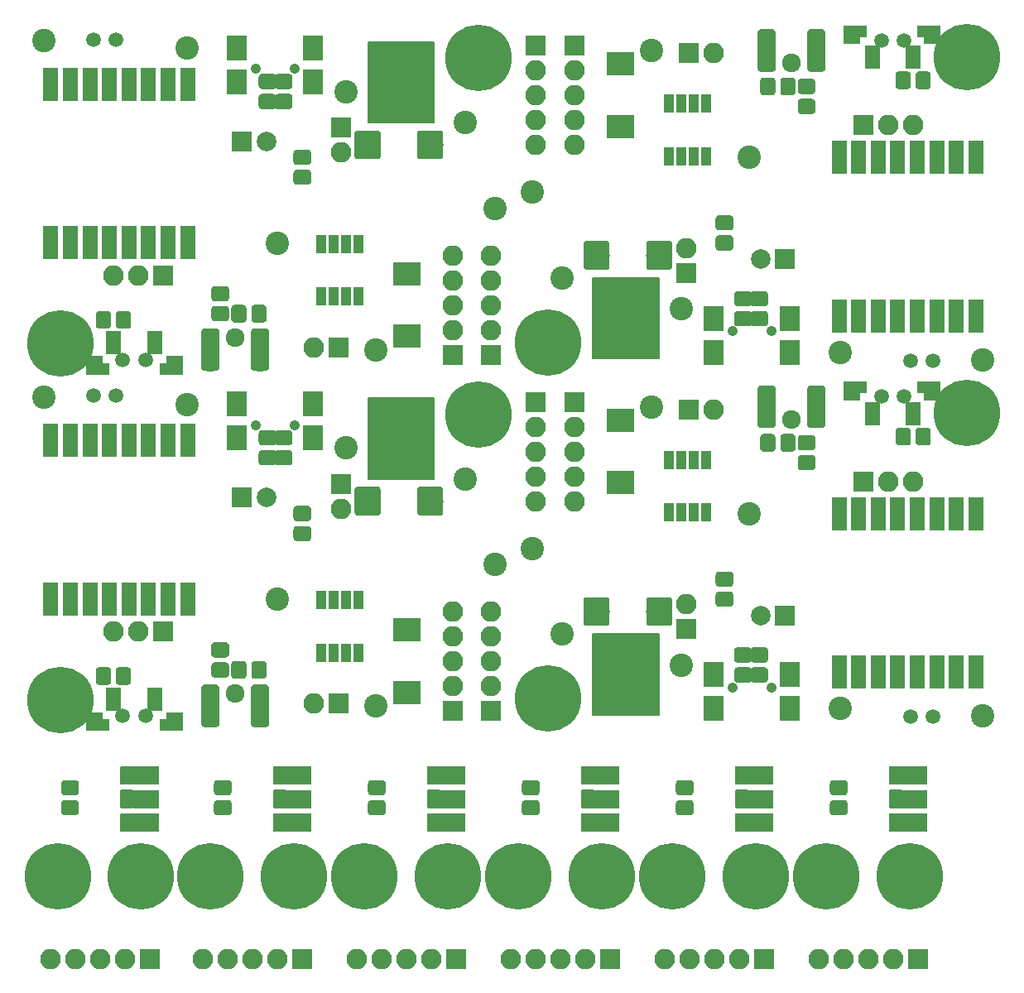
<source format=gbs>
G04 #@! TF.GenerationSoftware,KiCad,Pcbnew,6.0.0-rc1-unknown-r13609-32d262b0*
G04 #@! TF.CreationDate,2018-08-28T00:11:02+02:00*
G04 #@! TF.ProjectId,neOSensorV4_panel,6E654F53656E736F7256345F70616E65,v4*
G04 #@! TF.SameCoordinates,Original*
G04 #@! TF.FileFunction,Soldermask,Bot*
G04 #@! TF.FilePolarity,Negative*
%FSLAX46Y46*%
G04 Gerber Fmt 4.6, Leading zero omitted, Abs format (unit mm)*
G04 Created by KiCad (PCBNEW 6.0.0-rc1-unknown-r13609-32d262b0) date Tue Aug 28 00:11:02 2018*
%MOMM*%
%LPD*%
G01*
G04 APERTURE LIST*
%ADD10C,0.150000*%
%ADD11C,0.100000*%
%ADD12C,1.550000*%
%ADD13C,1.000000*%
%ADD14R,1.400000X1.900000*%
%ADD15R,2.100000X2.100000*%
%ADD16O,2.100000X2.100000*%
%ADD17C,6.800000*%
%ADD18R,0.850000X2.350000*%
%ADD19R,1.000000X1.950000*%
%ADD20C,2.000000*%
%ADD21R,2.000000X2.000000*%
%ADD22C,2.650000*%
%ADD23C,2.400000*%
%ADD24C,1.500000*%
%ADD25R,1.600000X2.400000*%
%ADD26R,1.670000X1.924000*%
%ADD27R,2.400000X1.200000*%
%ADD28R,1.650000X3.400000*%
%ADD29R,2.100000X2.600000*%
%ADD30C,1.050000*%
%ADD31C,1.924000*%
G04 APERTURE END LIST*
D10*
G36*
X124206000Y-104394000D02*
X117475000Y-104394000D01*
X117475000Y-96139000D01*
X118491000Y-96139000D01*
X124206000Y-96139001D01*
X124206000Y-104394000D01*
G37*
X124206000Y-104394000D02*
X117475000Y-104394000D01*
X117475000Y-96139000D01*
X118491000Y-96139000D01*
X124206000Y-96139001D01*
X124206000Y-104394000D01*
G36*
X94488000Y-72009000D02*
X101219000Y-72009000D01*
X101219000Y-80264000D01*
X100203000Y-80264000D01*
X94488000Y-80264000D01*
X94488000Y-72009000D01*
G37*
X94488000Y-72009000D02*
X101219000Y-72009000D01*
X101219000Y-80264000D01*
X100203000Y-80264000D01*
X94488000Y-80264000D01*
X94488000Y-72009000D01*
G36*
X124206000Y-67945000D02*
X117475000Y-67945000D01*
X117475000Y-59690000D01*
X118491000Y-59690000D01*
X124206000Y-59690001D01*
X124206000Y-67945000D01*
G37*
X124206000Y-67945000D02*
X117475000Y-67945000D01*
X117475000Y-59690000D01*
X118491000Y-59690000D01*
X124206000Y-59690001D01*
X124206000Y-67945000D01*
G36*
X94488000Y-35560000D02*
X101219000Y-35560000D01*
X101219000Y-43815000D01*
X100203000Y-43815000D01*
X94488000Y-43815000D01*
X94488000Y-35560000D01*
G37*
X94488000Y-35560000D02*
X101219000Y-35560000D01*
X101219000Y-43815000D01*
X100203000Y-43815000D01*
X94488000Y-43815000D01*
X94488000Y-35560000D01*
D11*
G04 #@! TO.C,C1*
G36*
X143217071Y-111095623D02*
X143249781Y-111100475D01*
X143281857Y-111108509D01*
X143312991Y-111119649D01*
X143342884Y-111133787D01*
X143371247Y-111150787D01*
X143397807Y-111170485D01*
X143422308Y-111192692D01*
X143444515Y-111217193D01*
X143464213Y-111243753D01*
X143481213Y-111272116D01*
X143495351Y-111302009D01*
X143506491Y-111333143D01*
X143514525Y-111365219D01*
X143519377Y-111397929D01*
X143521000Y-111430956D01*
X143521000Y-112307044D01*
X143519377Y-112340071D01*
X143514525Y-112372781D01*
X143506491Y-112404857D01*
X143495351Y-112435991D01*
X143481213Y-112465884D01*
X143464213Y-112494247D01*
X143444515Y-112520807D01*
X143422308Y-112545308D01*
X143397807Y-112567515D01*
X143371247Y-112587213D01*
X143342884Y-112604213D01*
X143312991Y-112618351D01*
X143281857Y-112629491D01*
X143249781Y-112637525D01*
X143217071Y-112642377D01*
X143184044Y-112644000D01*
X142057956Y-112644000D01*
X142024929Y-112642377D01*
X141992219Y-112637525D01*
X141960143Y-112629491D01*
X141929009Y-112618351D01*
X141899116Y-112604213D01*
X141870753Y-112587213D01*
X141844193Y-112567515D01*
X141819692Y-112545308D01*
X141797485Y-112520807D01*
X141777787Y-112494247D01*
X141760787Y-112465884D01*
X141746649Y-112435991D01*
X141735509Y-112404857D01*
X141727475Y-112372781D01*
X141722623Y-112340071D01*
X141721000Y-112307044D01*
X141721000Y-111430956D01*
X141722623Y-111397929D01*
X141727475Y-111365219D01*
X141735509Y-111333143D01*
X141746649Y-111302009D01*
X141760787Y-111272116D01*
X141777787Y-111243753D01*
X141797485Y-111217193D01*
X141819692Y-111192692D01*
X141844193Y-111170485D01*
X141870753Y-111150787D01*
X141899116Y-111133787D01*
X141929009Y-111119649D01*
X141960143Y-111108509D01*
X141992219Y-111100475D01*
X142024929Y-111095623D01*
X142057956Y-111094000D01*
X143184044Y-111094000D01*
X143217071Y-111095623D01*
X143217071Y-111095623D01*
G37*
D12*
X142621000Y-111869000D03*
D11*
G36*
X143217071Y-113145623D02*
X143249781Y-113150475D01*
X143281857Y-113158509D01*
X143312991Y-113169649D01*
X143342884Y-113183787D01*
X143371247Y-113200787D01*
X143397807Y-113220485D01*
X143422308Y-113242692D01*
X143444515Y-113267193D01*
X143464213Y-113293753D01*
X143481213Y-113322116D01*
X143495351Y-113352009D01*
X143506491Y-113383143D01*
X143514525Y-113415219D01*
X143519377Y-113447929D01*
X143521000Y-113480956D01*
X143521000Y-114357044D01*
X143519377Y-114390071D01*
X143514525Y-114422781D01*
X143506491Y-114454857D01*
X143495351Y-114485991D01*
X143481213Y-114515884D01*
X143464213Y-114544247D01*
X143444515Y-114570807D01*
X143422308Y-114595308D01*
X143397807Y-114617515D01*
X143371247Y-114637213D01*
X143342884Y-114654213D01*
X143312991Y-114668351D01*
X143281857Y-114679491D01*
X143249781Y-114687525D01*
X143217071Y-114692377D01*
X143184044Y-114694000D01*
X142057956Y-114694000D01*
X142024929Y-114692377D01*
X141992219Y-114687525D01*
X141960143Y-114679491D01*
X141929009Y-114668351D01*
X141899116Y-114654213D01*
X141870753Y-114637213D01*
X141844193Y-114617515D01*
X141819692Y-114595308D01*
X141797485Y-114570807D01*
X141777787Y-114544247D01*
X141760787Y-114515884D01*
X141746649Y-114485991D01*
X141735509Y-114454857D01*
X141727475Y-114422781D01*
X141722623Y-114390071D01*
X141721000Y-114357044D01*
X141721000Y-113480956D01*
X141722623Y-113447929D01*
X141727475Y-113415219D01*
X141735509Y-113383143D01*
X141746649Y-113352009D01*
X141760787Y-113322116D01*
X141777787Y-113293753D01*
X141797485Y-113267193D01*
X141819692Y-113242692D01*
X141844193Y-113220485D01*
X141870753Y-113200787D01*
X141899116Y-113183787D01*
X141929009Y-113169649D01*
X141960143Y-113158509D01*
X141992219Y-113150475D01*
X142024929Y-113145623D01*
X142057956Y-113144000D01*
X143184044Y-113144000D01*
X143217071Y-113145623D01*
X143217071Y-113145623D01*
G37*
D12*
X142621000Y-113919000D03*
G04 #@! TD*
D13*
G04 #@! TO.C,JP1*
X148433000Y-115443001D03*
D11*
G36*
X148972018Y-114496844D02*
X149009537Y-114508225D01*
X149044114Y-114526707D01*
X149074421Y-114551580D01*
X149099294Y-114581887D01*
X149117776Y-114616464D01*
X149129157Y-114653983D01*
X149133000Y-114693001D01*
X149133000Y-114943001D01*
X149333000Y-114943001D01*
X149372018Y-114946844D01*
X149409537Y-114958225D01*
X149444114Y-114976707D01*
X149474421Y-115001580D01*
X149499294Y-115031887D01*
X149517776Y-115066464D01*
X149529157Y-115103983D01*
X149533000Y-115143001D01*
X149533000Y-115743001D01*
X149529157Y-115782019D01*
X149517776Y-115819538D01*
X149499294Y-115854115D01*
X149474421Y-115884422D01*
X149444114Y-115909295D01*
X149409537Y-115927777D01*
X149372018Y-115939158D01*
X149333000Y-115943001D01*
X149133000Y-115943001D01*
X149133000Y-116193001D01*
X149129157Y-116232019D01*
X149117776Y-116269538D01*
X149099294Y-116304115D01*
X149074421Y-116334422D01*
X149044114Y-116359295D01*
X149009537Y-116377777D01*
X148972018Y-116389158D01*
X148933000Y-116393001D01*
X147933000Y-116393001D01*
X147893982Y-116389158D01*
X147856463Y-116377777D01*
X147821886Y-116359295D01*
X147791579Y-116334422D01*
X147766706Y-116304115D01*
X147748224Y-116269538D01*
X147736843Y-116232019D01*
X147733000Y-116193001D01*
X147733000Y-114693001D01*
X147736843Y-114653983D01*
X147748224Y-114616464D01*
X147766706Y-114581887D01*
X147791579Y-114551580D01*
X147821886Y-114526707D01*
X147856463Y-114508225D01*
X147893982Y-114496844D01*
X147933000Y-114493001D01*
X148933000Y-114493001D01*
X148972018Y-114496844D01*
X148972018Y-114496844D01*
G37*
D14*
X151033000Y-115443001D03*
X149733000Y-115443001D03*
G04 #@! TD*
D13*
G04 #@! TO.C,JP2*
X148433000Y-113030000D03*
D11*
G36*
X148972018Y-112083843D02*
X149009537Y-112095224D01*
X149044114Y-112113706D01*
X149074421Y-112138579D01*
X149099294Y-112168886D01*
X149117776Y-112203463D01*
X149129157Y-112240982D01*
X149133000Y-112280000D01*
X149133000Y-112530000D01*
X149333000Y-112530000D01*
X149372018Y-112533843D01*
X149409537Y-112545224D01*
X149444114Y-112563706D01*
X149474421Y-112588579D01*
X149499294Y-112618886D01*
X149517776Y-112653463D01*
X149529157Y-112690982D01*
X149533000Y-112730000D01*
X149533000Y-113330000D01*
X149529157Y-113369018D01*
X149517776Y-113406537D01*
X149499294Y-113441114D01*
X149474421Y-113471421D01*
X149444114Y-113496294D01*
X149409537Y-113514776D01*
X149372018Y-113526157D01*
X149333000Y-113530000D01*
X149133000Y-113530000D01*
X149133000Y-113780000D01*
X149129157Y-113819018D01*
X149117776Y-113856537D01*
X149099294Y-113891114D01*
X149074421Y-113921421D01*
X149044114Y-113946294D01*
X149009537Y-113964776D01*
X148972018Y-113976157D01*
X148933000Y-113980000D01*
X147933000Y-113980000D01*
X147893982Y-113976157D01*
X147856463Y-113964776D01*
X147821886Y-113946294D01*
X147791579Y-113921421D01*
X147766706Y-113891114D01*
X147748224Y-113856537D01*
X147736843Y-113819018D01*
X147733000Y-113780000D01*
X147733000Y-112280000D01*
X147736843Y-112240982D01*
X147748224Y-112203463D01*
X147766706Y-112168886D01*
X147791579Y-112138579D01*
X147821886Y-112113706D01*
X147856463Y-112095224D01*
X147893982Y-112083843D01*
X147933000Y-112080000D01*
X148933000Y-112080000D01*
X148972018Y-112083843D01*
X148972018Y-112083843D01*
G37*
D14*
X151033000Y-113030000D03*
X149733000Y-113030000D03*
G04 #@! TD*
D13*
G04 #@! TO.C,JP3*
X148433000Y-110617000D03*
D11*
G36*
X148972018Y-109670843D02*
X149009537Y-109682224D01*
X149044114Y-109700706D01*
X149074421Y-109725579D01*
X149099294Y-109755886D01*
X149117776Y-109790463D01*
X149129157Y-109827982D01*
X149133000Y-109867000D01*
X149133000Y-110117000D01*
X149333000Y-110117000D01*
X149372018Y-110120843D01*
X149409537Y-110132224D01*
X149444114Y-110150706D01*
X149474421Y-110175579D01*
X149499294Y-110205886D01*
X149517776Y-110240463D01*
X149529157Y-110277982D01*
X149533000Y-110317000D01*
X149533000Y-110917000D01*
X149529157Y-110956018D01*
X149517776Y-110993537D01*
X149499294Y-111028114D01*
X149474421Y-111058421D01*
X149444114Y-111083294D01*
X149409537Y-111101776D01*
X149372018Y-111113157D01*
X149333000Y-111117000D01*
X149133000Y-111117000D01*
X149133000Y-111367000D01*
X149129157Y-111406018D01*
X149117776Y-111443537D01*
X149099294Y-111478114D01*
X149074421Y-111508421D01*
X149044114Y-111533294D01*
X149009537Y-111551776D01*
X148972018Y-111563157D01*
X148933000Y-111567000D01*
X147933000Y-111567000D01*
X147893982Y-111563157D01*
X147856463Y-111551776D01*
X147821886Y-111533294D01*
X147791579Y-111508421D01*
X147766706Y-111478114D01*
X147748224Y-111443537D01*
X147736843Y-111406018D01*
X147733000Y-111367000D01*
X147733000Y-109867000D01*
X147736843Y-109827982D01*
X147748224Y-109790463D01*
X147766706Y-109755886D01*
X147791579Y-109725579D01*
X147821886Y-109700706D01*
X147856463Y-109682224D01*
X147893982Y-109670843D01*
X147933000Y-109667000D01*
X148933000Y-109667000D01*
X148972018Y-109670843D01*
X148972018Y-109670843D01*
G37*
D14*
X151033000Y-110617000D03*
X149733000Y-110617000D03*
G04 #@! TD*
D15*
G04 #@! TO.C,J1*
X150749000Y-129413000D03*
D16*
X148209000Y-129413000D03*
X145669000Y-129413000D03*
X143129000Y-129413000D03*
X140589000Y-129413000D03*
G04 #@! TD*
D17*
G04 #@! TO.C,MH1*
X141351000Y-120904000D03*
G04 #@! TD*
G04 #@! TO.C,MH2*
X149860000Y-120904000D03*
G04 #@! TD*
G04 #@! TO.C,MH2*
X134112000Y-120904000D03*
G04 #@! TD*
D11*
G04 #@! TO.C,C1*
G36*
X127469071Y-113145623D02*
X127501781Y-113150475D01*
X127533857Y-113158509D01*
X127564991Y-113169649D01*
X127594884Y-113183787D01*
X127623247Y-113200787D01*
X127649807Y-113220485D01*
X127674308Y-113242692D01*
X127696515Y-113267193D01*
X127716213Y-113293753D01*
X127733213Y-113322116D01*
X127747351Y-113352009D01*
X127758491Y-113383143D01*
X127766525Y-113415219D01*
X127771377Y-113447929D01*
X127773000Y-113480956D01*
X127773000Y-114357044D01*
X127771377Y-114390071D01*
X127766525Y-114422781D01*
X127758491Y-114454857D01*
X127747351Y-114485991D01*
X127733213Y-114515884D01*
X127716213Y-114544247D01*
X127696515Y-114570807D01*
X127674308Y-114595308D01*
X127649807Y-114617515D01*
X127623247Y-114637213D01*
X127594884Y-114654213D01*
X127564991Y-114668351D01*
X127533857Y-114679491D01*
X127501781Y-114687525D01*
X127469071Y-114692377D01*
X127436044Y-114694000D01*
X126309956Y-114694000D01*
X126276929Y-114692377D01*
X126244219Y-114687525D01*
X126212143Y-114679491D01*
X126181009Y-114668351D01*
X126151116Y-114654213D01*
X126122753Y-114637213D01*
X126096193Y-114617515D01*
X126071692Y-114595308D01*
X126049485Y-114570807D01*
X126029787Y-114544247D01*
X126012787Y-114515884D01*
X125998649Y-114485991D01*
X125987509Y-114454857D01*
X125979475Y-114422781D01*
X125974623Y-114390071D01*
X125973000Y-114357044D01*
X125973000Y-113480956D01*
X125974623Y-113447929D01*
X125979475Y-113415219D01*
X125987509Y-113383143D01*
X125998649Y-113352009D01*
X126012787Y-113322116D01*
X126029787Y-113293753D01*
X126049485Y-113267193D01*
X126071692Y-113242692D01*
X126096193Y-113220485D01*
X126122753Y-113200787D01*
X126151116Y-113183787D01*
X126181009Y-113169649D01*
X126212143Y-113158509D01*
X126244219Y-113150475D01*
X126276929Y-113145623D01*
X126309956Y-113144000D01*
X127436044Y-113144000D01*
X127469071Y-113145623D01*
X127469071Y-113145623D01*
G37*
D12*
X126873000Y-113919000D03*
D11*
G36*
X127469071Y-111095623D02*
X127501781Y-111100475D01*
X127533857Y-111108509D01*
X127564991Y-111119649D01*
X127594884Y-111133787D01*
X127623247Y-111150787D01*
X127649807Y-111170485D01*
X127674308Y-111192692D01*
X127696515Y-111217193D01*
X127716213Y-111243753D01*
X127733213Y-111272116D01*
X127747351Y-111302009D01*
X127758491Y-111333143D01*
X127766525Y-111365219D01*
X127771377Y-111397929D01*
X127773000Y-111430956D01*
X127773000Y-112307044D01*
X127771377Y-112340071D01*
X127766525Y-112372781D01*
X127758491Y-112404857D01*
X127747351Y-112435991D01*
X127733213Y-112465884D01*
X127716213Y-112494247D01*
X127696515Y-112520807D01*
X127674308Y-112545308D01*
X127649807Y-112567515D01*
X127623247Y-112587213D01*
X127594884Y-112604213D01*
X127564991Y-112618351D01*
X127533857Y-112629491D01*
X127501781Y-112637525D01*
X127469071Y-112642377D01*
X127436044Y-112644000D01*
X126309956Y-112644000D01*
X126276929Y-112642377D01*
X126244219Y-112637525D01*
X126212143Y-112629491D01*
X126181009Y-112618351D01*
X126151116Y-112604213D01*
X126122753Y-112587213D01*
X126096193Y-112567515D01*
X126071692Y-112545308D01*
X126049485Y-112520807D01*
X126029787Y-112494247D01*
X126012787Y-112465884D01*
X125998649Y-112435991D01*
X125987509Y-112404857D01*
X125979475Y-112372781D01*
X125974623Y-112340071D01*
X125973000Y-112307044D01*
X125973000Y-111430956D01*
X125974623Y-111397929D01*
X125979475Y-111365219D01*
X125987509Y-111333143D01*
X125998649Y-111302009D01*
X126012787Y-111272116D01*
X126029787Y-111243753D01*
X126049485Y-111217193D01*
X126071692Y-111192692D01*
X126096193Y-111170485D01*
X126122753Y-111150787D01*
X126151116Y-111133787D01*
X126181009Y-111119649D01*
X126212143Y-111108509D01*
X126244219Y-111100475D01*
X126276929Y-111095623D01*
X126309956Y-111094000D01*
X127436044Y-111094000D01*
X127469071Y-111095623D01*
X127469071Y-111095623D01*
G37*
D12*
X126873000Y-111869000D03*
G04 #@! TD*
D14*
G04 #@! TO.C,JP1*
X133985000Y-115443001D03*
X135285000Y-115443001D03*
D13*
X132685000Y-115443001D03*
D11*
G36*
X133224018Y-114496844D02*
X133261537Y-114508225D01*
X133296114Y-114526707D01*
X133326421Y-114551580D01*
X133351294Y-114581887D01*
X133369776Y-114616464D01*
X133381157Y-114653983D01*
X133385000Y-114693001D01*
X133385000Y-114943001D01*
X133585000Y-114943001D01*
X133624018Y-114946844D01*
X133661537Y-114958225D01*
X133696114Y-114976707D01*
X133726421Y-115001580D01*
X133751294Y-115031887D01*
X133769776Y-115066464D01*
X133781157Y-115103983D01*
X133785000Y-115143001D01*
X133785000Y-115743001D01*
X133781157Y-115782019D01*
X133769776Y-115819538D01*
X133751294Y-115854115D01*
X133726421Y-115884422D01*
X133696114Y-115909295D01*
X133661537Y-115927777D01*
X133624018Y-115939158D01*
X133585000Y-115943001D01*
X133385000Y-115943001D01*
X133385000Y-116193001D01*
X133381157Y-116232019D01*
X133369776Y-116269538D01*
X133351294Y-116304115D01*
X133326421Y-116334422D01*
X133296114Y-116359295D01*
X133261537Y-116377777D01*
X133224018Y-116389158D01*
X133185000Y-116393001D01*
X132185000Y-116393001D01*
X132145982Y-116389158D01*
X132108463Y-116377777D01*
X132073886Y-116359295D01*
X132043579Y-116334422D01*
X132018706Y-116304115D01*
X132000224Y-116269538D01*
X131988843Y-116232019D01*
X131985000Y-116193001D01*
X131985000Y-114693001D01*
X131988843Y-114653983D01*
X132000224Y-114616464D01*
X132018706Y-114581887D01*
X132043579Y-114551580D01*
X132073886Y-114526707D01*
X132108463Y-114508225D01*
X132145982Y-114496844D01*
X132185000Y-114493001D01*
X133185000Y-114493001D01*
X133224018Y-114496844D01*
X133224018Y-114496844D01*
G37*
G04 #@! TD*
D17*
G04 #@! TO.C,MH1*
X125603000Y-120904000D03*
G04 #@! TD*
D14*
G04 #@! TO.C,JP3*
X133985000Y-110617000D03*
X135285000Y-110617000D03*
D13*
X132685000Y-110617000D03*
D11*
G36*
X133224018Y-109670843D02*
X133261537Y-109682224D01*
X133296114Y-109700706D01*
X133326421Y-109725579D01*
X133351294Y-109755886D01*
X133369776Y-109790463D01*
X133381157Y-109827982D01*
X133385000Y-109867000D01*
X133385000Y-110117000D01*
X133585000Y-110117000D01*
X133624018Y-110120843D01*
X133661537Y-110132224D01*
X133696114Y-110150706D01*
X133726421Y-110175579D01*
X133751294Y-110205886D01*
X133769776Y-110240463D01*
X133781157Y-110277982D01*
X133785000Y-110317000D01*
X133785000Y-110917000D01*
X133781157Y-110956018D01*
X133769776Y-110993537D01*
X133751294Y-111028114D01*
X133726421Y-111058421D01*
X133696114Y-111083294D01*
X133661537Y-111101776D01*
X133624018Y-111113157D01*
X133585000Y-111117000D01*
X133385000Y-111117000D01*
X133385000Y-111367000D01*
X133381157Y-111406018D01*
X133369776Y-111443537D01*
X133351294Y-111478114D01*
X133326421Y-111508421D01*
X133296114Y-111533294D01*
X133261537Y-111551776D01*
X133224018Y-111563157D01*
X133185000Y-111567000D01*
X132185000Y-111567000D01*
X132145982Y-111563157D01*
X132108463Y-111551776D01*
X132073886Y-111533294D01*
X132043579Y-111508421D01*
X132018706Y-111478114D01*
X132000224Y-111443537D01*
X131988843Y-111406018D01*
X131985000Y-111367000D01*
X131985000Y-109867000D01*
X131988843Y-109827982D01*
X132000224Y-109790463D01*
X132018706Y-109755886D01*
X132043579Y-109725579D01*
X132073886Y-109700706D01*
X132108463Y-109682224D01*
X132145982Y-109670843D01*
X132185000Y-109667000D01*
X133185000Y-109667000D01*
X133224018Y-109670843D01*
X133224018Y-109670843D01*
G37*
G04 #@! TD*
D14*
G04 #@! TO.C,JP2*
X133985000Y-113030000D03*
X135285000Y-113030000D03*
D13*
X132685000Y-113030000D03*
D11*
G36*
X133224018Y-112083843D02*
X133261537Y-112095224D01*
X133296114Y-112113706D01*
X133326421Y-112138579D01*
X133351294Y-112168886D01*
X133369776Y-112203463D01*
X133381157Y-112240982D01*
X133385000Y-112280000D01*
X133385000Y-112530000D01*
X133585000Y-112530000D01*
X133624018Y-112533843D01*
X133661537Y-112545224D01*
X133696114Y-112563706D01*
X133726421Y-112588579D01*
X133751294Y-112618886D01*
X133769776Y-112653463D01*
X133781157Y-112690982D01*
X133785000Y-112730000D01*
X133785000Y-113330000D01*
X133781157Y-113369018D01*
X133769776Y-113406537D01*
X133751294Y-113441114D01*
X133726421Y-113471421D01*
X133696114Y-113496294D01*
X133661537Y-113514776D01*
X133624018Y-113526157D01*
X133585000Y-113530000D01*
X133385000Y-113530000D01*
X133385000Y-113780000D01*
X133381157Y-113819018D01*
X133369776Y-113856537D01*
X133351294Y-113891114D01*
X133326421Y-113921421D01*
X133296114Y-113946294D01*
X133261537Y-113964776D01*
X133224018Y-113976157D01*
X133185000Y-113980000D01*
X132185000Y-113980000D01*
X132145982Y-113976157D01*
X132108463Y-113964776D01*
X132073886Y-113946294D01*
X132043579Y-113921421D01*
X132018706Y-113891114D01*
X132000224Y-113856537D01*
X131988843Y-113819018D01*
X131985000Y-113780000D01*
X131985000Y-112280000D01*
X131988843Y-112240982D01*
X132000224Y-112203463D01*
X132018706Y-112168886D01*
X132043579Y-112138579D01*
X132073886Y-112113706D01*
X132108463Y-112095224D01*
X132145982Y-112083843D01*
X132185000Y-112080000D01*
X133185000Y-112080000D01*
X133224018Y-112083843D01*
X133224018Y-112083843D01*
G37*
G04 #@! TD*
D16*
G04 #@! TO.C,J1*
X124841000Y-129413000D03*
X127381000Y-129413000D03*
X129921000Y-129413000D03*
X132461000Y-129413000D03*
D15*
X135001000Y-129413000D03*
G04 #@! TD*
D13*
G04 #@! TO.C,JP2*
X116937000Y-113030000D03*
D11*
G36*
X117476018Y-112083843D02*
X117513537Y-112095224D01*
X117548114Y-112113706D01*
X117578421Y-112138579D01*
X117603294Y-112168886D01*
X117621776Y-112203463D01*
X117633157Y-112240982D01*
X117637000Y-112280000D01*
X117637000Y-112530000D01*
X117837000Y-112530000D01*
X117876018Y-112533843D01*
X117913537Y-112545224D01*
X117948114Y-112563706D01*
X117978421Y-112588579D01*
X118003294Y-112618886D01*
X118021776Y-112653463D01*
X118033157Y-112690982D01*
X118037000Y-112730000D01*
X118037000Y-113330000D01*
X118033157Y-113369018D01*
X118021776Y-113406537D01*
X118003294Y-113441114D01*
X117978421Y-113471421D01*
X117948114Y-113496294D01*
X117913537Y-113514776D01*
X117876018Y-113526157D01*
X117837000Y-113530000D01*
X117637000Y-113530000D01*
X117637000Y-113780000D01*
X117633157Y-113819018D01*
X117621776Y-113856537D01*
X117603294Y-113891114D01*
X117578421Y-113921421D01*
X117548114Y-113946294D01*
X117513537Y-113964776D01*
X117476018Y-113976157D01*
X117437000Y-113980000D01*
X116437000Y-113980000D01*
X116397982Y-113976157D01*
X116360463Y-113964776D01*
X116325886Y-113946294D01*
X116295579Y-113921421D01*
X116270706Y-113891114D01*
X116252224Y-113856537D01*
X116240843Y-113819018D01*
X116237000Y-113780000D01*
X116237000Y-112280000D01*
X116240843Y-112240982D01*
X116252224Y-112203463D01*
X116270706Y-112168886D01*
X116295579Y-112138579D01*
X116325886Y-112113706D01*
X116360463Y-112095224D01*
X116397982Y-112083843D01*
X116437000Y-112080000D01*
X117437000Y-112080000D01*
X117476018Y-112083843D01*
X117476018Y-112083843D01*
G37*
D14*
X119537000Y-113030000D03*
X118237000Y-113030000D03*
G04 #@! TD*
D15*
G04 #@! TO.C,J1*
X119253000Y-129413000D03*
D16*
X116713000Y-129413000D03*
X114173000Y-129413000D03*
X111633000Y-129413000D03*
X109093000Y-129413000D03*
G04 #@! TD*
D11*
G04 #@! TO.C,C1*
G36*
X111721071Y-111095623D02*
X111753781Y-111100475D01*
X111785857Y-111108509D01*
X111816991Y-111119649D01*
X111846884Y-111133787D01*
X111875247Y-111150787D01*
X111901807Y-111170485D01*
X111926308Y-111192692D01*
X111948515Y-111217193D01*
X111968213Y-111243753D01*
X111985213Y-111272116D01*
X111999351Y-111302009D01*
X112010491Y-111333143D01*
X112018525Y-111365219D01*
X112023377Y-111397929D01*
X112025000Y-111430956D01*
X112025000Y-112307044D01*
X112023377Y-112340071D01*
X112018525Y-112372781D01*
X112010491Y-112404857D01*
X111999351Y-112435991D01*
X111985213Y-112465884D01*
X111968213Y-112494247D01*
X111948515Y-112520807D01*
X111926308Y-112545308D01*
X111901807Y-112567515D01*
X111875247Y-112587213D01*
X111846884Y-112604213D01*
X111816991Y-112618351D01*
X111785857Y-112629491D01*
X111753781Y-112637525D01*
X111721071Y-112642377D01*
X111688044Y-112644000D01*
X110561956Y-112644000D01*
X110528929Y-112642377D01*
X110496219Y-112637525D01*
X110464143Y-112629491D01*
X110433009Y-112618351D01*
X110403116Y-112604213D01*
X110374753Y-112587213D01*
X110348193Y-112567515D01*
X110323692Y-112545308D01*
X110301485Y-112520807D01*
X110281787Y-112494247D01*
X110264787Y-112465884D01*
X110250649Y-112435991D01*
X110239509Y-112404857D01*
X110231475Y-112372781D01*
X110226623Y-112340071D01*
X110225000Y-112307044D01*
X110225000Y-111430956D01*
X110226623Y-111397929D01*
X110231475Y-111365219D01*
X110239509Y-111333143D01*
X110250649Y-111302009D01*
X110264787Y-111272116D01*
X110281787Y-111243753D01*
X110301485Y-111217193D01*
X110323692Y-111192692D01*
X110348193Y-111170485D01*
X110374753Y-111150787D01*
X110403116Y-111133787D01*
X110433009Y-111119649D01*
X110464143Y-111108509D01*
X110496219Y-111100475D01*
X110528929Y-111095623D01*
X110561956Y-111094000D01*
X111688044Y-111094000D01*
X111721071Y-111095623D01*
X111721071Y-111095623D01*
G37*
D12*
X111125000Y-111869000D03*
D11*
G36*
X111721071Y-113145623D02*
X111753781Y-113150475D01*
X111785857Y-113158509D01*
X111816991Y-113169649D01*
X111846884Y-113183787D01*
X111875247Y-113200787D01*
X111901807Y-113220485D01*
X111926308Y-113242692D01*
X111948515Y-113267193D01*
X111968213Y-113293753D01*
X111985213Y-113322116D01*
X111999351Y-113352009D01*
X112010491Y-113383143D01*
X112018525Y-113415219D01*
X112023377Y-113447929D01*
X112025000Y-113480956D01*
X112025000Y-114357044D01*
X112023377Y-114390071D01*
X112018525Y-114422781D01*
X112010491Y-114454857D01*
X111999351Y-114485991D01*
X111985213Y-114515884D01*
X111968213Y-114544247D01*
X111948515Y-114570807D01*
X111926308Y-114595308D01*
X111901807Y-114617515D01*
X111875247Y-114637213D01*
X111846884Y-114654213D01*
X111816991Y-114668351D01*
X111785857Y-114679491D01*
X111753781Y-114687525D01*
X111721071Y-114692377D01*
X111688044Y-114694000D01*
X110561956Y-114694000D01*
X110528929Y-114692377D01*
X110496219Y-114687525D01*
X110464143Y-114679491D01*
X110433009Y-114668351D01*
X110403116Y-114654213D01*
X110374753Y-114637213D01*
X110348193Y-114617515D01*
X110323692Y-114595308D01*
X110301485Y-114570807D01*
X110281787Y-114544247D01*
X110264787Y-114515884D01*
X110250649Y-114485991D01*
X110239509Y-114454857D01*
X110231475Y-114422781D01*
X110226623Y-114390071D01*
X110225000Y-114357044D01*
X110225000Y-113480956D01*
X110226623Y-113447929D01*
X110231475Y-113415219D01*
X110239509Y-113383143D01*
X110250649Y-113352009D01*
X110264787Y-113322116D01*
X110281787Y-113293753D01*
X110301485Y-113267193D01*
X110323692Y-113242692D01*
X110348193Y-113220485D01*
X110374753Y-113200787D01*
X110403116Y-113183787D01*
X110433009Y-113169649D01*
X110464143Y-113158509D01*
X110496219Y-113150475D01*
X110528929Y-113145623D01*
X110561956Y-113144000D01*
X111688044Y-113144000D01*
X111721071Y-113145623D01*
X111721071Y-113145623D01*
G37*
D12*
X111125000Y-113919000D03*
G04 #@! TD*
D17*
G04 #@! TO.C,MH2*
X118364000Y-120904000D03*
G04 #@! TD*
D13*
G04 #@! TO.C,JP3*
X116937000Y-110617000D03*
D11*
G36*
X117476018Y-109670843D02*
X117513537Y-109682224D01*
X117548114Y-109700706D01*
X117578421Y-109725579D01*
X117603294Y-109755886D01*
X117621776Y-109790463D01*
X117633157Y-109827982D01*
X117637000Y-109867000D01*
X117637000Y-110117000D01*
X117837000Y-110117000D01*
X117876018Y-110120843D01*
X117913537Y-110132224D01*
X117948114Y-110150706D01*
X117978421Y-110175579D01*
X118003294Y-110205886D01*
X118021776Y-110240463D01*
X118033157Y-110277982D01*
X118037000Y-110317000D01*
X118037000Y-110917000D01*
X118033157Y-110956018D01*
X118021776Y-110993537D01*
X118003294Y-111028114D01*
X117978421Y-111058421D01*
X117948114Y-111083294D01*
X117913537Y-111101776D01*
X117876018Y-111113157D01*
X117837000Y-111117000D01*
X117637000Y-111117000D01*
X117637000Y-111367000D01*
X117633157Y-111406018D01*
X117621776Y-111443537D01*
X117603294Y-111478114D01*
X117578421Y-111508421D01*
X117548114Y-111533294D01*
X117513537Y-111551776D01*
X117476018Y-111563157D01*
X117437000Y-111567000D01*
X116437000Y-111567000D01*
X116397982Y-111563157D01*
X116360463Y-111551776D01*
X116325886Y-111533294D01*
X116295579Y-111508421D01*
X116270706Y-111478114D01*
X116252224Y-111443537D01*
X116240843Y-111406018D01*
X116237000Y-111367000D01*
X116237000Y-109867000D01*
X116240843Y-109827982D01*
X116252224Y-109790463D01*
X116270706Y-109755886D01*
X116295579Y-109725579D01*
X116325886Y-109700706D01*
X116360463Y-109682224D01*
X116397982Y-109670843D01*
X116437000Y-109667000D01*
X117437000Y-109667000D01*
X117476018Y-109670843D01*
X117476018Y-109670843D01*
G37*
D14*
X119537000Y-110617000D03*
X118237000Y-110617000D03*
G04 #@! TD*
D13*
G04 #@! TO.C,JP1*
X116937000Y-115443001D03*
D11*
G36*
X117476018Y-114496844D02*
X117513537Y-114508225D01*
X117548114Y-114526707D01*
X117578421Y-114551580D01*
X117603294Y-114581887D01*
X117621776Y-114616464D01*
X117633157Y-114653983D01*
X117637000Y-114693001D01*
X117637000Y-114943001D01*
X117837000Y-114943001D01*
X117876018Y-114946844D01*
X117913537Y-114958225D01*
X117948114Y-114976707D01*
X117978421Y-115001580D01*
X118003294Y-115031887D01*
X118021776Y-115066464D01*
X118033157Y-115103983D01*
X118037000Y-115143001D01*
X118037000Y-115743001D01*
X118033157Y-115782019D01*
X118021776Y-115819538D01*
X118003294Y-115854115D01*
X117978421Y-115884422D01*
X117948114Y-115909295D01*
X117913537Y-115927777D01*
X117876018Y-115939158D01*
X117837000Y-115943001D01*
X117637000Y-115943001D01*
X117637000Y-116193001D01*
X117633157Y-116232019D01*
X117621776Y-116269538D01*
X117603294Y-116304115D01*
X117578421Y-116334422D01*
X117548114Y-116359295D01*
X117513537Y-116377777D01*
X117476018Y-116389158D01*
X117437000Y-116393001D01*
X116437000Y-116393001D01*
X116397982Y-116389158D01*
X116360463Y-116377777D01*
X116325886Y-116359295D01*
X116295579Y-116334422D01*
X116270706Y-116304115D01*
X116252224Y-116269538D01*
X116240843Y-116232019D01*
X116237000Y-116193001D01*
X116237000Y-114693001D01*
X116240843Y-114653983D01*
X116252224Y-114616464D01*
X116270706Y-114581887D01*
X116295579Y-114551580D01*
X116325886Y-114526707D01*
X116360463Y-114508225D01*
X116397982Y-114496844D01*
X116437000Y-114493001D01*
X117437000Y-114493001D01*
X117476018Y-114496844D01*
X117476018Y-114496844D01*
G37*
D14*
X119537000Y-115443001D03*
X118237000Y-115443001D03*
G04 #@! TD*
D17*
G04 #@! TO.C,MH1*
X109855000Y-120904000D03*
G04 #@! TD*
D14*
G04 #@! TO.C,JP1*
X102489000Y-115443001D03*
X103789000Y-115443001D03*
D13*
X101189000Y-115443001D03*
D11*
G36*
X101728018Y-114496844D02*
X101765537Y-114508225D01*
X101800114Y-114526707D01*
X101830421Y-114551580D01*
X101855294Y-114581887D01*
X101873776Y-114616464D01*
X101885157Y-114653983D01*
X101889000Y-114693001D01*
X101889000Y-114943001D01*
X102089000Y-114943001D01*
X102128018Y-114946844D01*
X102165537Y-114958225D01*
X102200114Y-114976707D01*
X102230421Y-115001580D01*
X102255294Y-115031887D01*
X102273776Y-115066464D01*
X102285157Y-115103983D01*
X102289000Y-115143001D01*
X102289000Y-115743001D01*
X102285157Y-115782019D01*
X102273776Y-115819538D01*
X102255294Y-115854115D01*
X102230421Y-115884422D01*
X102200114Y-115909295D01*
X102165537Y-115927777D01*
X102128018Y-115939158D01*
X102089000Y-115943001D01*
X101889000Y-115943001D01*
X101889000Y-116193001D01*
X101885157Y-116232019D01*
X101873776Y-116269538D01*
X101855294Y-116304115D01*
X101830421Y-116334422D01*
X101800114Y-116359295D01*
X101765537Y-116377777D01*
X101728018Y-116389158D01*
X101689000Y-116393001D01*
X100689000Y-116393001D01*
X100649982Y-116389158D01*
X100612463Y-116377777D01*
X100577886Y-116359295D01*
X100547579Y-116334422D01*
X100522706Y-116304115D01*
X100504224Y-116269538D01*
X100492843Y-116232019D01*
X100489000Y-116193001D01*
X100489000Y-114693001D01*
X100492843Y-114653983D01*
X100504224Y-114616464D01*
X100522706Y-114581887D01*
X100547579Y-114551580D01*
X100577886Y-114526707D01*
X100612463Y-114508225D01*
X100649982Y-114496844D01*
X100689000Y-114493001D01*
X101689000Y-114493001D01*
X101728018Y-114496844D01*
X101728018Y-114496844D01*
G37*
G04 #@! TD*
D14*
G04 #@! TO.C,JP2*
X102489000Y-113030000D03*
X103789000Y-113030000D03*
D13*
X101189000Y-113030000D03*
D11*
G36*
X101728018Y-112083843D02*
X101765537Y-112095224D01*
X101800114Y-112113706D01*
X101830421Y-112138579D01*
X101855294Y-112168886D01*
X101873776Y-112203463D01*
X101885157Y-112240982D01*
X101889000Y-112280000D01*
X101889000Y-112530000D01*
X102089000Y-112530000D01*
X102128018Y-112533843D01*
X102165537Y-112545224D01*
X102200114Y-112563706D01*
X102230421Y-112588579D01*
X102255294Y-112618886D01*
X102273776Y-112653463D01*
X102285157Y-112690982D01*
X102289000Y-112730000D01*
X102289000Y-113330000D01*
X102285157Y-113369018D01*
X102273776Y-113406537D01*
X102255294Y-113441114D01*
X102230421Y-113471421D01*
X102200114Y-113496294D01*
X102165537Y-113514776D01*
X102128018Y-113526157D01*
X102089000Y-113530000D01*
X101889000Y-113530000D01*
X101889000Y-113780000D01*
X101885157Y-113819018D01*
X101873776Y-113856537D01*
X101855294Y-113891114D01*
X101830421Y-113921421D01*
X101800114Y-113946294D01*
X101765537Y-113964776D01*
X101728018Y-113976157D01*
X101689000Y-113980000D01*
X100689000Y-113980000D01*
X100649982Y-113976157D01*
X100612463Y-113964776D01*
X100577886Y-113946294D01*
X100547579Y-113921421D01*
X100522706Y-113891114D01*
X100504224Y-113856537D01*
X100492843Y-113819018D01*
X100489000Y-113780000D01*
X100489000Y-112280000D01*
X100492843Y-112240982D01*
X100504224Y-112203463D01*
X100522706Y-112168886D01*
X100547579Y-112138579D01*
X100577886Y-112113706D01*
X100612463Y-112095224D01*
X100649982Y-112083843D01*
X100689000Y-112080000D01*
X101689000Y-112080000D01*
X101728018Y-112083843D01*
X101728018Y-112083843D01*
G37*
G04 #@! TD*
D17*
G04 #@! TO.C,MH2*
X102616000Y-120904000D03*
G04 #@! TD*
D14*
G04 #@! TO.C,JP3*
X102489000Y-110617000D03*
X103789000Y-110617000D03*
D13*
X101189000Y-110617000D03*
D11*
G36*
X101728018Y-109670843D02*
X101765537Y-109682224D01*
X101800114Y-109700706D01*
X101830421Y-109725579D01*
X101855294Y-109755886D01*
X101873776Y-109790463D01*
X101885157Y-109827982D01*
X101889000Y-109867000D01*
X101889000Y-110117000D01*
X102089000Y-110117000D01*
X102128018Y-110120843D01*
X102165537Y-110132224D01*
X102200114Y-110150706D01*
X102230421Y-110175579D01*
X102255294Y-110205886D01*
X102273776Y-110240463D01*
X102285157Y-110277982D01*
X102289000Y-110317000D01*
X102289000Y-110917000D01*
X102285157Y-110956018D01*
X102273776Y-110993537D01*
X102255294Y-111028114D01*
X102230421Y-111058421D01*
X102200114Y-111083294D01*
X102165537Y-111101776D01*
X102128018Y-111113157D01*
X102089000Y-111117000D01*
X101889000Y-111117000D01*
X101889000Y-111367000D01*
X101885157Y-111406018D01*
X101873776Y-111443537D01*
X101855294Y-111478114D01*
X101830421Y-111508421D01*
X101800114Y-111533294D01*
X101765537Y-111551776D01*
X101728018Y-111563157D01*
X101689000Y-111567000D01*
X100689000Y-111567000D01*
X100649982Y-111563157D01*
X100612463Y-111551776D01*
X100577886Y-111533294D01*
X100547579Y-111508421D01*
X100522706Y-111478114D01*
X100504224Y-111443537D01*
X100492843Y-111406018D01*
X100489000Y-111367000D01*
X100489000Y-109867000D01*
X100492843Y-109827982D01*
X100504224Y-109790463D01*
X100522706Y-109755886D01*
X100547579Y-109725579D01*
X100577886Y-109700706D01*
X100612463Y-109682224D01*
X100649982Y-109670843D01*
X100689000Y-109667000D01*
X101689000Y-109667000D01*
X101728018Y-109670843D01*
X101728018Y-109670843D01*
G37*
G04 #@! TD*
D16*
G04 #@! TO.C,J1*
X93345000Y-129413000D03*
X95885000Y-129413000D03*
X98425000Y-129413000D03*
X100965000Y-129413000D03*
D15*
X103505000Y-129413000D03*
G04 #@! TD*
D17*
G04 #@! TO.C,MH1*
X94107000Y-120904000D03*
G04 #@! TD*
D11*
G04 #@! TO.C,C1*
G36*
X95973071Y-113145623D02*
X96005781Y-113150475D01*
X96037857Y-113158509D01*
X96068991Y-113169649D01*
X96098884Y-113183787D01*
X96127247Y-113200787D01*
X96153807Y-113220485D01*
X96178308Y-113242692D01*
X96200515Y-113267193D01*
X96220213Y-113293753D01*
X96237213Y-113322116D01*
X96251351Y-113352009D01*
X96262491Y-113383143D01*
X96270525Y-113415219D01*
X96275377Y-113447929D01*
X96277000Y-113480956D01*
X96277000Y-114357044D01*
X96275377Y-114390071D01*
X96270525Y-114422781D01*
X96262491Y-114454857D01*
X96251351Y-114485991D01*
X96237213Y-114515884D01*
X96220213Y-114544247D01*
X96200515Y-114570807D01*
X96178308Y-114595308D01*
X96153807Y-114617515D01*
X96127247Y-114637213D01*
X96098884Y-114654213D01*
X96068991Y-114668351D01*
X96037857Y-114679491D01*
X96005781Y-114687525D01*
X95973071Y-114692377D01*
X95940044Y-114694000D01*
X94813956Y-114694000D01*
X94780929Y-114692377D01*
X94748219Y-114687525D01*
X94716143Y-114679491D01*
X94685009Y-114668351D01*
X94655116Y-114654213D01*
X94626753Y-114637213D01*
X94600193Y-114617515D01*
X94575692Y-114595308D01*
X94553485Y-114570807D01*
X94533787Y-114544247D01*
X94516787Y-114515884D01*
X94502649Y-114485991D01*
X94491509Y-114454857D01*
X94483475Y-114422781D01*
X94478623Y-114390071D01*
X94477000Y-114357044D01*
X94477000Y-113480956D01*
X94478623Y-113447929D01*
X94483475Y-113415219D01*
X94491509Y-113383143D01*
X94502649Y-113352009D01*
X94516787Y-113322116D01*
X94533787Y-113293753D01*
X94553485Y-113267193D01*
X94575692Y-113242692D01*
X94600193Y-113220485D01*
X94626753Y-113200787D01*
X94655116Y-113183787D01*
X94685009Y-113169649D01*
X94716143Y-113158509D01*
X94748219Y-113150475D01*
X94780929Y-113145623D01*
X94813956Y-113144000D01*
X95940044Y-113144000D01*
X95973071Y-113145623D01*
X95973071Y-113145623D01*
G37*
D12*
X95377000Y-113919000D03*
D11*
G36*
X95973071Y-111095623D02*
X96005781Y-111100475D01*
X96037857Y-111108509D01*
X96068991Y-111119649D01*
X96098884Y-111133787D01*
X96127247Y-111150787D01*
X96153807Y-111170485D01*
X96178308Y-111192692D01*
X96200515Y-111217193D01*
X96220213Y-111243753D01*
X96237213Y-111272116D01*
X96251351Y-111302009D01*
X96262491Y-111333143D01*
X96270525Y-111365219D01*
X96275377Y-111397929D01*
X96277000Y-111430956D01*
X96277000Y-112307044D01*
X96275377Y-112340071D01*
X96270525Y-112372781D01*
X96262491Y-112404857D01*
X96251351Y-112435991D01*
X96237213Y-112465884D01*
X96220213Y-112494247D01*
X96200515Y-112520807D01*
X96178308Y-112545308D01*
X96153807Y-112567515D01*
X96127247Y-112587213D01*
X96098884Y-112604213D01*
X96068991Y-112618351D01*
X96037857Y-112629491D01*
X96005781Y-112637525D01*
X95973071Y-112642377D01*
X95940044Y-112644000D01*
X94813956Y-112644000D01*
X94780929Y-112642377D01*
X94748219Y-112637525D01*
X94716143Y-112629491D01*
X94685009Y-112618351D01*
X94655116Y-112604213D01*
X94626753Y-112587213D01*
X94600193Y-112567515D01*
X94575692Y-112545308D01*
X94553485Y-112520807D01*
X94533787Y-112494247D01*
X94516787Y-112465884D01*
X94502649Y-112435991D01*
X94491509Y-112404857D01*
X94483475Y-112372781D01*
X94478623Y-112340071D01*
X94477000Y-112307044D01*
X94477000Y-111430956D01*
X94478623Y-111397929D01*
X94483475Y-111365219D01*
X94491509Y-111333143D01*
X94502649Y-111302009D01*
X94516787Y-111272116D01*
X94533787Y-111243753D01*
X94553485Y-111217193D01*
X94575692Y-111192692D01*
X94600193Y-111170485D01*
X94626753Y-111150787D01*
X94655116Y-111133787D01*
X94685009Y-111119649D01*
X94716143Y-111108509D01*
X94748219Y-111100475D01*
X94780929Y-111095623D01*
X94813956Y-111094000D01*
X95940044Y-111094000D01*
X95973071Y-111095623D01*
X95973071Y-111095623D01*
G37*
D12*
X95377000Y-111869000D03*
G04 #@! TD*
D17*
G04 #@! TO.C,MH1*
X78359000Y-120904000D03*
G04 #@! TD*
D13*
G04 #@! TO.C,JP1*
X85441000Y-115443001D03*
D11*
G36*
X85980018Y-114496844D02*
X86017537Y-114508225D01*
X86052114Y-114526707D01*
X86082421Y-114551580D01*
X86107294Y-114581887D01*
X86125776Y-114616464D01*
X86137157Y-114653983D01*
X86141000Y-114693001D01*
X86141000Y-114943001D01*
X86341000Y-114943001D01*
X86380018Y-114946844D01*
X86417537Y-114958225D01*
X86452114Y-114976707D01*
X86482421Y-115001580D01*
X86507294Y-115031887D01*
X86525776Y-115066464D01*
X86537157Y-115103983D01*
X86541000Y-115143001D01*
X86541000Y-115743001D01*
X86537157Y-115782019D01*
X86525776Y-115819538D01*
X86507294Y-115854115D01*
X86482421Y-115884422D01*
X86452114Y-115909295D01*
X86417537Y-115927777D01*
X86380018Y-115939158D01*
X86341000Y-115943001D01*
X86141000Y-115943001D01*
X86141000Y-116193001D01*
X86137157Y-116232019D01*
X86125776Y-116269538D01*
X86107294Y-116304115D01*
X86082421Y-116334422D01*
X86052114Y-116359295D01*
X86017537Y-116377777D01*
X85980018Y-116389158D01*
X85941000Y-116393001D01*
X84941000Y-116393001D01*
X84901982Y-116389158D01*
X84864463Y-116377777D01*
X84829886Y-116359295D01*
X84799579Y-116334422D01*
X84774706Y-116304115D01*
X84756224Y-116269538D01*
X84744843Y-116232019D01*
X84741000Y-116193001D01*
X84741000Y-114693001D01*
X84744843Y-114653983D01*
X84756224Y-114616464D01*
X84774706Y-114581887D01*
X84799579Y-114551580D01*
X84829886Y-114526707D01*
X84864463Y-114508225D01*
X84901982Y-114496844D01*
X84941000Y-114493001D01*
X85941000Y-114493001D01*
X85980018Y-114496844D01*
X85980018Y-114496844D01*
G37*
D14*
X88041000Y-115443001D03*
X86741000Y-115443001D03*
G04 #@! TD*
D11*
G04 #@! TO.C,C1*
G36*
X80225071Y-111095623D02*
X80257781Y-111100475D01*
X80289857Y-111108509D01*
X80320991Y-111119649D01*
X80350884Y-111133787D01*
X80379247Y-111150787D01*
X80405807Y-111170485D01*
X80430308Y-111192692D01*
X80452515Y-111217193D01*
X80472213Y-111243753D01*
X80489213Y-111272116D01*
X80503351Y-111302009D01*
X80514491Y-111333143D01*
X80522525Y-111365219D01*
X80527377Y-111397929D01*
X80529000Y-111430956D01*
X80529000Y-112307044D01*
X80527377Y-112340071D01*
X80522525Y-112372781D01*
X80514491Y-112404857D01*
X80503351Y-112435991D01*
X80489213Y-112465884D01*
X80472213Y-112494247D01*
X80452515Y-112520807D01*
X80430308Y-112545308D01*
X80405807Y-112567515D01*
X80379247Y-112587213D01*
X80350884Y-112604213D01*
X80320991Y-112618351D01*
X80289857Y-112629491D01*
X80257781Y-112637525D01*
X80225071Y-112642377D01*
X80192044Y-112644000D01*
X79065956Y-112644000D01*
X79032929Y-112642377D01*
X79000219Y-112637525D01*
X78968143Y-112629491D01*
X78937009Y-112618351D01*
X78907116Y-112604213D01*
X78878753Y-112587213D01*
X78852193Y-112567515D01*
X78827692Y-112545308D01*
X78805485Y-112520807D01*
X78785787Y-112494247D01*
X78768787Y-112465884D01*
X78754649Y-112435991D01*
X78743509Y-112404857D01*
X78735475Y-112372781D01*
X78730623Y-112340071D01*
X78729000Y-112307044D01*
X78729000Y-111430956D01*
X78730623Y-111397929D01*
X78735475Y-111365219D01*
X78743509Y-111333143D01*
X78754649Y-111302009D01*
X78768787Y-111272116D01*
X78785787Y-111243753D01*
X78805485Y-111217193D01*
X78827692Y-111192692D01*
X78852193Y-111170485D01*
X78878753Y-111150787D01*
X78907116Y-111133787D01*
X78937009Y-111119649D01*
X78968143Y-111108509D01*
X79000219Y-111100475D01*
X79032929Y-111095623D01*
X79065956Y-111094000D01*
X80192044Y-111094000D01*
X80225071Y-111095623D01*
X80225071Y-111095623D01*
G37*
D12*
X79629000Y-111869000D03*
D11*
G36*
X80225071Y-113145623D02*
X80257781Y-113150475D01*
X80289857Y-113158509D01*
X80320991Y-113169649D01*
X80350884Y-113183787D01*
X80379247Y-113200787D01*
X80405807Y-113220485D01*
X80430308Y-113242692D01*
X80452515Y-113267193D01*
X80472213Y-113293753D01*
X80489213Y-113322116D01*
X80503351Y-113352009D01*
X80514491Y-113383143D01*
X80522525Y-113415219D01*
X80527377Y-113447929D01*
X80529000Y-113480956D01*
X80529000Y-114357044D01*
X80527377Y-114390071D01*
X80522525Y-114422781D01*
X80514491Y-114454857D01*
X80503351Y-114485991D01*
X80489213Y-114515884D01*
X80472213Y-114544247D01*
X80452515Y-114570807D01*
X80430308Y-114595308D01*
X80405807Y-114617515D01*
X80379247Y-114637213D01*
X80350884Y-114654213D01*
X80320991Y-114668351D01*
X80289857Y-114679491D01*
X80257781Y-114687525D01*
X80225071Y-114692377D01*
X80192044Y-114694000D01*
X79065956Y-114694000D01*
X79032929Y-114692377D01*
X79000219Y-114687525D01*
X78968143Y-114679491D01*
X78937009Y-114668351D01*
X78907116Y-114654213D01*
X78878753Y-114637213D01*
X78852193Y-114617515D01*
X78827692Y-114595308D01*
X78805485Y-114570807D01*
X78785787Y-114544247D01*
X78768787Y-114515884D01*
X78754649Y-114485991D01*
X78743509Y-114454857D01*
X78735475Y-114422781D01*
X78730623Y-114390071D01*
X78729000Y-114357044D01*
X78729000Y-113480956D01*
X78730623Y-113447929D01*
X78735475Y-113415219D01*
X78743509Y-113383143D01*
X78754649Y-113352009D01*
X78768787Y-113322116D01*
X78785787Y-113293753D01*
X78805485Y-113267193D01*
X78827692Y-113242692D01*
X78852193Y-113220485D01*
X78878753Y-113200787D01*
X78907116Y-113183787D01*
X78937009Y-113169649D01*
X78968143Y-113158509D01*
X79000219Y-113150475D01*
X79032929Y-113145623D01*
X79065956Y-113144000D01*
X80192044Y-113144000D01*
X80225071Y-113145623D01*
X80225071Y-113145623D01*
G37*
D12*
X79629000Y-113919000D03*
G04 #@! TD*
D15*
G04 #@! TO.C,J1*
X87757000Y-129413000D03*
D16*
X85217000Y-129413000D03*
X82677000Y-129413000D03*
X80137000Y-129413000D03*
X77597000Y-129413000D03*
G04 #@! TD*
D13*
G04 #@! TO.C,JP2*
X85441000Y-113030000D03*
D11*
G36*
X85980018Y-112083843D02*
X86017537Y-112095224D01*
X86052114Y-112113706D01*
X86082421Y-112138579D01*
X86107294Y-112168886D01*
X86125776Y-112203463D01*
X86137157Y-112240982D01*
X86141000Y-112280000D01*
X86141000Y-112530000D01*
X86341000Y-112530000D01*
X86380018Y-112533843D01*
X86417537Y-112545224D01*
X86452114Y-112563706D01*
X86482421Y-112588579D01*
X86507294Y-112618886D01*
X86525776Y-112653463D01*
X86537157Y-112690982D01*
X86541000Y-112730000D01*
X86541000Y-113330000D01*
X86537157Y-113369018D01*
X86525776Y-113406537D01*
X86507294Y-113441114D01*
X86482421Y-113471421D01*
X86452114Y-113496294D01*
X86417537Y-113514776D01*
X86380018Y-113526157D01*
X86341000Y-113530000D01*
X86141000Y-113530000D01*
X86141000Y-113780000D01*
X86137157Y-113819018D01*
X86125776Y-113856537D01*
X86107294Y-113891114D01*
X86082421Y-113921421D01*
X86052114Y-113946294D01*
X86017537Y-113964776D01*
X85980018Y-113976157D01*
X85941000Y-113980000D01*
X84941000Y-113980000D01*
X84901982Y-113976157D01*
X84864463Y-113964776D01*
X84829886Y-113946294D01*
X84799579Y-113921421D01*
X84774706Y-113891114D01*
X84756224Y-113856537D01*
X84744843Y-113819018D01*
X84741000Y-113780000D01*
X84741000Y-112280000D01*
X84744843Y-112240982D01*
X84756224Y-112203463D01*
X84774706Y-112168886D01*
X84799579Y-112138579D01*
X84829886Y-112113706D01*
X84864463Y-112095224D01*
X84901982Y-112083843D01*
X84941000Y-112080000D01*
X85941000Y-112080000D01*
X85980018Y-112083843D01*
X85980018Y-112083843D01*
G37*
D14*
X88041000Y-113030000D03*
X86741000Y-113030000D03*
G04 #@! TD*
D13*
G04 #@! TO.C,JP3*
X85441000Y-110617000D03*
D11*
G36*
X85980018Y-109670843D02*
X86017537Y-109682224D01*
X86052114Y-109700706D01*
X86082421Y-109725579D01*
X86107294Y-109755886D01*
X86125776Y-109790463D01*
X86137157Y-109827982D01*
X86141000Y-109867000D01*
X86141000Y-110117000D01*
X86341000Y-110117000D01*
X86380018Y-110120843D01*
X86417537Y-110132224D01*
X86452114Y-110150706D01*
X86482421Y-110175579D01*
X86507294Y-110205886D01*
X86525776Y-110240463D01*
X86537157Y-110277982D01*
X86541000Y-110317000D01*
X86541000Y-110917000D01*
X86537157Y-110956018D01*
X86525776Y-110993537D01*
X86507294Y-111028114D01*
X86482421Y-111058421D01*
X86452114Y-111083294D01*
X86417537Y-111101776D01*
X86380018Y-111113157D01*
X86341000Y-111117000D01*
X86141000Y-111117000D01*
X86141000Y-111367000D01*
X86137157Y-111406018D01*
X86125776Y-111443537D01*
X86107294Y-111478114D01*
X86082421Y-111508421D01*
X86052114Y-111533294D01*
X86017537Y-111551776D01*
X85980018Y-111563157D01*
X85941000Y-111567000D01*
X84941000Y-111567000D01*
X84901982Y-111563157D01*
X84864463Y-111551776D01*
X84829886Y-111533294D01*
X84799579Y-111508421D01*
X84774706Y-111478114D01*
X84756224Y-111443537D01*
X84744843Y-111406018D01*
X84741000Y-111367000D01*
X84741000Y-109867000D01*
X84744843Y-109827982D01*
X84756224Y-109790463D01*
X84774706Y-109755886D01*
X84799579Y-109725579D01*
X84829886Y-109700706D01*
X84864463Y-109682224D01*
X84901982Y-109670843D01*
X84941000Y-109667000D01*
X85941000Y-109667000D01*
X85980018Y-109670843D01*
X85980018Y-109670843D01*
G37*
D14*
X88041000Y-110617000D03*
X86741000Y-110617000D03*
G04 #@! TD*
D17*
G04 #@! TO.C,MH2*
X86868000Y-120904000D03*
G04 #@! TD*
D18*
G04 #@! TO.C,U3*
X99400000Y-102133000D03*
X98750000Y-102133000D03*
X98100000Y-102133000D03*
X97450000Y-102133000D03*
X97450000Y-95733000D03*
X98100000Y-95733000D03*
X98750000Y-95733000D03*
X99400000Y-95733000D03*
G04 #@! TD*
D19*
G04 #@! TO.C,U1*
X125222000Y-83726000D03*
X126492000Y-83726000D03*
X127762000Y-83726000D03*
X129032000Y-83726000D03*
X129032000Y-78326000D03*
X127762000Y-78326000D03*
X126492000Y-78326000D03*
X125222000Y-78326000D03*
G04 #@! TD*
D20*
G04 #@! TO.C,C14*
X134620000Y-94234000D03*
D21*
X137120000Y-94234000D03*
G04 #@! TD*
D16*
G04 #@! TO.C,MK1*
X129793999Y-73152000D03*
D15*
X127253999Y-73152000D03*
G04 #@! TD*
D11*
G04 #@! TO.C,C9*
G36*
X125315417Y-92379418D02*
X125343999Y-92383658D01*
X125372029Y-92390679D01*
X125399235Y-92400413D01*
X125425356Y-92412768D01*
X125450140Y-92427623D01*
X125473349Y-92444836D01*
X125494759Y-92464241D01*
X125514164Y-92485651D01*
X125531377Y-92508860D01*
X125546232Y-92533644D01*
X125558587Y-92559765D01*
X125568321Y-92586971D01*
X125575342Y-92615001D01*
X125579582Y-92643583D01*
X125581000Y-92672444D01*
X125581000Y-95033556D01*
X125579582Y-95062417D01*
X125575342Y-95090999D01*
X125568321Y-95119029D01*
X125558587Y-95146235D01*
X125546232Y-95172356D01*
X125531377Y-95197140D01*
X125514164Y-95220349D01*
X125494759Y-95241759D01*
X125473349Y-95261164D01*
X125450140Y-95278377D01*
X125425356Y-95293232D01*
X125399235Y-95305587D01*
X125372029Y-95315321D01*
X125343999Y-95322342D01*
X125315417Y-95326582D01*
X125286556Y-95328000D01*
X123225444Y-95328000D01*
X123196583Y-95326582D01*
X123168001Y-95322342D01*
X123139971Y-95315321D01*
X123112765Y-95305587D01*
X123086644Y-95293232D01*
X123061860Y-95278377D01*
X123038651Y-95261164D01*
X123017241Y-95241759D01*
X122997836Y-95220349D01*
X122980623Y-95197140D01*
X122965768Y-95172356D01*
X122953413Y-95146235D01*
X122943679Y-95119029D01*
X122936658Y-95090999D01*
X122932418Y-95062417D01*
X122931000Y-95033556D01*
X122931000Y-92672444D01*
X122932418Y-92643583D01*
X122936658Y-92615001D01*
X122943679Y-92586971D01*
X122953413Y-92559765D01*
X122965768Y-92533644D01*
X122980623Y-92508860D01*
X122997836Y-92485651D01*
X123017241Y-92464241D01*
X123038651Y-92444836D01*
X123061860Y-92427623D01*
X123086644Y-92412768D01*
X123112765Y-92400413D01*
X123139971Y-92390679D01*
X123168001Y-92383658D01*
X123196583Y-92379418D01*
X123225444Y-92378000D01*
X125286556Y-92378000D01*
X125315417Y-92379418D01*
X125315417Y-92379418D01*
G37*
D22*
X124256000Y-93853000D03*
D11*
G36*
X118915417Y-92379418D02*
X118943999Y-92383658D01*
X118972029Y-92390679D01*
X118999235Y-92400413D01*
X119025356Y-92412768D01*
X119050140Y-92427623D01*
X119073349Y-92444836D01*
X119094759Y-92464241D01*
X119114164Y-92485651D01*
X119131377Y-92508860D01*
X119146232Y-92533644D01*
X119158587Y-92559765D01*
X119168321Y-92586971D01*
X119175342Y-92615001D01*
X119179582Y-92643583D01*
X119181000Y-92672444D01*
X119181000Y-95033556D01*
X119179582Y-95062417D01*
X119175342Y-95090999D01*
X119168321Y-95119029D01*
X119158587Y-95146235D01*
X119146232Y-95172356D01*
X119131377Y-95197140D01*
X119114164Y-95220349D01*
X119094759Y-95241759D01*
X119073349Y-95261164D01*
X119050140Y-95278377D01*
X119025356Y-95293232D01*
X118999235Y-95305587D01*
X118972029Y-95315321D01*
X118943999Y-95322342D01*
X118915417Y-95326582D01*
X118886556Y-95328000D01*
X116825444Y-95328000D01*
X116796583Y-95326582D01*
X116768001Y-95322342D01*
X116739971Y-95315321D01*
X116712765Y-95305587D01*
X116686644Y-95293232D01*
X116661860Y-95278377D01*
X116638651Y-95261164D01*
X116617241Y-95241759D01*
X116597836Y-95220349D01*
X116580623Y-95197140D01*
X116565768Y-95172356D01*
X116553413Y-95146235D01*
X116543679Y-95119029D01*
X116536658Y-95090999D01*
X116532418Y-95062417D01*
X116531000Y-95033556D01*
X116531000Y-92672444D01*
X116532418Y-92643583D01*
X116536658Y-92615001D01*
X116543679Y-92586971D01*
X116553413Y-92559765D01*
X116565768Y-92533644D01*
X116580623Y-92508860D01*
X116597836Y-92485651D01*
X116617241Y-92464241D01*
X116638651Y-92444836D01*
X116661860Y-92427623D01*
X116686644Y-92412768D01*
X116712765Y-92400413D01*
X116739971Y-92390679D01*
X116768001Y-92383658D01*
X116796583Y-92379418D01*
X116825444Y-92378000D01*
X118886556Y-92378000D01*
X118915417Y-92379418D01*
X118915417Y-92379418D01*
G37*
D22*
X117856000Y-93853000D03*
G04 #@! TD*
D23*
G04 #@! TO.C,GND*
X157353000Y-104521000D03*
G04 #@! TD*
G04 #@! TO.C,GND*
X111252000Y-87376000D03*
G04 #@! TD*
G04 #@! TO.C,mic_amp*
X123444000Y-72897999D03*
G04 #@! TD*
D15*
G04 #@! TO.C,J3*
X107061000Y-104013000D03*
D16*
X107061000Y-101473000D03*
X107061000Y-98933000D03*
X107061000Y-96393000D03*
X107061000Y-93853000D03*
G04 #@! TD*
D15*
G04 #@! TO.C,J2*
X103124000Y-104013000D03*
D16*
X103124000Y-101473000D03*
X103124000Y-98933000D03*
X103124000Y-96393000D03*
X103124000Y-93853000D03*
G04 #@! TD*
D15*
G04 #@! TO.C,J4*
X73533000Y-95885000D03*
D16*
X70993000Y-95885000D03*
X68453000Y-95885000D03*
G04 #@! TD*
D15*
G04 #@! TO.C,C4*
X91694000Y-80772000D03*
D16*
X91694000Y-83312000D03*
G04 #@! TD*
D15*
G04 #@! TO.C,MK1*
X91440000Y-103251000D03*
D16*
X88900000Y-103251000D03*
G04 #@! TD*
D11*
G04 #@! TO.C,C9*
G36*
X101897417Y-81076418D02*
X101925999Y-81080658D01*
X101954029Y-81087679D01*
X101981235Y-81097413D01*
X102007356Y-81109768D01*
X102032140Y-81124623D01*
X102055349Y-81141836D01*
X102076759Y-81161241D01*
X102096164Y-81182651D01*
X102113377Y-81205860D01*
X102128232Y-81230644D01*
X102140587Y-81256765D01*
X102150321Y-81283971D01*
X102157342Y-81312001D01*
X102161582Y-81340583D01*
X102163000Y-81369444D01*
X102163000Y-83730556D01*
X102161582Y-83759417D01*
X102157342Y-83787999D01*
X102150321Y-83816029D01*
X102140587Y-83843235D01*
X102128232Y-83869356D01*
X102113377Y-83894140D01*
X102096164Y-83917349D01*
X102076759Y-83938759D01*
X102055349Y-83958164D01*
X102032140Y-83975377D01*
X102007356Y-83990232D01*
X101981235Y-84002587D01*
X101954029Y-84012321D01*
X101925999Y-84019342D01*
X101897417Y-84023582D01*
X101868556Y-84025000D01*
X99807444Y-84025000D01*
X99778583Y-84023582D01*
X99750001Y-84019342D01*
X99721971Y-84012321D01*
X99694765Y-84002587D01*
X99668644Y-83990232D01*
X99643860Y-83975377D01*
X99620651Y-83958164D01*
X99599241Y-83938759D01*
X99579836Y-83917349D01*
X99562623Y-83894140D01*
X99547768Y-83869356D01*
X99535413Y-83843235D01*
X99525679Y-83816029D01*
X99518658Y-83787999D01*
X99514418Y-83759417D01*
X99513000Y-83730556D01*
X99513000Y-81369444D01*
X99514418Y-81340583D01*
X99518658Y-81312001D01*
X99525679Y-81283971D01*
X99535413Y-81256765D01*
X99547768Y-81230644D01*
X99562623Y-81205860D01*
X99579836Y-81182651D01*
X99599241Y-81161241D01*
X99620651Y-81141836D01*
X99643860Y-81124623D01*
X99668644Y-81109768D01*
X99694765Y-81097413D01*
X99721971Y-81087679D01*
X99750001Y-81080658D01*
X99778583Y-81076418D01*
X99807444Y-81075000D01*
X101868556Y-81075000D01*
X101897417Y-81076418D01*
X101897417Y-81076418D01*
G37*
D22*
X100838000Y-82550000D03*
D11*
G36*
X95497417Y-81076418D02*
X95525999Y-81080658D01*
X95554029Y-81087679D01*
X95581235Y-81097413D01*
X95607356Y-81109768D01*
X95632140Y-81124623D01*
X95655349Y-81141836D01*
X95676759Y-81161241D01*
X95696164Y-81182651D01*
X95713377Y-81205860D01*
X95728232Y-81230644D01*
X95740587Y-81256765D01*
X95750321Y-81283971D01*
X95757342Y-81312001D01*
X95761582Y-81340583D01*
X95763000Y-81369444D01*
X95763000Y-83730556D01*
X95761582Y-83759417D01*
X95757342Y-83787999D01*
X95750321Y-83816029D01*
X95740587Y-83843235D01*
X95728232Y-83869356D01*
X95713377Y-83894140D01*
X95696164Y-83917349D01*
X95676759Y-83938759D01*
X95655349Y-83958164D01*
X95632140Y-83975377D01*
X95607356Y-83990232D01*
X95581235Y-84002587D01*
X95554029Y-84012321D01*
X95525999Y-84019342D01*
X95497417Y-84023582D01*
X95468556Y-84025000D01*
X93407444Y-84025000D01*
X93378583Y-84023582D01*
X93350001Y-84019342D01*
X93321971Y-84012321D01*
X93294765Y-84002587D01*
X93268644Y-83990232D01*
X93243860Y-83975377D01*
X93220651Y-83958164D01*
X93199241Y-83938759D01*
X93179836Y-83917349D01*
X93162623Y-83894140D01*
X93147768Y-83869356D01*
X93135413Y-83843235D01*
X93125679Y-83816029D01*
X93118658Y-83787999D01*
X93114418Y-83759417D01*
X93113000Y-83730556D01*
X93113000Y-81369444D01*
X93114418Y-81340583D01*
X93118658Y-81312001D01*
X93125679Y-81283971D01*
X93135413Y-81256765D01*
X93147768Y-81230644D01*
X93162623Y-81205860D01*
X93179836Y-81182651D01*
X93199241Y-81161241D01*
X93220651Y-81141836D01*
X93243860Y-81124623D01*
X93268644Y-81109768D01*
X93294765Y-81097413D01*
X93321971Y-81087679D01*
X93350001Y-81080658D01*
X93378583Y-81076418D01*
X93407444Y-81075000D01*
X95468556Y-81075000D01*
X95497417Y-81076418D01*
X95497417Y-81076418D01*
G37*
D22*
X94438000Y-82550000D03*
G04 #@! TD*
D23*
G04 #@! TO.C,GND*
X61341000Y-71882000D03*
G04 #@! TD*
G04 #@! TO.C,GND*
X107442000Y-89027000D03*
G04 #@! TD*
D11*
G04 #@! TO.C,R1*
G36*
X133438071Y-97515623D02*
X133470781Y-97520475D01*
X133502857Y-97528509D01*
X133533991Y-97539649D01*
X133563884Y-97553787D01*
X133592247Y-97570787D01*
X133618807Y-97590485D01*
X133643308Y-97612692D01*
X133665515Y-97637193D01*
X133685213Y-97663753D01*
X133702213Y-97692116D01*
X133716351Y-97722009D01*
X133727491Y-97753143D01*
X133735525Y-97785219D01*
X133740377Y-97817929D01*
X133742000Y-97850956D01*
X133742000Y-98727044D01*
X133740377Y-98760071D01*
X133735525Y-98792781D01*
X133727491Y-98824857D01*
X133716351Y-98855991D01*
X133702213Y-98885884D01*
X133685213Y-98914247D01*
X133665515Y-98940807D01*
X133643308Y-98965308D01*
X133618807Y-98987515D01*
X133592247Y-99007213D01*
X133563884Y-99024213D01*
X133533991Y-99038351D01*
X133502857Y-99049491D01*
X133470781Y-99057525D01*
X133438071Y-99062377D01*
X133405044Y-99064000D01*
X132278956Y-99064000D01*
X132245929Y-99062377D01*
X132213219Y-99057525D01*
X132181143Y-99049491D01*
X132150009Y-99038351D01*
X132120116Y-99024213D01*
X132091753Y-99007213D01*
X132065193Y-98987515D01*
X132040692Y-98965308D01*
X132018485Y-98940807D01*
X131998787Y-98914247D01*
X131981787Y-98885884D01*
X131967649Y-98855991D01*
X131956509Y-98824857D01*
X131948475Y-98792781D01*
X131943623Y-98760071D01*
X131942000Y-98727044D01*
X131942000Y-97850956D01*
X131943623Y-97817929D01*
X131948475Y-97785219D01*
X131956509Y-97753143D01*
X131967649Y-97722009D01*
X131981787Y-97692116D01*
X131998787Y-97663753D01*
X132018485Y-97637193D01*
X132040692Y-97612692D01*
X132065193Y-97590485D01*
X132091753Y-97570787D01*
X132120116Y-97553787D01*
X132150009Y-97539649D01*
X132181143Y-97528509D01*
X132213219Y-97520475D01*
X132245929Y-97515623D01*
X132278956Y-97514000D01*
X133405044Y-97514000D01*
X133438071Y-97515623D01*
X133438071Y-97515623D01*
G37*
D12*
X132842000Y-98289000D03*
D11*
G36*
X133438071Y-99565623D02*
X133470781Y-99570475D01*
X133502857Y-99578509D01*
X133533991Y-99589649D01*
X133563884Y-99603787D01*
X133592247Y-99620787D01*
X133618807Y-99640485D01*
X133643308Y-99662692D01*
X133665515Y-99687193D01*
X133685213Y-99713753D01*
X133702213Y-99742116D01*
X133716351Y-99772009D01*
X133727491Y-99803143D01*
X133735525Y-99835219D01*
X133740377Y-99867929D01*
X133742000Y-99900956D01*
X133742000Y-100777044D01*
X133740377Y-100810071D01*
X133735525Y-100842781D01*
X133727491Y-100874857D01*
X133716351Y-100905991D01*
X133702213Y-100935884D01*
X133685213Y-100964247D01*
X133665515Y-100990807D01*
X133643308Y-101015308D01*
X133618807Y-101037515D01*
X133592247Y-101057213D01*
X133563884Y-101074213D01*
X133533991Y-101088351D01*
X133502857Y-101099491D01*
X133470781Y-101107525D01*
X133438071Y-101112377D01*
X133405044Y-101114000D01*
X132278956Y-101114000D01*
X132245929Y-101112377D01*
X132213219Y-101107525D01*
X132181143Y-101099491D01*
X132150009Y-101088351D01*
X132120116Y-101074213D01*
X132091753Y-101057213D01*
X132065193Y-101037515D01*
X132040692Y-101015308D01*
X132018485Y-100990807D01*
X131998787Y-100964247D01*
X131981787Y-100935884D01*
X131967649Y-100905991D01*
X131956509Y-100874857D01*
X131948475Y-100842781D01*
X131943623Y-100810071D01*
X131942000Y-100777044D01*
X131942000Y-99900956D01*
X131943623Y-99867929D01*
X131948475Y-99835219D01*
X131956509Y-99803143D01*
X131967649Y-99772009D01*
X131981787Y-99742116D01*
X131998787Y-99713753D01*
X132018485Y-99687193D01*
X132040692Y-99662692D01*
X132065193Y-99640485D01*
X132091753Y-99620787D01*
X132120116Y-99603787D01*
X132150009Y-99589649D01*
X132181143Y-99578509D01*
X132213219Y-99570475D01*
X132245929Y-99565623D01*
X132278956Y-99564000D01*
X133405044Y-99564000D01*
X133438071Y-99565623D01*
X133438071Y-99565623D01*
G37*
D12*
X132842000Y-100339000D03*
G04 #@! TD*
D11*
G04 #@! TO.C,R11*
G36*
X139924071Y-77848623D02*
X139956781Y-77853475D01*
X139988857Y-77861509D01*
X140019991Y-77872649D01*
X140049884Y-77886787D01*
X140078247Y-77903787D01*
X140104807Y-77923485D01*
X140129308Y-77945692D01*
X140151515Y-77970193D01*
X140171213Y-77996753D01*
X140188213Y-78025116D01*
X140202351Y-78055009D01*
X140213491Y-78086143D01*
X140221525Y-78118219D01*
X140226377Y-78150929D01*
X140228000Y-78183956D01*
X140228000Y-79060044D01*
X140226377Y-79093071D01*
X140221525Y-79125781D01*
X140213491Y-79157857D01*
X140202351Y-79188991D01*
X140188213Y-79218884D01*
X140171213Y-79247247D01*
X140151515Y-79273807D01*
X140129308Y-79298308D01*
X140104807Y-79320515D01*
X140078247Y-79340213D01*
X140049884Y-79357213D01*
X140019991Y-79371351D01*
X139988857Y-79382491D01*
X139956781Y-79390525D01*
X139924071Y-79395377D01*
X139891044Y-79397000D01*
X138764956Y-79397000D01*
X138731929Y-79395377D01*
X138699219Y-79390525D01*
X138667143Y-79382491D01*
X138636009Y-79371351D01*
X138606116Y-79357213D01*
X138577753Y-79340213D01*
X138551193Y-79320515D01*
X138526692Y-79298308D01*
X138504485Y-79273807D01*
X138484787Y-79247247D01*
X138467787Y-79218884D01*
X138453649Y-79188991D01*
X138442509Y-79157857D01*
X138434475Y-79125781D01*
X138429623Y-79093071D01*
X138428000Y-79060044D01*
X138428000Y-78183956D01*
X138429623Y-78150929D01*
X138434475Y-78118219D01*
X138442509Y-78086143D01*
X138453649Y-78055009D01*
X138467787Y-78025116D01*
X138484787Y-77996753D01*
X138504485Y-77970193D01*
X138526692Y-77945692D01*
X138551193Y-77923485D01*
X138577753Y-77903787D01*
X138606116Y-77886787D01*
X138636009Y-77872649D01*
X138667143Y-77861509D01*
X138699219Y-77853475D01*
X138731929Y-77848623D01*
X138764956Y-77847000D01*
X139891044Y-77847000D01*
X139924071Y-77848623D01*
X139924071Y-77848623D01*
G37*
D12*
X139328000Y-78622000D03*
D11*
G36*
X139924071Y-75798623D02*
X139956781Y-75803475D01*
X139988857Y-75811509D01*
X140019991Y-75822649D01*
X140049884Y-75836787D01*
X140078247Y-75853787D01*
X140104807Y-75873485D01*
X140129308Y-75895692D01*
X140151515Y-75920193D01*
X140171213Y-75946753D01*
X140188213Y-75975116D01*
X140202351Y-76005009D01*
X140213491Y-76036143D01*
X140221525Y-76068219D01*
X140226377Y-76100929D01*
X140228000Y-76133956D01*
X140228000Y-77010044D01*
X140226377Y-77043071D01*
X140221525Y-77075781D01*
X140213491Y-77107857D01*
X140202351Y-77138991D01*
X140188213Y-77168884D01*
X140171213Y-77197247D01*
X140151515Y-77223807D01*
X140129308Y-77248308D01*
X140104807Y-77270515D01*
X140078247Y-77290213D01*
X140049884Y-77307213D01*
X140019991Y-77321351D01*
X139988857Y-77332491D01*
X139956781Y-77340525D01*
X139924071Y-77345377D01*
X139891044Y-77347000D01*
X138764956Y-77347000D01*
X138731929Y-77345377D01*
X138699219Y-77340525D01*
X138667143Y-77332491D01*
X138636009Y-77321351D01*
X138606116Y-77307213D01*
X138577753Y-77290213D01*
X138551193Y-77270515D01*
X138526692Y-77248308D01*
X138504485Y-77223807D01*
X138484787Y-77197247D01*
X138467787Y-77168884D01*
X138453649Y-77138991D01*
X138442509Y-77107857D01*
X138434475Y-77075781D01*
X138429623Y-77043071D01*
X138428000Y-77010044D01*
X138428000Y-76133956D01*
X138429623Y-76100929D01*
X138434475Y-76068219D01*
X138442509Y-76036143D01*
X138453649Y-76005009D01*
X138467787Y-75975116D01*
X138484787Y-75946753D01*
X138504485Y-75920193D01*
X138526692Y-75895692D01*
X138551193Y-75873485D01*
X138577753Y-75853787D01*
X138606116Y-75836787D01*
X138636009Y-75822649D01*
X138667143Y-75811509D01*
X138699219Y-75803475D01*
X138731929Y-75798623D01*
X138764956Y-75797000D01*
X139891044Y-75797000D01*
X139924071Y-75798623D01*
X139924071Y-75798623D01*
G37*
D12*
X139328000Y-76572000D03*
G04 #@! TD*
D11*
G04 #@! TO.C,R13*
G36*
X137894071Y-75682623D02*
X137926781Y-75687475D01*
X137958857Y-75695509D01*
X137989991Y-75706649D01*
X138019884Y-75720787D01*
X138048247Y-75737787D01*
X138074807Y-75757485D01*
X138099308Y-75779692D01*
X138121515Y-75804193D01*
X138141213Y-75830753D01*
X138158213Y-75859116D01*
X138172351Y-75889009D01*
X138183491Y-75920143D01*
X138191525Y-75952219D01*
X138196377Y-75984929D01*
X138198000Y-76017956D01*
X138198000Y-77144044D01*
X138196377Y-77177071D01*
X138191525Y-77209781D01*
X138183491Y-77241857D01*
X138172351Y-77272991D01*
X138158213Y-77302884D01*
X138141213Y-77331247D01*
X138121515Y-77357807D01*
X138099308Y-77382308D01*
X138074807Y-77404515D01*
X138048247Y-77424213D01*
X138019884Y-77441213D01*
X137989991Y-77455351D01*
X137958857Y-77466491D01*
X137926781Y-77474525D01*
X137894071Y-77479377D01*
X137861044Y-77481000D01*
X136984956Y-77481000D01*
X136951929Y-77479377D01*
X136919219Y-77474525D01*
X136887143Y-77466491D01*
X136856009Y-77455351D01*
X136826116Y-77441213D01*
X136797753Y-77424213D01*
X136771193Y-77404515D01*
X136746692Y-77382308D01*
X136724485Y-77357807D01*
X136704787Y-77331247D01*
X136687787Y-77302884D01*
X136673649Y-77272991D01*
X136662509Y-77241857D01*
X136654475Y-77209781D01*
X136649623Y-77177071D01*
X136648000Y-77144044D01*
X136648000Y-76017956D01*
X136649623Y-75984929D01*
X136654475Y-75952219D01*
X136662509Y-75920143D01*
X136673649Y-75889009D01*
X136687787Y-75859116D01*
X136704787Y-75830753D01*
X136724485Y-75804193D01*
X136746692Y-75779692D01*
X136771193Y-75757485D01*
X136797753Y-75737787D01*
X136826116Y-75720787D01*
X136856009Y-75706649D01*
X136887143Y-75695509D01*
X136919219Y-75687475D01*
X136951929Y-75682623D01*
X136984956Y-75681000D01*
X137861044Y-75681000D01*
X137894071Y-75682623D01*
X137894071Y-75682623D01*
G37*
D12*
X137423000Y-76581000D03*
D11*
G36*
X135844071Y-75682623D02*
X135876781Y-75687475D01*
X135908857Y-75695509D01*
X135939991Y-75706649D01*
X135969884Y-75720787D01*
X135998247Y-75737787D01*
X136024807Y-75757485D01*
X136049308Y-75779692D01*
X136071515Y-75804193D01*
X136091213Y-75830753D01*
X136108213Y-75859116D01*
X136122351Y-75889009D01*
X136133491Y-75920143D01*
X136141525Y-75952219D01*
X136146377Y-75984929D01*
X136148000Y-76017956D01*
X136148000Y-77144044D01*
X136146377Y-77177071D01*
X136141525Y-77209781D01*
X136133491Y-77241857D01*
X136122351Y-77272991D01*
X136108213Y-77302884D01*
X136091213Y-77331247D01*
X136071515Y-77357807D01*
X136049308Y-77382308D01*
X136024807Y-77404515D01*
X135998247Y-77424213D01*
X135969884Y-77441213D01*
X135939991Y-77455351D01*
X135908857Y-77466491D01*
X135876781Y-77474525D01*
X135844071Y-77479377D01*
X135811044Y-77481000D01*
X134934956Y-77481000D01*
X134901929Y-77479377D01*
X134869219Y-77474525D01*
X134837143Y-77466491D01*
X134806009Y-77455351D01*
X134776116Y-77441213D01*
X134747753Y-77424213D01*
X134721193Y-77404515D01*
X134696692Y-77382308D01*
X134674485Y-77357807D01*
X134654787Y-77331247D01*
X134637787Y-77302884D01*
X134623649Y-77272991D01*
X134612509Y-77241857D01*
X134604475Y-77209781D01*
X134599623Y-77177071D01*
X134598000Y-77144044D01*
X134598000Y-76017956D01*
X134599623Y-75984929D01*
X134604475Y-75952219D01*
X134612509Y-75920143D01*
X134623649Y-75889009D01*
X134637787Y-75859116D01*
X134654787Y-75830753D01*
X134674485Y-75804193D01*
X134696692Y-75779692D01*
X134721193Y-75757485D01*
X134747753Y-75737787D01*
X134776116Y-75720787D01*
X134806009Y-75706649D01*
X134837143Y-75695509D01*
X134869219Y-75687475D01*
X134901929Y-75682623D01*
X134934956Y-75681000D01*
X135811044Y-75681000D01*
X135844071Y-75682623D01*
X135844071Y-75682623D01*
G37*
D12*
X135373000Y-76581000D03*
G04 #@! TD*
D11*
G04 #@! TO.C,R12*
G36*
X151746071Y-75047623D02*
X151778781Y-75052475D01*
X151810857Y-75060509D01*
X151841991Y-75071649D01*
X151871884Y-75085787D01*
X151900247Y-75102787D01*
X151926807Y-75122485D01*
X151951308Y-75144692D01*
X151973515Y-75169193D01*
X151993213Y-75195753D01*
X152010213Y-75224116D01*
X152024351Y-75254009D01*
X152035491Y-75285143D01*
X152043525Y-75317219D01*
X152048377Y-75349929D01*
X152050000Y-75382956D01*
X152050000Y-76509044D01*
X152048377Y-76542071D01*
X152043525Y-76574781D01*
X152035491Y-76606857D01*
X152024351Y-76637991D01*
X152010213Y-76667884D01*
X151993213Y-76696247D01*
X151973515Y-76722807D01*
X151951308Y-76747308D01*
X151926807Y-76769515D01*
X151900247Y-76789213D01*
X151871884Y-76806213D01*
X151841991Y-76820351D01*
X151810857Y-76831491D01*
X151778781Y-76839525D01*
X151746071Y-76844377D01*
X151713044Y-76846000D01*
X150836956Y-76846000D01*
X150803929Y-76844377D01*
X150771219Y-76839525D01*
X150739143Y-76831491D01*
X150708009Y-76820351D01*
X150678116Y-76806213D01*
X150649753Y-76789213D01*
X150623193Y-76769515D01*
X150598692Y-76747308D01*
X150576485Y-76722807D01*
X150556787Y-76696247D01*
X150539787Y-76667884D01*
X150525649Y-76637991D01*
X150514509Y-76606857D01*
X150506475Y-76574781D01*
X150501623Y-76542071D01*
X150500000Y-76509044D01*
X150500000Y-75382956D01*
X150501623Y-75349929D01*
X150506475Y-75317219D01*
X150514509Y-75285143D01*
X150525649Y-75254009D01*
X150539787Y-75224116D01*
X150556787Y-75195753D01*
X150576485Y-75169193D01*
X150598692Y-75144692D01*
X150623193Y-75122485D01*
X150649753Y-75102787D01*
X150678116Y-75085787D01*
X150708009Y-75071649D01*
X150739143Y-75060509D01*
X150771219Y-75052475D01*
X150803929Y-75047623D01*
X150836956Y-75046000D01*
X151713044Y-75046000D01*
X151746071Y-75047623D01*
X151746071Y-75047623D01*
G37*
D12*
X151275000Y-75946000D03*
D11*
G36*
X149696071Y-75047623D02*
X149728781Y-75052475D01*
X149760857Y-75060509D01*
X149791991Y-75071649D01*
X149821884Y-75085787D01*
X149850247Y-75102787D01*
X149876807Y-75122485D01*
X149901308Y-75144692D01*
X149923515Y-75169193D01*
X149943213Y-75195753D01*
X149960213Y-75224116D01*
X149974351Y-75254009D01*
X149985491Y-75285143D01*
X149993525Y-75317219D01*
X149998377Y-75349929D01*
X150000000Y-75382956D01*
X150000000Y-76509044D01*
X149998377Y-76542071D01*
X149993525Y-76574781D01*
X149985491Y-76606857D01*
X149974351Y-76637991D01*
X149960213Y-76667884D01*
X149943213Y-76696247D01*
X149923515Y-76722807D01*
X149901308Y-76747308D01*
X149876807Y-76769515D01*
X149850247Y-76789213D01*
X149821884Y-76806213D01*
X149791991Y-76820351D01*
X149760857Y-76831491D01*
X149728781Y-76839525D01*
X149696071Y-76844377D01*
X149663044Y-76846000D01*
X148786956Y-76846000D01*
X148753929Y-76844377D01*
X148721219Y-76839525D01*
X148689143Y-76831491D01*
X148658009Y-76820351D01*
X148628116Y-76806213D01*
X148599753Y-76789213D01*
X148573193Y-76769515D01*
X148548692Y-76747308D01*
X148526485Y-76722807D01*
X148506787Y-76696247D01*
X148489787Y-76667884D01*
X148475649Y-76637991D01*
X148464509Y-76606857D01*
X148456475Y-76574781D01*
X148451623Y-76542071D01*
X148450000Y-76509044D01*
X148450000Y-75382956D01*
X148451623Y-75349929D01*
X148456475Y-75317219D01*
X148464509Y-75285143D01*
X148475649Y-75254009D01*
X148489787Y-75224116D01*
X148506787Y-75195753D01*
X148526485Y-75169193D01*
X148548692Y-75144692D01*
X148573193Y-75122485D01*
X148599753Y-75102787D01*
X148628116Y-75085787D01*
X148658009Y-75071649D01*
X148689143Y-75060509D01*
X148721219Y-75052475D01*
X148753929Y-75047623D01*
X148786956Y-75046000D01*
X149663044Y-75046000D01*
X149696071Y-75047623D01*
X149696071Y-75047623D01*
G37*
D12*
X149225000Y-75946000D03*
G04 #@! TD*
D23*
G04 #@! TO.C,mic_amp*
X95250000Y-103505000D03*
G04 #@! TD*
D11*
G04 #@! TO.C,R1*
G36*
X86448071Y-75290623D02*
X86480781Y-75295475D01*
X86512857Y-75303509D01*
X86543991Y-75314649D01*
X86573884Y-75328787D01*
X86602247Y-75345787D01*
X86628807Y-75365485D01*
X86653308Y-75387692D01*
X86675515Y-75412193D01*
X86695213Y-75438753D01*
X86712213Y-75467116D01*
X86726351Y-75497009D01*
X86737491Y-75528143D01*
X86745525Y-75560219D01*
X86750377Y-75592929D01*
X86752000Y-75625956D01*
X86752000Y-76502044D01*
X86750377Y-76535071D01*
X86745525Y-76567781D01*
X86737491Y-76599857D01*
X86726351Y-76630991D01*
X86712213Y-76660884D01*
X86695213Y-76689247D01*
X86675515Y-76715807D01*
X86653308Y-76740308D01*
X86628807Y-76762515D01*
X86602247Y-76782213D01*
X86573884Y-76799213D01*
X86543991Y-76813351D01*
X86512857Y-76824491D01*
X86480781Y-76832525D01*
X86448071Y-76837377D01*
X86415044Y-76839000D01*
X85288956Y-76839000D01*
X85255929Y-76837377D01*
X85223219Y-76832525D01*
X85191143Y-76824491D01*
X85160009Y-76813351D01*
X85130116Y-76799213D01*
X85101753Y-76782213D01*
X85075193Y-76762515D01*
X85050692Y-76740308D01*
X85028485Y-76715807D01*
X85008787Y-76689247D01*
X84991787Y-76660884D01*
X84977649Y-76630991D01*
X84966509Y-76599857D01*
X84958475Y-76567781D01*
X84953623Y-76535071D01*
X84952000Y-76502044D01*
X84952000Y-75625956D01*
X84953623Y-75592929D01*
X84958475Y-75560219D01*
X84966509Y-75528143D01*
X84977649Y-75497009D01*
X84991787Y-75467116D01*
X85008787Y-75438753D01*
X85028485Y-75412193D01*
X85050692Y-75387692D01*
X85075193Y-75365485D01*
X85101753Y-75345787D01*
X85130116Y-75328787D01*
X85160009Y-75314649D01*
X85191143Y-75303509D01*
X85223219Y-75295475D01*
X85255929Y-75290623D01*
X85288956Y-75289000D01*
X86415044Y-75289000D01*
X86448071Y-75290623D01*
X86448071Y-75290623D01*
G37*
D12*
X85852000Y-76064000D03*
D11*
G36*
X86448071Y-77340623D02*
X86480781Y-77345475D01*
X86512857Y-77353509D01*
X86543991Y-77364649D01*
X86573884Y-77378787D01*
X86602247Y-77395787D01*
X86628807Y-77415485D01*
X86653308Y-77437692D01*
X86675515Y-77462193D01*
X86695213Y-77488753D01*
X86712213Y-77517116D01*
X86726351Y-77547009D01*
X86737491Y-77578143D01*
X86745525Y-77610219D01*
X86750377Y-77642929D01*
X86752000Y-77675956D01*
X86752000Y-78552044D01*
X86750377Y-78585071D01*
X86745525Y-78617781D01*
X86737491Y-78649857D01*
X86726351Y-78680991D01*
X86712213Y-78710884D01*
X86695213Y-78739247D01*
X86675515Y-78765807D01*
X86653308Y-78790308D01*
X86628807Y-78812515D01*
X86602247Y-78832213D01*
X86573884Y-78849213D01*
X86543991Y-78863351D01*
X86512857Y-78874491D01*
X86480781Y-78882525D01*
X86448071Y-78887377D01*
X86415044Y-78889000D01*
X85288956Y-78889000D01*
X85255929Y-78887377D01*
X85223219Y-78882525D01*
X85191143Y-78874491D01*
X85160009Y-78863351D01*
X85130116Y-78849213D01*
X85101753Y-78832213D01*
X85075193Y-78812515D01*
X85050692Y-78790308D01*
X85028485Y-78765807D01*
X85008787Y-78739247D01*
X84991787Y-78710884D01*
X84977649Y-78680991D01*
X84966509Y-78649857D01*
X84958475Y-78617781D01*
X84953623Y-78585071D01*
X84952000Y-78552044D01*
X84952000Y-77675956D01*
X84953623Y-77642929D01*
X84958475Y-77610219D01*
X84966509Y-77578143D01*
X84977649Y-77547009D01*
X84991787Y-77517116D01*
X85008787Y-77488753D01*
X85028485Y-77462193D01*
X85050692Y-77437692D01*
X85075193Y-77415485D01*
X85101753Y-77395787D01*
X85130116Y-77378787D01*
X85160009Y-77364649D01*
X85191143Y-77353509D01*
X85223219Y-77345475D01*
X85255929Y-77340623D01*
X85288956Y-77339000D01*
X86415044Y-77339000D01*
X86448071Y-77340623D01*
X86448071Y-77340623D01*
G37*
D12*
X85852000Y-78114000D03*
G04 #@! TD*
D11*
G04 #@! TO.C,R11*
G36*
X79962071Y-99057623D02*
X79994781Y-99062475D01*
X80026857Y-99070509D01*
X80057991Y-99081649D01*
X80087884Y-99095787D01*
X80116247Y-99112787D01*
X80142807Y-99132485D01*
X80167308Y-99154692D01*
X80189515Y-99179193D01*
X80209213Y-99205753D01*
X80226213Y-99234116D01*
X80240351Y-99264009D01*
X80251491Y-99295143D01*
X80259525Y-99327219D01*
X80264377Y-99359929D01*
X80266000Y-99392956D01*
X80266000Y-100269044D01*
X80264377Y-100302071D01*
X80259525Y-100334781D01*
X80251491Y-100366857D01*
X80240351Y-100397991D01*
X80226213Y-100427884D01*
X80209213Y-100456247D01*
X80189515Y-100482807D01*
X80167308Y-100507308D01*
X80142807Y-100529515D01*
X80116247Y-100549213D01*
X80087884Y-100566213D01*
X80057991Y-100580351D01*
X80026857Y-100591491D01*
X79994781Y-100599525D01*
X79962071Y-100604377D01*
X79929044Y-100606000D01*
X78802956Y-100606000D01*
X78769929Y-100604377D01*
X78737219Y-100599525D01*
X78705143Y-100591491D01*
X78674009Y-100580351D01*
X78644116Y-100566213D01*
X78615753Y-100549213D01*
X78589193Y-100529515D01*
X78564692Y-100507308D01*
X78542485Y-100482807D01*
X78522787Y-100456247D01*
X78505787Y-100427884D01*
X78491649Y-100397991D01*
X78480509Y-100366857D01*
X78472475Y-100334781D01*
X78467623Y-100302071D01*
X78466000Y-100269044D01*
X78466000Y-99392956D01*
X78467623Y-99359929D01*
X78472475Y-99327219D01*
X78480509Y-99295143D01*
X78491649Y-99264009D01*
X78505787Y-99234116D01*
X78522787Y-99205753D01*
X78542485Y-99179193D01*
X78564692Y-99154692D01*
X78589193Y-99132485D01*
X78615753Y-99112787D01*
X78644116Y-99095787D01*
X78674009Y-99081649D01*
X78705143Y-99070509D01*
X78737219Y-99062475D01*
X78769929Y-99057623D01*
X78802956Y-99056000D01*
X79929044Y-99056000D01*
X79962071Y-99057623D01*
X79962071Y-99057623D01*
G37*
D12*
X79366000Y-99831000D03*
D11*
G36*
X79962071Y-97007623D02*
X79994781Y-97012475D01*
X80026857Y-97020509D01*
X80057991Y-97031649D01*
X80087884Y-97045787D01*
X80116247Y-97062787D01*
X80142807Y-97082485D01*
X80167308Y-97104692D01*
X80189515Y-97129193D01*
X80209213Y-97155753D01*
X80226213Y-97184116D01*
X80240351Y-97214009D01*
X80251491Y-97245143D01*
X80259525Y-97277219D01*
X80264377Y-97309929D01*
X80266000Y-97342956D01*
X80266000Y-98219044D01*
X80264377Y-98252071D01*
X80259525Y-98284781D01*
X80251491Y-98316857D01*
X80240351Y-98347991D01*
X80226213Y-98377884D01*
X80209213Y-98406247D01*
X80189515Y-98432807D01*
X80167308Y-98457308D01*
X80142807Y-98479515D01*
X80116247Y-98499213D01*
X80087884Y-98516213D01*
X80057991Y-98530351D01*
X80026857Y-98541491D01*
X79994781Y-98549525D01*
X79962071Y-98554377D01*
X79929044Y-98556000D01*
X78802956Y-98556000D01*
X78769929Y-98554377D01*
X78737219Y-98549525D01*
X78705143Y-98541491D01*
X78674009Y-98530351D01*
X78644116Y-98516213D01*
X78615753Y-98499213D01*
X78589193Y-98479515D01*
X78564692Y-98457308D01*
X78542485Y-98432807D01*
X78522787Y-98406247D01*
X78505787Y-98377884D01*
X78491649Y-98347991D01*
X78480509Y-98316857D01*
X78472475Y-98284781D01*
X78467623Y-98252071D01*
X78466000Y-98219044D01*
X78466000Y-97342956D01*
X78467623Y-97309929D01*
X78472475Y-97277219D01*
X78480509Y-97245143D01*
X78491649Y-97214009D01*
X78505787Y-97184116D01*
X78522787Y-97155753D01*
X78542485Y-97129193D01*
X78564692Y-97104692D01*
X78589193Y-97082485D01*
X78615753Y-97062787D01*
X78644116Y-97045787D01*
X78674009Y-97031649D01*
X78705143Y-97020509D01*
X78737219Y-97012475D01*
X78769929Y-97007623D01*
X78802956Y-97006000D01*
X79929044Y-97006000D01*
X79962071Y-97007623D01*
X79962071Y-97007623D01*
G37*
D12*
X79366000Y-97781000D03*
G04 #@! TD*
D11*
G04 #@! TO.C,R13*
G36*
X83792071Y-98923623D02*
X83824781Y-98928475D01*
X83856857Y-98936509D01*
X83887991Y-98947649D01*
X83917884Y-98961787D01*
X83946247Y-98978787D01*
X83972807Y-98998485D01*
X83997308Y-99020692D01*
X84019515Y-99045193D01*
X84039213Y-99071753D01*
X84056213Y-99100116D01*
X84070351Y-99130009D01*
X84081491Y-99161143D01*
X84089525Y-99193219D01*
X84094377Y-99225929D01*
X84096000Y-99258956D01*
X84096000Y-100385044D01*
X84094377Y-100418071D01*
X84089525Y-100450781D01*
X84081491Y-100482857D01*
X84070351Y-100513991D01*
X84056213Y-100543884D01*
X84039213Y-100572247D01*
X84019515Y-100598807D01*
X83997308Y-100623308D01*
X83972807Y-100645515D01*
X83946247Y-100665213D01*
X83917884Y-100682213D01*
X83887991Y-100696351D01*
X83856857Y-100707491D01*
X83824781Y-100715525D01*
X83792071Y-100720377D01*
X83759044Y-100722000D01*
X82882956Y-100722000D01*
X82849929Y-100720377D01*
X82817219Y-100715525D01*
X82785143Y-100707491D01*
X82754009Y-100696351D01*
X82724116Y-100682213D01*
X82695753Y-100665213D01*
X82669193Y-100645515D01*
X82644692Y-100623308D01*
X82622485Y-100598807D01*
X82602787Y-100572247D01*
X82585787Y-100543884D01*
X82571649Y-100513991D01*
X82560509Y-100482857D01*
X82552475Y-100450781D01*
X82547623Y-100418071D01*
X82546000Y-100385044D01*
X82546000Y-99258956D01*
X82547623Y-99225929D01*
X82552475Y-99193219D01*
X82560509Y-99161143D01*
X82571649Y-99130009D01*
X82585787Y-99100116D01*
X82602787Y-99071753D01*
X82622485Y-99045193D01*
X82644692Y-99020692D01*
X82669193Y-98998485D01*
X82695753Y-98978787D01*
X82724116Y-98961787D01*
X82754009Y-98947649D01*
X82785143Y-98936509D01*
X82817219Y-98928475D01*
X82849929Y-98923623D01*
X82882956Y-98922000D01*
X83759044Y-98922000D01*
X83792071Y-98923623D01*
X83792071Y-98923623D01*
G37*
D12*
X83321000Y-99822000D03*
D11*
G36*
X81742071Y-98923623D02*
X81774781Y-98928475D01*
X81806857Y-98936509D01*
X81837991Y-98947649D01*
X81867884Y-98961787D01*
X81896247Y-98978787D01*
X81922807Y-98998485D01*
X81947308Y-99020692D01*
X81969515Y-99045193D01*
X81989213Y-99071753D01*
X82006213Y-99100116D01*
X82020351Y-99130009D01*
X82031491Y-99161143D01*
X82039525Y-99193219D01*
X82044377Y-99225929D01*
X82046000Y-99258956D01*
X82046000Y-100385044D01*
X82044377Y-100418071D01*
X82039525Y-100450781D01*
X82031491Y-100482857D01*
X82020351Y-100513991D01*
X82006213Y-100543884D01*
X81989213Y-100572247D01*
X81969515Y-100598807D01*
X81947308Y-100623308D01*
X81922807Y-100645515D01*
X81896247Y-100665213D01*
X81867884Y-100682213D01*
X81837991Y-100696351D01*
X81806857Y-100707491D01*
X81774781Y-100715525D01*
X81742071Y-100720377D01*
X81709044Y-100722000D01*
X80832956Y-100722000D01*
X80799929Y-100720377D01*
X80767219Y-100715525D01*
X80735143Y-100707491D01*
X80704009Y-100696351D01*
X80674116Y-100682213D01*
X80645753Y-100665213D01*
X80619193Y-100645515D01*
X80594692Y-100623308D01*
X80572485Y-100598807D01*
X80552787Y-100572247D01*
X80535787Y-100543884D01*
X80521649Y-100513991D01*
X80510509Y-100482857D01*
X80502475Y-100450781D01*
X80497623Y-100418071D01*
X80496000Y-100385044D01*
X80496000Y-99258956D01*
X80497623Y-99225929D01*
X80502475Y-99193219D01*
X80510509Y-99161143D01*
X80521649Y-99130009D01*
X80535787Y-99100116D01*
X80552787Y-99071753D01*
X80572485Y-99045193D01*
X80594692Y-99020692D01*
X80619193Y-98998485D01*
X80645753Y-98978787D01*
X80674116Y-98961787D01*
X80704009Y-98947649D01*
X80735143Y-98936509D01*
X80767219Y-98928475D01*
X80799929Y-98923623D01*
X80832956Y-98922000D01*
X81709044Y-98922000D01*
X81742071Y-98923623D01*
X81742071Y-98923623D01*
G37*
D12*
X81271000Y-99822000D03*
G04 #@! TD*
D11*
G04 #@! TO.C,R12*
G36*
X69940071Y-99558623D02*
X69972781Y-99563475D01*
X70004857Y-99571509D01*
X70035991Y-99582649D01*
X70065884Y-99596787D01*
X70094247Y-99613787D01*
X70120807Y-99633485D01*
X70145308Y-99655692D01*
X70167515Y-99680193D01*
X70187213Y-99706753D01*
X70204213Y-99735116D01*
X70218351Y-99765009D01*
X70229491Y-99796143D01*
X70237525Y-99828219D01*
X70242377Y-99860929D01*
X70244000Y-99893956D01*
X70244000Y-101020044D01*
X70242377Y-101053071D01*
X70237525Y-101085781D01*
X70229491Y-101117857D01*
X70218351Y-101148991D01*
X70204213Y-101178884D01*
X70187213Y-101207247D01*
X70167515Y-101233807D01*
X70145308Y-101258308D01*
X70120807Y-101280515D01*
X70094247Y-101300213D01*
X70065884Y-101317213D01*
X70035991Y-101331351D01*
X70004857Y-101342491D01*
X69972781Y-101350525D01*
X69940071Y-101355377D01*
X69907044Y-101357000D01*
X69030956Y-101357000D01*
X68997929Y-101355377D01*
X68965219Y-101350525D01*
X68933143Y-101342491D01*
X68902009Y-101331351D01*
X68872116Y-101317213D01*
X68843753Y-101300213D01*
X68817193Y-101280515D01*
X68792692Y-101258308D01*
X68770485Y-101233807D01*
X68750787Y-101207247D01*
X68733787Y-101178884D01*
X68719649Y-101148991D01*
X68708509Y-101117857D01*
X68700475Y-101085781D01*
X68695623Y-101053071D01*
X68694000Y-101020044D01*
X68694000Y-99893956D01*
X68695623Y-99860929D01*
X68700475Y-99828219D01*
X68708509Y-99796143D01*
X68719649Y-99765009D01*
X68733787Y-99735116D01*
X68750787Y-99706753D01*
X68770485Y-99680193D01*
X68792692Y-99655692D01*
X68817193Y-99633485D01*
X68843753Y-99613787D01*
X68872116Y-99596787D01*
X68902009Y-99582649D01*
X68933143Y-99571509D01*
X68965219Y-99563475D01*
X68997929Y-99558623D01*
X69030956Y-99557000D01*
X69907044Y-99557000D01*
X69940071Y-99558623D01*
X69940071Y-99558623D01*
G37*
D12*
X69469000Y-100457000D03*
D11*
G36*
X67890071Y-99558623D02*
X67922781Y-99563475D01*
X67954857Y-99571509D01*
X67985991Y-99582649D01*
X68015884Y-99596787D01*
X68044247Y-99613787D01*
X68070807Y-99633485D01*
X68095308Y-99655692D01*
X68117515Y-99680193D01*
X68137213Y-99706753D01*
X68154213Y-99735116D01*
X68168351Y-99765009D01*
X68179491Y-99796143D01*
X68187525Y-99828219D01*
X68192377Y-99860929D01*
X68194000Y-99893956D01*
X68194000Y-101020044D01*
X68192377Y-101053071D01*
X68187525Y-101085781D01*
X68179491Y-101117857D01*
X68168351Y-101148991D01*
X68154213Y-101178884D01*
X68137213Y-101207247D01*
X68117515Y-101233807D01*
X68095308Y-101258308D01*
X68070807Y-101280515D01*
X68044247Y-101300213D01*
X68015884Y-101317213D01*
X67985991Y-101331351D01*
X67954857Y-101342491D01*
X67922781Y-101350525D01*
X67890071Y-101355377D01*
X67857044Y-101357000D01*
X66980956Y-101357000D01*
X66947929Y-101355377D01*
X66915219Y-101350525D01*
X66883143Y-101342491D01*
X66852009Y-101331351D01*
X66822116Y-101317213D01*
X66793753Y-101300213D01*
X66767193Y-101280515D01*
X66742692Y-101258308D01*
X66720485Y-101233807D01*
X66700787Y-101207247D01*
X66683787Y-101178884D01*
X66669649Y-101148991D01*
X66658509Y-101117857D01*
X66650475Y-101085781D01*
X66645623Y-101053071D01*
X66644000Y-101020044D01*
X66644000Y-99893956D01*
X66645623Y-99860929D01*
X66650475Y-99828219D01*
X66658509Y-99796143D01*
X66669649Y-99765009D01*
X66683787Y-99735116D01*
X66700787Y-99706753D01*
X66720485Y-99680193D01*
X66742692Y-99655692D01*
X66767193Y-99633485D01*
X66793753Y-99613787D01*
X66822116Y-99596787D01*
X66852009Y-99582649D01*
X66883143Y-99571509D01*
X66915219Y-99563475D01*
X66947929Y-99558623D01*
X66980956Y-99557000D01*
X67857044Y-99557000D01*
X67890071Y-99558623D01*
X67890071Y-99558623D01*
G37*
D12*
X67419000Y-100457000D03*
G04 #@! TD*
D11*
G04 #@! TO.C,D1*
G36*
X88353071Y-85096623D02*
X88385781Y-85101475D01*
X88417857Y-85109509D01*
X88448991Y-85120649D01*
X88478884Y-85134787D01*
X88507247Y-85151787D01*
X88533807Y-85171485D01*
X88558308Y-85193692D01*
X88580515Y-85218193D01*
X88600213Y-85244753D01*
X88617213Y-85273116D01*
X88631351Y-85303009D01*
X88642491Y-85334143D01*
X88650525Y-85366219D01*
X88655377Y-85398929D01*
X88657000Y-85431956D01*
X88657000Y-86308044D01*
X88655377Y-86341071D01*
X88650525Y-86373781D01*
X88642491Y-86405857D01*
X88631351Y-86436991D01*
X88617213Y-86466884D01*
X88600213Y-86495247D01*
X88580515Y-86521807D01*
X88558308Y-86546308D01*
X88533807Y-86568515D01*
X88507247Y-86588213D01*
X88478884Y-86605213D01*
X88448991Y-86619351D01*
X88417857Y-86630491D01*
X88385781Y-86638525D01*
X88353071Y-86643377D01*
X88320044Y-86645000D01*
X87193956Y-86645000D01*
X87160929Y-86643377D01*
X87128219Y-86638525D01*
X87096143Y-86630491D01*
X87065009Y-86619351D01*
X87035116Y-86605213D01*
X87006753Y-86588213D01*
X86980193Y-86568515D01*
X86955692Y-86546308D01*
X86933485Y-86521807D01*
X86913787Y-86495247D01*
X86896787Y-86466884D01*
X86882649Y-86436991D01*
X86871509Y-86405857D01*
X86863475Y-86373781D01*
X86858623Y-86341071D01*
X86857000Y-86308044D01*
X86857000Y-85431956D01*
X86858623Y-85398929D01*
X86863475Y-85366219D01*
X86871509Y-85334143D01*
X86882649Y-85303009D01*
X86896787Y-85273116D01*
X86913787Y-85244753D01*
X86933485Y-85218193D01*
X86955692Y-85193692D01*
X86980193Y-85171485D01*
X87006753Y-85151787D01*
X87035116Y-85134787D01*
X87065009Y-85120649D01*
X87096143Y-85109509D01*
X87128219Y-85101475D01*
X87160929Y-85096623D01*
X87193956Y-85095000D01*
X88320044Y-85095000D01*
X88353071Y-85096623D01*
X88353071Y-85096623D01*
G37*
D12*
X87757000Y-85870000D03*
D11*
G36*
X88353071Y-83046623D02*
X88385781Y-83051475D01*
X88417857Y-83059509D01*
X88448991Y-83070649D01*
X88478884Y-83084787D01*
X88507247Y-83101787D01*
X88533807Y-83121485D01*
X88558308Y-83143692D01*
X88580515Y-83168193D01*
X88600213Y-83194753D01*
X88617213Y-83223116D01*
X88631351Y-83253009D01*
X88642491Y-83284143D01*
X88650525Y-83316219D01*
X88655377Y-83348929D01*
X88657000Y-83381956D01*
X88657000Y-84258044D01*
X88655377Y-84291071D01*
X88650525Y-84323781D01*
X88642491Y-84355857D01*
X88631351Y-84386991D01*
X88617213Y-84416884D01*
X88600213Y-84445247D01*
X88580515Y-84471807D01*
X88558308Y-84496308D01*
X88533807Y-84518515D01*
X88507247Y-84538213D01*
X88478884Y-84555213D01*
X88448991Y-84569351D01*
X88417857Y-84580491D01*
X88385781Y-84588525D01*
X88353071Y-84593377D01*
X88320044Y-84595000D01*
X87193956Y-84595000D01*
X87160929Y-84593377D01*
X87128219Y-84588525D01*
X87096143Y-84580491D01*
X87065009Y-84569351D01*
X87035116Y-84555213D01*
X87006753Y-84538213D01*
X86980193Y-84518515D01*
X86955692Y-84496308D01*
X86933485Y-84471807D01*
X86913787Y-84445247D01*
X86896787Y-84416884D01*
X86882649Y-84386991D01*
X86871509Y-84355857D01*
X86863475Y-84323781D01*
X86858623Y-84291071D01*
X86857000Y-84258044D01*
X86857000Y-83381956D01*
X86858623Y-83348929D01*
X86863475Y-83316219D01*
X86871509Y-83284143D01*
X86882649Y-83253009D01*
X86896787Y-83223116D01*
X86913787Y-83194753D01*
X86933485Y-83168193D01*
X86955692Y-83143692D01*
X86980193Y-83121485D01*
X87006753Y-83101787D01*
X87035116Y-83084787D01*
X87065009Y-83070649D01*
X87096143Y-83059509D01*
X87128219Y-83051475D01*
X87160929Y-83046623D01*
X87193956Y-83045000D01*
X88320044Y-83045000D01*
X88353071Y-83046623D01*
X88353071Y-83046623D01*
G37*
D12*
X87757000Y-83820000D03*
G04 #@! TD*
D23*
G04 #@! TO.C,esp_pwr*
X75946000Y-72644000D03*
G04 #@! TD*
G04 #@! TO.C,threshold*
X85217000Y-92583000D03*
G04 #@! TD*
D21*
G04 #@! TO.C,C14*
X81574000Y-82169000D03*
D20*
X84074000Y-82169000D03*
G04 #@! TD*
D11*
G04 #@! TO.C,C1*
G36*
X84797071Y-75290623D02*
X84829781Y-75295475D01*
X84861857Y-75303509D01*
X84892991Y-75314649D01*
X84922884Y-75328787D01*
X84951247Y-75345787D01*
X84977807Y-75365485D01*
X85002308Y-75387692D01*
X85024515Y-75412193D01*
X85044213Y-75438753D01*
X85061213Y-75467116D01*
X85075351Y-75497009D01*
X85086491Y-75528143D01*
X85094525Y-75560219D01*
X85099377Y-75592929D01*
X85101000Y-75625956D01*
X85101000Y-76502044D01*
X85099377Y-76535071D01*
X85094525Y-76567781D01*
X85086491Y-76599857D01*
X85075351Y-76630991D01*
X85061213Y-76660884D01*
X85044213Y-76689247D01*
X85024515Y-76715807D01*
X85002308Y-76740308D01*
X84977807Y-76762515D01*
X84951247Y-76782213D01*
X84922884Y-76799213D01*
X84892991Y-76813351D01*
X84861857Y-76824491D01*
X84829781Y-76832525D01*
X84797071Y-76837377D01*
X84764044Y-76839000D01*
X83637956Y-76839000D01*
X83604929Y-76837377D01*
X83572219Y-76832525D01*
X83540143Y-76824491D01*
X83509009Y-76813351D01*
X83479116Y-76799213D01*
X83450753Y-76782213D01*
X83424193Y-76762515D01*
X83399692Y-76740308D01*
X83377485Y-76715807D01*
X83357787Y-76689247D01*
X83340787Y-76660884D01*
X83326649Y-76630991D01*
X83315509Y-76599857D01*
X83307475Y-76567781D01*
X83302623Y-76535071D01*
X83301000Y-76502044D01*
X83301000Y-75625956D01*
X83302623Y-75592929D01*
X83307475Y-75560219D01*
X83315509Y-75528143D01*
X83326649Y-75497009D01*
X83340787Y-75467116D01*
X83357787Y-75438753D01*
X83377485Y-75412193D01*
X83399692Y-75387692D01*
X83424193Y-75365485D01*
X83450753Y-75345787D01*
X83479116Y-75328787D01*
X83509009Y-75314649D01*
X83540143Y-75303509D01*
X83572219Y-75295475D01*
X83604929Y-75290623D01*
X83637956Y-75289000D01*
X84764044Y-75289000D01*
X84797071Y-75290623D01*
X84797071Y-75290623D01*
G37*
D12*
X84201000Y-76064000D03*
D11*
G36*
X84797071Y-77340623D02*
X84829781Y-77345475D01*
X84861857Y-77353509D01*
X84892991Y-77364649D01*
X84922884Y-77378787D01*
X84951247Y-77395787D01*
X84977807Y-77415485D01*
X85002308Y-77437692D01*
X85024515Y-77462193D01*
X85044213Y-77488753D01*
X85061213Y-77517116D01*
X85075351Y-77547009D01*
X85086491Y-77578143D01*
X85094525Y-77610219D01*
X85099377Y-77642929D01*
X85101000Y-77675956D01*
X85101000Y-78552044D01*
X85099377Y-78585071D01*
X85094525Y-78617781D01*
X85086491Y-78649857D01*
X85075351Y-78680991D01*
X85061213Y-78710884D01*
X85044213Y-78739247D01*
X85024515Y-78765807D01*
X85002308Y-78790308D01*
X84977807Y-78812515D01*
X84951247Y-78832213D01*
X84922884Y-78849213D01*
X84892991Y-78863351D01*
X84861857Y-78874491D01*
X84829781Y-78882525D01*
X84797071Y-78887377D01*
X84764044Y-78889000D01*
X83637956Y-78889000D01*
X83604929Y-78887377D01*
X83572219Y-78882525D01*
X83540143Y-78874491D01*
X83509009Y-78863351D01*
X83479116Y-78849213D01*
X83450753Y-78832213D01*
X83424193Y-78812515D01*
X83399692Y-78790308D01*
X83377485Y-78765807D01*
X83357787Y-78739247D01*
X83340787Y-78710884D01*
X83326649Y-78680991D01*
X83315509Y-78649857D01*
X83307475Y-78617781D01*
X83302623Y-78585071D01*
X83301000Y-78552044D01*
X83301000Y-77675956D01*
X83302623Y-77642929D01*
X83307475Y-77610219D01*
X83315509Y-77578143D01*
X83326649Y-77547009D01*
X83340787Y-77517116D01*
X83357787Y-77488753D01*
X83377485Y-77462193D01*
X83399692Y-77437692D01*
X83424193Y-77415485D01*
X83450753Y-77395787D01*
X83479116Y-77378787D01*
X83509009Y-77364649D01*
X83540143Y-77353509D01*
X83572219Y-77345475D01*
X83604929Y-77340623D01*
X83637956Y-77339000D01*
X84764044Y-77339000D01*
X84797071Y-77340623D01*
X84797071Y-77340623D01*
G37*
D12*
X84201000Y-78114000D03*
G04 #@! TD*
D17*
G04 #@! TO.C,MH2*
X62992000Y-102870000D03*
G04 #@! TD*
G04 #@! TO.C,MH1*
X105791000Y-73660000D03*
G04 #@! TD*
D11*
G04 #@! TO.C,D1*
G36*
X131533071Y-91809623D02*
X131565781Y-91814475D01*
X131597857Y-91822509D01*
X131628991Y-91833649D01*
X131658884Y-91847787D01*
X131687247Y-91864787D01*
X131713807Y-91884485D01*
X131738308Y-91906692D01*
X131760515Y-91931193D01*
X131780213Y-91957753D01*
X131797213Y-91986116D01*
X131811351Y-92016009D01*
X131822491Y-92047143D01*
X131830525Y-92079219D01*
X131835377Y-92111929D01*
X131837000Y-92144956D01*
X131837000Y-93021044D01*
X131835377Y-93054071D01*
X131830525Y-93086781D01*
X131822491Y-93118857D01*
X131811351Y-93149991D01*
X131797213Y-93179884D01*
X131780213Y-93208247D01*
X131760515Y-93234807D01*
X131738308Y-93259308D01*
X131713807Y-93281515D01*
X131687247Y-93301213D01*
X131658884Y-93318213D01*
X131628991Y-93332351D01*
X131597857Y-93343491D01*
X131565781Y-93351525D01*
X131533071Y-93356377D01*
X131500044Y-93358000D01*
X130373956Y-93358000D01*
X130340929Y-93356377D01*
X130308219Y-93351525D01*
X130276143Y-93343491D01*
X130245009Y-93332351D01*
X130215116Y-93318213D01*
X130186753Y-93301213D01*
X130160193Y-93281515D01*
X130135692Y-93259308D01*
X130113485Y-93234807D01*
X130093787Y-93208247D01*
X130076787Y-93179884D01*
X130062649Y-93149991D01*
X130051509Y-93118857D01*
X130043475Y-93086781D01*
X130038623Y-93054071D01*
X130037000Y-93021044D01*
X130037000Y-92144956D01*
X130038623Y-92111929D01*
X130043475Y-92079219D01*
X130051509Y-92047143D01*
X130062649Y-92016009D01*
X130076787Y-91986116D01*
X130093787Y-91957753D01*
X130113485Y-91931193D01*
X130135692Y-91906692D01*
X130160193Y-91884485D01*
X130186753Y-91864787D01*
X130215116Y-91847787D01*
X130245009Y-91833649D01*
X130276143Y-91822509D01*
X130308219Y-91814475D01*
X130340929Y-91809623D01*
X130373956Y-91808000D01*
X131500044Y-91808000D01*
X131533071Y-91809623D01*
X131533071Y-91809623D01*
G37*
D12*
X130937000Y-92583000D03*
D11*
G36*
X131533071Y-89759623D02*
X131565781Y-89764475D01*
X131597857Y-89772509D01*
X131628991Y-89783649D01*
X131658884Y-89797787D01*
X131687247Y-89814787D01*
X131713807Y-89834485D01*
X131738308Y-89856692D01*
X131760515Y-89881193D01*
X131780213Y-89907753D01*
X131797213Y-89936116D01*
X131811351Y-89966009D01*
X131822491Y-89997143D01*
X131830525Y-90029219D01*
X131835377Y-90061929D01*
X131837000Y-90094956D01*
X131837000Y-90971044D01*
X131835377Y-91004071D01*
X131830525Y-91036781D01*
X131822491Y-91068857D01*
X131811351Y-91099991D01*
X131797213Y-91129884D01*
X131780213Y-91158247D01*
X131760515Y-91184807D01*
X131738308Y-91209308D01*
X131713807Y-91231515D01*
X131687247Y-91251213D01*
X131658884Y-91268213D01*
X131628991Y-91282351D01*
X131597857Y-91293491D01*
X131565781Y-91301525D01*
X131533071Y-91306377D01*
X131500044Y-91308000D01*
X130373956Y-91308000D01*
X130340929Y-91306377D01*
X130308219Y-91301525D01*
X130276143Y-91293491D01*
X130245009Y-91282351D01*
X130215116Y-91268213D01*
X130186753Y-91251213D01*
X130160193Y-91231515D01*
X130135692Y-91209308D01*
X130113485Y-91184807D01*
X130093787Y-91158247D01*
X130076787Y-91129884D01*
X130062649Y-91099991D01*
X130051509Y-91068857D01*
X130043475Y-91036781D01*
X130038623Y-91004071D01*
X130037000Y-90971044D01*
X130037000Y-90094956D01*
X130038623Y-90061929D01*
X130043475Y-90029219D01*
X130051509Y-89997143D01*
X130062649Y-89966009D01*
X130076787Y-89936116D01*
X130093787Y-89907753D01*
X130113485Y-89881193D01*
X130135692Y-89856692D01*
X130160193Y-89834485D01*
X130186753Y-89814787D01*
X130215116Y-89797787D01*
X130245009Y-89783649D01*
X130276143Y-89772509D01*
X130308219Y-89764475D01*
X130340929Y-89759623D01*
X130373956Y-89758000D01*
X131500044Y-89758000D01*
X131533071Y-89759623D01*
X131533071Y-89759623D01*
G37*
D12*
X130937000Y-90533000D03*
G04 #@! TD*
D23*
G04 #@! TO.C,esp_pwr*
X142748000Y-103759000D03*
G04 #@! TD*
G04 #@! TO.C,threshold*
X133477000Y-83820000D03*
G04 #@! TD*
D24*
G04 #@! TO.C,clear*
X68714000Y-71785000D03*
X66414000Y-71785000D03*
G04 #@! TD*
G04 #@! TO.C,prog*
X71703000Y-104559000D03*
X69403000Y-104559000D03*
D25*
X72653000Y-102792000D03*
X68453000Y-102792000D03*
D26*
X74744000Y-105097000D03*
D27*
X74363000Y-105478000D03*
D26*
X66489000Y-105097000D03*
D27*
X66870000Y-105478000D03*
G04 #@! TD*
D23*
G04 #@! TO.C,+5V*
X92202000Y-77089000D03*
G04 #@! TD*
G04 #@! TO.C,+3V3*
X114300000Y-96139000D03*
G04 #@! TD*
D17*
G04 #@! TO.C,MH2*
X155702000Y-73533000D03*
G04 #@! TD*
D24*
G04 #@! TO.C,clear*
X152280000Y-104618000D03*
X149980000Y-104618000D03*
G04 #@! TD*
D11*
G04 #@! TO.C,C1*
G36*
X135089071Y-97515623D02*
X135121781Y-97520475D01*
X135153857Y-97528509D01*
X135184991Y-97539649D01*
X135214884Y-97553787D01*
X135243247Y-97570787D01*
X135269807Y-97590485D01*
X135294308Y-97612692D01*
X135316515Y-97637193D01*
X135336213Y-97663753D01*
X135353213Y-97692116D01*
X135367351Y-97722009D01*
X135378491Y-97753143D01*
X135386525Y-97785219D01*
X135391377Y-97817929D01*
X135393000Y-97850956D01*
X135393000Y-98727044D01*
X135391377Y-98760071D01*
X135386525Y-98792781D01*
X135378491Y-98824857D01*
X135367351Y-98855991D01*
X135353213Y-98885884D01*
X135336213Y-98914247D01*
X135316515Y-98940807D01*
X135294308Y-98965308D01*
X135269807Y-98987515D01*
X135243247Y-99007213D01*
X135214884Y-99024213D01*
X135184991Y-99038351D01*
X135153857Y-99049491D01*
X135121781Y-99057525D01*
X135089071Y-99062377D01*
X135056044Y-99064000D01*
X133929956Y-99064000D01*
X133896929Y-99062377D01*
X133864219Y-99057525D01*
X133832143Y-99049491D01*
X133801009Y-99038351D01*
X133771116Y-99024213D01*
X133742753Y-99007213D01*
X133716193Y-98987515D01*
X133691692Y-98965308D01*
X133669485Y-98940807D01*
X133649787Y-98914247D01*
X133632787Y-98885884D01*
X133618649Y-98855991D01*
X133607509Y-98824857D01*
X133599475Y-98792781D01*
X133594623Y-98760071D01*
X133593000Y-98727044D01*
X133593000Y-97850956D01*
X133594623Y-97817929D01*
X133599475Y-97785219D01*
X133607509Y-97753143D01*
X133618649Y-97722009D01*
X133632787Y-97692116D01*
X133649787Y-97663753D01*
X133669485Y-97637193D01*
X133691692Y-97612692D01*
X133716193Y-97590485D01*
X133742753Y-97570787D01*
X133771116Y-97553787D01*
X133801009Y-97539649D01*
X133832143Y-97528509D01*
X133864219Y-97520475D01*
X133896929Y-97515623D01*
X133929956Y-97514000D01*
X135056044Y-97514000D01*
X135089071Y-97515623D01*
X135089071Y-97515623D01*
G37*
D12*
X134493000Y-98289000D03*
D11*
G36*
X135089071Y-99565623D02*
X135121781Y-99570475D01*
X135153857Y-99578509D01*
X135184991Y-99589649D01*
X135214884Y-99603787D01*
X135243247Y-99620787D01*
X135269807Y-99640485D01*
X135294308Y-99662692D01*
X135316515Y-99687193D01*
X135336213Y-99713753D01*
X135353213Y-99742116D01*
X135367351Y-99772009D01*
X135378491Y-99803143D01*
X135386525Y-99835219D01*
X135391377Y-99867929D01*
X135393000Y-99900956D01*
X135393000Y-100777044D01*
X135391377Y-100810071D01*
X135386525Y-100842781D01*
X135378491Y-100874857D01*
X135367351Y-100905991D01*
X135353213Y-100935884D01*
X135336213Y-100964247D01*
X135316515Y-100990807D01*
X135294308Y-101015308D01*
X135269807Y-101037515D01*
X135243247Y-101057213D01*
X135214884Y-101074213D01*
X135184991Y-101088351D01*
X135153857Y-101099491D01*
X135121781Y-101107525D01*
X135089071Y-101112377D01*
X135056044Y-101114000D01*
X133929956Y-101114000D01*
X133896929Y-101112377D01*
X133864219Y-101107525D01*
X133832143Y-101099491D01*
X133801009Y-101088351D01*
X133771116Y-101074213D01*
X133742753Y-101057213D01*
X133716193Y-101037515D01*
X133691692Y-101015308D01*
X133669485Y-100990807D01*
X133649787Y-100964247D01*
X133632787Y-100935884D01*
X133618649Y-100905991D01*
X133607509Y-100874857D01*
X133599475Y-100842781D01*
X133594623Y-100810071D01*
X133593000Y-100777044D01*
X133593000Y-99900956D01*
X133594623Y-99867929D01*
X133599475Y-99835219D01*
X133607509Y-99803143D01*
X133618649Y-99772009D01*
X133632787Y-99742116D01*
X133649787Y-99713753D01*
X133669485Y-99687193D01*
X133691692Y-99662692D01*
X133716193Y-99640485D01*
X133742753Y-99620787D01*
X133771116Y-99603787D01*
X133801009Y-99589649D01*
X133832143Y-99578509D01*
X133864219Y-99570475D01*
X133896929Y-99565623D01*
X133929956Y-99564000D01*
X135056044Y-99564000D01*
X135089071Y-99565623D01*
X135089071Y-99565623D01*
G37*
D12*
X134493000Y-100339000D03*
G04 #@! TD*
D23*
G04 #@! TO.C,+5V*
X126492001Y-99314000D03*
G04 #@! TD*
D28*
G04 #@! TO.C,ESP8266*
X62032000Y-76355000D03*
X64032000Y-76355000D03*
X66032000Y-76355000D03*
X68032000Y-76355000D03*
X70032000Y-76355000D03*
X72032000Y-76355000D03*
X74032000Y-76355000D03*
X76032000Y-76355000D03*
X76032000Y-92555000D03*
X74032000Y-92555000D03*
X72032000Y-92555000D03*
X70032000Y-92555000D03*
X68032000Y-92555000D03*
X66032000Y-92555000D03*
X64032000Y-92555000D03*
X62032000Y-92555000D03*
G04 #@! TD*
D29*
G04 #@! TO.C,J1*
X88863000Y-72635000D03*
X81063000Y-72635000D03*
D30*
X86963000Y-74785000D03*
X82963000Y-74785000D03*
D29*
X88863000Y-76105000D03*
X81063000Y-76105000D03*
G04 #@! TD*
D19*
G04 #@! TO.C,U1*
X93472000Y-98077000D03*
X92202000Y-98077000D03*
X90932000Y-98077000D03*
X89662000Y-98077000D03*
X89662000Y-92677000D03*
X90932000Y-92677000D03*
X92202000Y-92677000D03*
X93472000Y-92677000D03*
G04 #@! TD*
D29*
G04 #@! TO.C,J1*
X137631000Y-100298000D03*
X129831000Y-100298000D03*
D30*
X135731000Y-101618000D03*
X131731000Y-101618000D03*
D29*
X137631000Y-103768000D03*
X129831000Y-103768000D03*
G04 #@! TD*
D31*
G04 #@! TO.C,IR1*
X83439000Y-104775000D03*
X80899000Y-102235000D03*
X78359000Y-104775000D03*
D11*
G36*
X78887146Y-101307316D02*
X78933838Y-101314242D01*
X78979627Y-101325712D01*
X79024071Y-101341614D01*
X79066742Y-101361796D01*
X79107229Y-101386063D01*
X79145143Y-101414182D01*
X79180118Y-101445882D01*
X79211818Y-101480857D01*
X79239937Y-101518771D01*
X79264204Y-101559258D01*
X79284386Y-101601929D01*
X79300288Y-101646373D01*
X79311758Y-101692162D01*
X79318684Y-101738854D01*
X79321000Y-101786000D01*
X79321000Y-105224000D01*
X79318684Y-105271146D01*
X79311758Y-105317838D01*
X79300288Y-105363627D01*
X79284386Y-105408071D01*
X79264204Y-105450742D01*
X79239937Y-105491229D01*
X79211818Y-105529143D01*
X79180118Y-105564118D01*
X79145143Y-105595818D01*
X79107229Y-105623937D01*
X79066742Y-105648204D01*
X79024071Y-105668386D01*
X78979627Y-105684288D01*
X78933838Y-105695758D01*
X78887146Y-105702684D01*
X78840000Y-105705000D01*
X77878000Y-105705000D01*
X77830854Y-105702684D01*
X77784162Y-105695758D01*
X77738373Y-105684288D01*
X77693929Y-105668386D01*
X77651258Y-105648204D01*
X77610771Y-105623937D01*
X77572857Y-105595818D01*
X77537882Y-105564118D01*
X77506182Y-105529143D01*
X77478063Y-105491229D01*
X77453796Y-105450742D01*
X77433614Y-105408071D01*
X77417712Y-105363627D01*
X77406242Y-105317838D01*
X77399316Y-105271146D01*
X77397000Y-105224000D01*
X77397000Y-101786000D01*
X77399316Y-101738854D01*
X77406242Y-101692162D01*
X77417712Y-101646373D01*
X77433614Y-101601929D01*
X77453796Y-101559258D01*
X77478063Y-101518771D01*
X77506182Y-101480857D01*
X77537882Y-101445882D01*
X77572857Y-101414182D01*
X77610771Y-101386063D01*
X77651258Y-101361796D01*
X77693929Y-101341614D01*
X77738373Y-101325712D01*
X77784162Y-101314242D01*
X77830854Y-101307316D01*
X77878000Y-101305000D01*
X78840000Y-101305000D01*
X78887146Y-101307316D01*
X78887146Y-101307316D01*
G37*
D31*
X78359000Y-103505000D03*
D11*
G36*
X83967146Y-101307316D02*
X84013838Y-101314242D01*
X84059627Y-101325712D01*
X84104071Y-101341614D01*
X84146742Y-101361796D01*
X84187229Y-101386063D01*
X84225143Y-101414182D01*
X84260118Y-101445882D01*
X84291818Y-101480857D01*
X84319937Y-101518771D01*
X84344204Y-101559258D01*
X84364386Y-101601929D01*
X84380288Y-101646373D01*
X84391758Y-101692162D01*
X84398684Y-101738854D01*
X84401000Y-101786000D01*
X84401000Y-105224000D01*
X84398684Y-105271146D01*
X84391758Y-105317838D01*
X84380288Y-105363627D01*
X84364386Y-105408071D01*
X84344204Y-105450742D01*
X84319937Y-105491229D01*
X84291818Y-105529143D01*
X84260118Y-105564118D01*
X84225143Y-105595818D01*
X84187229Y-105623937D01*
X84146742Y-105648204D01*
X84104071Y-105668386D01*
X84059627Y-105684288D01*
X84013838Y-105695758D01*
X83967146Y-105702684D01*
X83920000Y-105705000D01*
X82958000Y-105705000D01*
X82910854Y-105702684D01*
X82864162Y-105695758D01*
X82818373Y-105684288D01*
X82773929Y-105668386D01*
X82731258Y-105648204D01*
X82690771Y-105623937D01*
X82652857Y-105595818D01*
X82617882Y-105564118D01*
X82586182Y-105529143D01*
X82558063Y-105491229D01*
X82533796Y-105450742D01*
X82513614Y-105408071D01*
X82497712Y-105363627D01*
X82486242Y-105317838D01*
X82479316Y-105271146D01*
X82477000Y-105224000D01*
X82477000Y-101786000D01*
X82479316Y-101738854D01*
X82486242Y-101692162D01*
X82497712Y-101646373D01*
X82513614Y-101601929D01*
X82533796Y-101559258D01*
X82558063Y-101518771D01*
X82586182Y-101480857D01*
X82617882Y-101445882D01*
X82652857Y-101414182D01*
X82690771Y-101386063D01*
X82731258Y-101361796D01*
X82773929Y-101341614D01*
X82818373Y-101325712D01*
X82864162Y-101314242D01*
X82910854Y-101307316D01*
X82958000Y-101305000D01*
X83920000Y-101305000D01*
X83967146Y-101307316D01*
X83967146Y-101307316D01*
G37*
D31*
X83439000Y-103505000D03*
G04 #@! TD*
D23*
G04 #@! TO.C,+3V3*
X104394000Y-80264000D03*
G04 #@! TD*
D17*
G04 #@! TO.C,MH1*
X112903000Y-102743000D03*
G04 #@! TD*
D18*
G04 #@! TO.C,U3*
X119294001Y-80670000D03*
X119944001Y-80670000D03*
X120594001Y-80670000D03*
X121244001Y-80670000D03*
X121244001Y-74270000D03*
X120594001Y-74270000D03*
X119944001Y-74270000D03*
X119294001Y-74270000D03*
G04 #@! TD*
D16*
G04 #@! TO.C,J3*
X111633000Y-82550000D03*
X111633000Y-80010000D03*
X111633000Y-77470000D03*
X111633000Y-74930000D03*
D15*
X111633000Y-72390000D03*
G04 #@! TD*
D16*
G04 #@! TO.C,J2*
X115570000Y-82550000D03*
X115570000Y-80010000D03*
X115570000Y-77470000D03*
X115570000Y-74930000D03*
D15*
X115570000Y-72390000D03*
G04 #@! TD*
D16*
G04 #@! TO.C,J4*
X150241000Y-80518000D03*
X147701000Y-80518000D03*
D15*
X145161000Y-80518000D03*
G04 #@! TD*
D16*
G04 #@! TO.C,C4*
X127000000Y-93091000D03*
D15*
X127000000Y-95631000D03*
G04 #@! TD*
D11*
G04 #@! TO.C,IR1*
G36*
X135783146Y-70700316D02*
X135829838Y-70707242D01*
X135875627Y-70718712D01*
X135920071Y-70734614D01*
X135962742Y-70754796D01*
X136003229Y-70779063D01*
X136041143Y-70807182D01*
X136076118Y-70838882D01*
X136107818Y-70873857D01*
X136135937Y-70911771D01*
X136160204Y-70952258D01*
X136180386Y-70994929D01*
X136196288Y-71039373D01*
X136207758Y-71085162D01*
X136214684Y-71131854D01*
X136217000Y-71179000D01*
X136217000Y-74617000D01*
X136214684Y-74664146D01*
X136207758Y-74710838D01*
X136196288Y-74756627D01*
X136180386Y-74801071D01*
X136160204Y-74843742D01*
X136135937Y-74884229D01*
X136107818Y-74922143D01*
X136076118Y-74957118D01*
X136041143Y-74988818D01*
X136003229Y-75016937D01*
X135962742Y-75041204D01*
X135920071Y-75061386D01*
X135875627Y-75077288D01*
X135829838Y-75088758D01*
X135783146Y-75095684D01*
X135736000Y-75098000D01*
X134774000Y-75098000D01*
X134726854Y-75095684D01*
X134680162Y-75088758D01*
X134634373Y-75077288D01*
X134589929Y-75061386D01*
X134547258Y-75041204D01*
X134506771Y-75016937D01*
X134468857Y-74988818D01*
X134433882Y-74957118D01*
X134402182Y-74922143D01*
X134374063Y-74884229D01*
X134349796Y-74843742D01*
X134329614Y-74801071D01*
X134313712Y-74756627D01*
X134302242Y-74710838D01*
X134295316Y-74664146D01*
X134293000Y-74617000D01*
X134293000Y-71179000D01*
X134295316Y-71131854D01*
X134302242Y-71085162D01*
X134313712Y-71039373D01*
X134329614Y-70994929D01*
X134349796Y-70952258D01*
X134374063Y-70911771D01*
X134402182Y-70873857D01*
X134433882Y-70838882D01*
X134468857Y-70807182D01*
X134506771Y-70779063D01*
X134547258Y-70754796D01*
X134589929Y-70734614D01*
X134634373Y-70718712D01*
X134680162Y-70707242D01*
X134726854Y-70700316D01*
X134774000Y-70698000D01*
X135736000Y-70698000D01*
X135783146Y-70700316D01*
X135783146Y-70700316D01*
G37*
D31*
X135255000Y-72898000D03*
D11*
G36*
X140863146Y-70700316D02*
X140909838Y-70707242D01*
X140955627Y-70718712D01*
X141000071Y-70734614D01*
X141042742Y-70754796D01*
X141083229Y-70779063D01*
X141121143Y-70807182D01*
X141156118Y-70838882D01*
X141187818Y-70873857D01*
X141215937Y-70911771D01*
X141240204Y-70952258D01*
X141260386Y-70994929D01*
X141276288Y-71039373D01*
X141287758Y-71085162D01*
X141294684Y-71131854D01*
X141297000Y-71179000D01*
X141297000Y-74617000D01*
X141294684Y-74664146D01*
X141287758Y-74710838D01*
X141276288Y-74756627D01*
X141260386Y-74801071D01*
X141240204Y-74843742D01*
X141215937Y-74884229D01*
X141187818Y-74922143D01*
X141156118Y-74957118D01*
X141121143Y-74988818D01*
X141083229Y-75016937D01*
X141042742Y-75041204D01*
X141000071Y-75061386D01*
X140955627Y-75077288D01*
X140909838Y-75088758D01*
X140863146Y-75095684D01*
X140816000Y-75098000D01*
X139854000Y-75098000D01*
X139806854Y-75095684D01*
X139760162Y-75088758D01*
X139714373Y-75077288D01*
X139669929Y-75061386D01*
X139627258Y-75041204D01*
X139586771Y-75016937D01*
X139548857Y-74988818D01*
X139513882Y-74957118D01*
X139482182Y-74922143D01*
X139454063Y-74884229D01*
X139429796Y-74843742D01*
X139409614Y-74801071D01*
X139393712Y-74756627D01*
X139382242Y-74710838D01*
X139375316Y-74664146D01*
X139373000Y-74617000D01*
X139373000Y-71179000D01*
X139375316Y-71131854D01*
X139382242Y-71085162D01*
X139393712Y-71039373D01*
X139409614Y-70994929D01*
X139429796Y-70952258D01*
X139454063Y-70911771D01*
X139482182Y-70873857D01*
X139513882Y-70838882D01*
X139548857Y-70807182D01*
X139586771Y-70779063D01*
X139627258Y-70754796D01*
X139669929Y-70734614D01*
X139714373Y-70718712D01*
X139760162Y-70707242D01*
X139806854Y-70700316D01*
X139854000Y-70698000D01*
X140816000Y-70698000D01*
X140863146Y-70700316D01*
X140863146Y-70700316D01*
G37*
D31*
X140335000Y-72898000D03*
X140335000Y-71628000D03*
X137795000Y-74168000D03*
X135255000Y-71628000D03*
G04 #@! TD*
D27*
G04 #@! TO.C,prog*
X151824000Y-70925000D03*
D26*
X152205000Y-71306000D03*
D27*
X144331000Y-70925000D03*
D26*
X143950000Y-71306000D03*
D25*
X150241000Y-73611000D03*
X146041000Y-73611000D03*
D24*
X149291000Y-71844000D03*
X146991000Y-71844000D03*
G04 #@! TD*
D28*
G04 #@! TO.C,ESP8266*
X156662000Y-83848000D03*
X154662000Y-83848000D03*
X152662000Y-83848000D03*
X150662000Y-83848000D03*
X148662000Y-83848000D03*
X146662000Y-83848000D03*
X144662000Y-83848000D03*
X142662000Y-83848000D03*
X142662000Y-100048000D03*
X144662000Y-100048000D03*
X146662000Y-100048000D03*
X148662000Y-100048000D03*
X150662000Y-100048000D03*
X152662000Y-100048000D03*
X154662000Y-100048000D03*
X156662000Y-100048000D03*
G04 #@! TD*
D18*
G04 #@! TO.C,U3*
X119294001Y-37821000D03*
X119944001Y-37821000D03*
X120594001Y-37821000D03*
X121244001Y-37821000D03*
X121244001Y-44221000D03*
X120594001Y-44221000D03*
X119944001Y-44221000D03*
X119294001Y-44221000D03*
G04 #@! TD*
D15*
G04 #@! TO.C,J3*
X111633000Y-35941000D03*
D16*
X111633000Y-38481000D03*
X111633000Y-41021000D03*
X111633000Y-43561000D03*
X111633000Y-46101000D03*
G04 #@! TD*
D15*
G04 #@! TO.C,J2*
X115570000Y-35941000D03*
D16*
X115570000Y-38481000D03*
X115570000Y-41021000D03*
X115570000Y-43561000D03*
X115570000Y-46101000D03*
G04 #@! TD*
D15*
G04 #@! TO.C,J4*
X145161000Y-44069000D03*
D16*
X147701000Y-44069000D03*
X150241000Y-44069000D03*
G04 #@! TD*
D15*
G04 #@! TO.C,C4*
X127000000Y-59182000D03*
D16*
X127000000Y-56642000D03*
G04 #@! TD*
D15*
G04 #@! TO.C,MK1*
X127253999Y-36703000D03*
D16*
X129793999Y-36703000D03*
G04 #@! TD*
D11*
G04 #@! TO.C,C9*
G36*
X118915417Y-55930418D02*
X118943999Y-55934658D01*
X118972029Y-55941679D01*
X118999235Y-55951413D01*
X119025356Y-55963768D01*
X119050140Y-55978623D01*
X119073349Y-55995836D01*
X119094759Y-56015241D01*
X119114164Y-56036651D01*
X119131377Y-56059860D01*
X119146232Y-56084644D01*
X119158587Y-56110765D01*
X119168321Y-56137971D01*
X119175342Y-56166001D01*
X119179582Y-56194583D01*
X119181000Y-56223444D01*
X119181000Y-58584556D01*
X119179582Y-58613417D01*
X119175342Y-58641999D01*
X119168321Y-58670029D01*
X119158587Y-58697235D01*
X119146232Y-58723356D01*
X119131377Y-58748140D01*
X119114164Y-58771349D01*
X119094759Y-58792759D01*
X119073349Y-58812164D01*
X119050140Y-58829377D01*
X119025356Y-58844232D01*
X118999235Y-58856587D01*
X118972029Y-58866321D01*
X118943999Y-58873342D01*
X118915417Y-58877582D01*
X118886556Y-58879000D01*
X116825444Y-58879000D01*
X116796583Y-58877582D01*
X116768001Y-58873342D01*
X116739971Y-58866321D01*
X116712765Y-58856587D01*
X116686644Y-58844232D01*
X116661860Y-58829377D01*
X116638651Y-58812164D01*
X116617241Y-58792759D01*
X116597836Y-58771349D01*
X116580623Y-58748140D01*
X116565768Y-58723356D01*
X116553413Y-58697235D01*
X116543679Y-58670029D01*
X116536658Y-58641999D01*
X116532418Y-58613417D01*
X116531000Y-58584556D01*
X116531000Y-56223444D01*
X116532418Y-56194583D01*
X116536658Y-56166001D01*
X116543679Y-56137971D01*
X116553413Y-56110765D01*
X116565768Y-56084644D01*
X116580623Y-56059860D01*
X116597836Y-56036651D01*
X116617241Y-56015241D01*
X116638651Y-55995836D01*
X116661860Y-55978623D01*
X116686644Y-55963768D01*
X116712765Y-55951413D01*
X116739971Y-55941679D01*
X116768001Y-55934658D01*
X116796583Y-55930418D01*
X116825444Y-55929000D01*
X118886556Y-55929000D01*
X118915417Y-55930418D01*
X118915417Y-55930418D01*
G37*
D22*
X117856000Y-57404000D03*
D11*
G36*
X125315417Y-55930418D02*
X125343999Y-55934658D01*
X125372029Y-55941679D01*
X125399235Y-55951413D01*
X125425356Y-55963768D01*
X125450140Y-55978623D01*
X125473349Y-55995836D01*
X125494759Y-56015241D01*
X125514164Y-56036651D01*
X125531377Y-56059860D01*
X125546232Y-56084644D01*
X125558587Y-56110765D01*
X125568321Y-56137971D01*
X125575342Y-56166001D01*
X125579582Y-56194583D01*
X125581000Y-56223444D01*
X125581000Y-58584556D01*
X125579582Y-58613417D01*
X125575342Y-58641999D01*
X125568321Y-58670029D01*
X125558587Y-58697235D01*
X125546232Y-58723356D01*
X125531377Y-58748140D01*
X125514164Y-58771349D01*
X125494759Y-58792759D01*
X125473349Y-58812164D01*
X125450140Y-58829377D01*
X125425356Y-58844232D01*
X125399235Y-58856587D01*
X125372029Y-58866321D01*
X125343999Y-58873342D01*
X125315417Y-58877582D01*
X125286556Y-58879000D01*
X123225444Y-58879000D01*
X123196583Y-58877582D01*
X123168001Y-58873342D01*
X123139971Y-58866321D01*
X123112765Y-58856587D01*
X123086644Y-58844232D01*
X123061860Y-58829377D01*
X123038651Y-58812164D01*
X123017241Y-58792759D01*
X122997836Y-58771349D01*
X122980623Y-58748140D01*
X122965768Y-58723356D01*
X122953413Y-58697235D01*
X122943679Y-58670029D01*
X122936658Y-58641999D01*
X122932418Y-58613417D01*
X122931000Y-58584556D01*
X122931000Y-56223444D01*
X122932418Y-56194583D01*
X122936658Y-56166001D01*
X122943679Y-56137971D01*
X122953413Y-56110765D01*
X122965768Y-56084644D01*
X122980623Y-56059860D01*
X122997836Y-56036651D01*
X123017241Y-56015241D01*
X123038651Y-55995836D01*
X123061860Y-55978623D01*
X123086644Y-55963768D01*
X123112765Y-55951413D01*
X123139971Y-55941679D01*
X123168001Y-55934658D01*
X123196583Y-55930418D01*
X123225444Y-55929000D01*
X125286556Y-55929000D01*
X125315417Y-55930418D01*
X125315417Y-55930418D01*
G37*
D22*
X124256000Y-57404000D03*
G04 #@! TD*
D23*
G04 #@! TO.C,GND*
X157353000Y-68072000D03*
G04 #@! TD*
G04 #@! TO.C,GND*
X111252000Y-50927000D03*
G04 #@! TD*
G04 #@! TO.C,mic_amp*
X123444000Y-36448999D03*
G04 #@! TD*
D11*
G04 #@! TO.C,R1*
G36*
X133438071Y-63116623D02*
X133470781Y-63121475D01*
X133502857Y-63129509D01*
X133533991Y-63140649D01*
X133563884Y-63154787D01*
X133592247Y-63171787D01*
X133618807Y-63191485D01*
X133643308Y-63213692D01*
X133665515Y-63238193D01*
X133685213Y-63264753D01*
X133702213Y-63293116D01*
X133716351Y-63323009D01*
X133727491Y-63354143D01*
X133735525Y-63386219D01*
X133740377Y-63418929D01*
X133742000Y-63451956D01*
X133742000Y-64328044D01*
X133740377Y-64361071D01*
X133735525Y-64393781D01*
X133727491Y-64425857D01*
X133716351Y-64456991D01*
X133702213Y-64486884D01*
X133685213Y-64515247D01*
X133665515Y-64541807D01*
X133643308Y-64566308D01*
X133618807Y-64588515D01*
X133592247Y-64608213D01*
X133563884Y-64625213D01*
X133533991Y-64639351D01*
X133502857Y-64650491D01*
X133470781Y-64658525D01*
X133438071Y-64663377D01*
X133405044Y-64665000D01*
X132278956Y-64665000D01*
X132245929Y-64663377D01*
X132213219Y-64658525D01*
X132181143Y-64650491D01*
X132150009Y-64639351D01*
X132120116Y-64625213D01*
X132091753Y-64608213D01*
X132065193Y-64588515D01*
X132040692Y-64566308D01*
X132018485Y-64541807D01*
X131998787Y-64515247D01*
X131981787Y-64486884D01*
X131967649Y-64456991D01*
X131956509Y-64425857D01*
X131948475Y-64393781D01*
X131943623Y-64361071D01*
X131942000Y-64328044D01*
X131942000Y-63451956D01*
X131943623Y-63418929D01*
X131948475Y-63386219D01*
X131956509Y-63354143D01*
X131967649Y-63323009D01*
X131981787Y-63293116D01*
X131998787Y-63264753D01*
X132018485Y-63238193D01*
X132040692Y-63213692D01*
X132065193Y-63191485D01*
X132091753Y-63171787D01*
X132120116Y-63154787D01*
X132150009Y-63140649D01*
X132181143Y-63129509D01*
X132213219Y-63121475D01*
X132245929Y-63116623D01*
X132278956Y-63115000D01*
X133405044Y-63115000D01*
X133438071Y-63116623D01*
X133438071Y-63116623D01*
G37*
D12*
X132842000Y-63890000D03*
D11*
G36*
X133438071Y-61066623D02*
X133470781Y-61071475D01*
X133502857Y-61079509D01*
X133533991Y-61090649D01*
X133563884Y-61104787D01*
X133592247Y-61121787D01*
X133618807Y-61141485D01*
X133643308Y-61163692D01*
X133665515Y-61188193D01*
X133685213Y-61214753D01*
X133702213Y-61243116D01*
X133716351Y-61273009D01*
X133727491Y-61304143D01*
X133735525Y-61336219D01*
X133740377Y-61368929D01*
X133742000Y-61401956D01*
X133742000Y-62278044D01*
X133740377Y-62311071D01*
X133735525Y-62343781D01*
X133727491Y-62375857D01*
X133716351Y-62406991D01*
X133702213Y-62436884D01*
X133685213Y-62465247D01*
X133665515Y-62491807D01*
X133643308Y-62516308D01*
X133618807Y-62538515D01*
X133592247Y-62558213D01*
X133563884Y-62575213D01*
X133533991Y-62589351D01*
X133502857Y-62600491D01*
X133470781Y-62608525D01*
X133438071Y-62613377D01*
X133405044Y-62615000D01*
X132278956Y-62615000D01*
X132245929Y-62613377D01*
X132213219Y-62608525D01*
X132181143Y-62600491D01*
X132150009Y-62589351D01*
X132120116Y-62575213D01*
X132091753Y-62558213D01*
X132065193Y-62538515D01*
X132040692Y-62516308D01*
X132018485Y-62491807D01*
X131998787Y-62465247D01*
X131981787Y-62436884D01*
X131967649Y-62406991D01*
X131956509Y-62375857D01*
X131948475Y-62343781D01*
X131943623Y-62311071D01*
X131942000Y-62278044D01*
X131942000Y-61401956D01*
X131943623Y-61368929D01*
X131948475Y-61336219D01*
X131956509Y-61304143D01*
X131967649Y-61273009D01*
X131981787Y-61243116D01*
X131998787Y-61214753D01*
X132018485Y-61188193D01*
X132040692Y-61163692D01*
X132065193Y-61141485D01*
X132091753Y-61121787D01*
X132120116Y-61104787D01*
X132150009Y-61090649D01*
X132181143Y-61079509D01*
X132213219Y-61071475D01*
X132245929Y-61066623D01*
X132278956Y-61065000D01*
X133405044Y-61065000D01*
X133438071Y-61066623D01*
X133438071Y-61066623D01*
G37*
D12*
X132842000Y-61840000D03*
G04 #@! TD*
D11*
G04 #@! TO.C,R11*
G36*
X139924071Y-39349623D02*
X139956781Y-39354475D01*
X139988857Y-39362509D01*
X140019991Y-39373649D01*
X140049884Y-39387787D01*
X140078247Y-39404787D01*
X140104807Y-39424485D01*
X140129308Y-39446692D01*
X140151515Y-39471193D01*
X140171213Y-39497753D01*
X140188213Y-39526116D01*
X140202351Y-39556009D01*
X140213491Y-39587143D01*
X140221525Y-39619219D01*
X140226377Y-39651929D01*
X140228000Y-39684956D01*
X140228000Y-40561044D01*
X140226377Y-40594071D01*
X140221525Y-40626781D01*
X140213491Y-40658857D01*
X140202351Y-40689991D01*
X140188213Y-40719884D01*
X140171213Y-40748247D01*
X140151515Y-40774807D01*
X140129308Y-40799308D01*
X140104807Y-40821515D01*
X140078247Y-40841213D01*
X140049884Y-40858213D01*
X140019991Y-40872351D01*
X139988857Y-40883491D01*
X139956781Y-40891525D01*
X139924071Y-40896377D01*
X139891044Y-40898000D01*
X138764956Y-40898000D01*
X138731929Y-40896377D01*
X138699219Y-40891525D01*
X138667143Y-40883491D01*
X138636009Y-40872351D01*
X138606116Y-40858213D01*
X138577753Y-40841213D01*
X138551193Y-40821515D01*
X138526692Y-40799308D01*
X138504485Y-40774807D01*
X138484787Y-40748247D01*
X138467787Y-40719884D01*
X138453649Y-40689991D01*
X138442509Y-40658857D01*
X138434475Y-40626781D01*
X138429623Y-40594071D01*
X138428000Y-40561044D01*
X138428000Y-39684956D01*
X138429623Y-39651929D01*
X138434475Y-39619219D01*
X138442509Y-39587143D01*
X138453649Y-39556009D01*
X138467787Y-39526116D01*
X138484787Y-39497753D01*
X138504485Y-39471193D01*
X138526692Y-39446692D01*
X138551193Y-39424485D01*
X138577753Y-39404787D01*
X138606116Y-39387787D01*
X138636009Y-39373649D01*
X138667143Y-39362509D01*
X138699219Y-39354475D01*
X138731929Y-39349623D01*
X138764956Y-39348000D01*
X139891044Y-39348000D01*
X139924071Y-39349623D01*
X139924071Y-39349623D01*
G37*
D12*
X139328000Y-40123000D03*
D11*
G36*
X139924071Y-41399623D02*
X139956781Y-41404475D01*
X139988857Y-41412509D01*
X140019991Y-41423649D01*
X140049884Y-41437787D01*
X140078247Y-41454787D01*
X140104807Y-41474485D01*
X140129308Y-41496692D01*
X140151515Y-41521193D01*
X140171213Y-41547753D01*
X140188213Y-41576116D01*
X140202351Y-41606009D01*
X140213491Y-41637143D01*
X140221525Y-41669219D01*
X140226377Y-41701929D01*
X140228000Y-41734956D01*
X140228000Y-42611044D01*
X140226377Y-42644071D01*
X140221525Y-42676781D01*
X140213491Y-42708857D01*
X140202351Y-42739991D01*
X140188213Y-42769884D01*
X140171213Y-42798247D01*
X140151515Y-42824807D01*
X140129308Y-42849308D01*
X140104807Y-42871515D01*
X140078247Y-42891213D01*
X140049884Y-42908213D01*
X140019991Y-42922351D01*
X139988857Y-42933491D01*
X139956781Y-42941525D01*
X139924071Y-42946377D01*
X139891044Y-42948000D01*
X138764956Y-42948000D01*
X138731929Y-42946377D01*
X138699219Y-42941525D01*
X138667143Y-42933491D01*
X138636009Y-42922351D01*
X138606116Y-42908213D01*
X138577753Y-42891213D01*
X138551193Y-42871515D01*
X138526692Y-42849308D01*
X138504485Y-42824807D01*
X138484787Y-42798247D01*
X138467787Y-42769884D01*
X138453649Y-42739991D01*
X138442509Y-42708857D01*
X138434475Y-42676781D01*
X138429623Y-42644071D01*
X138428000Y-42611044D01*
X138428000Y-41734956D01*
X138429623Y-41701929D01*
X138434475Y-41669219D01*
X138442509Y-41637143D01*
X138453649Y-41606009D01*
X138467787Y-41576116D01*
X138484787Y-41547753D01*
X138504485Y-41521193D01*
X138526692Y-41496692D01*
X138551193Y-41474485D01*
X138577753Y-41454787D01*
X138606116Y-41437787D01*
X138636009Y-41423649D01*
X138667143Y-41412509D01*
X138699219Y-41404475D01*
X138731929Y-41399623D01*
X138764956Y-41398000D01*
X139891044Y-41398000D01*
X139924071Y-41399623D01*
X139924071Y-41399623D01*
G37*
D12*
X139328000Y-42173000D03*
G04 #@! TD*
D11*
G04 #@! TO.C,R13*
G36*
X135844071Y-39233623D02*
X135876781Y-39238475D01*
X135908857Y-39246509D01*
X135939991Y-39257649D01*
X135969884Y-39271787D01*
X135998247Y-39288787D01*
X136024807Y-39308485D01*
X136049308Y-39330692D01*
X136071515Y-39355193D01*
X136091213Y-39381753D01*
X136108213Y-39410116D01*
X136122351Y-39440009D01*
X136133491Y-39471143D01*
X136141525Y-39503219D01*
X136146377Y-39535929D01*
X136148000Y-39568956D01*
X136148000Y-40695044D01*
X136146377Y-40728071D01*
X136141525Y-40760781D01*
X136133491Y-40792857D01*
X136122351Y-40823991D01*
X136108213Y-40853884D01*
X136091213Y-40882247D01*
X136071515Y-40908807D01*
X136049308Y-40933308D01*
X136024807Y-40955515D01*
X135998247Y-40975213D01*
X135969884Y-40992213D01*
X135939991Y-41006351D01*
X135908857Y-41017491D01*
X135876781Y-41025525D01*
X135844071Y-41030377D01*
X135811044Y-41032000D01*
X134934956Y-41032000D01*
X134901929Y-41030377D01*
X134869219Y-41025525D01*
X134837143Y-41017491D01*
X134806009Y-41006351D01*
X134776116Y-40992213D01*
X134747753Y-40975213D01*
X134721193Y-40955515D01*
X134696692Y-40933308D01*
X134674485Y-40908807D01*
X134654787Y-40882247D01*
X134637787Y-40853884D01*
X134623649Y-40823991D01*
X134612509Y-40792857D01*
X134604475Y-40760781D01*
X134599623Y-40728071D01*
X134598000Y-40695044D01*
X134598000Y-39568956D01*
X134599623Y-39535929D01*
X134604475Y-39503219D01*
X134612509Y-39471143D01*
X134623649Y-39440009D01*
X134637787Y-39410116D01*
X134654787Y-39381753D01*
X134674485Y-39355193D01*
X134696692Y-39330692D01*
X134721193Y-39308485D01*
X134747753Y-39288787D01*
X134776116Y-39271787D01*
X134806009Y-39257649D01*
X134837143Y-39246509D01*
X134869219Y-39238475D01*
X134901929Y-39233623D01*
X134934956Y-39232000D01*
X135811044Y-39232000D01*
X135844071Y-39233623D01*
X135844071Y-39233623D01*
G37*
D12*
X135373000Y-40132000D03*
D11*
G36*
X137894071Y-39233623D02*
X137926781Y-39238475D01*
X137958857Y-39246509D01*
X137989991Y-39257649D01*
X138019884Y-39271787D01*
X138048247Y-39288787D01*
X138074807Y-39308485D01*
X138099308Y-39330692D01*
X138121515Y-39355193D01*
X138141213Y-39381753D01*
X138158213Y-39410116D01*
X138172351Y-39440009D01*
X138183491Y-39471143D01*
X138191525Y-39503219D01*
X138196377Y-39535929D01*
X138198000Y-39568956D01*
X138198000Y-40695044D01*
X138196377Y-40728071D01*
X138191525Y-40760781D01*
X138183491Y-40792857D01*
X138172351Y-40823991D01*
X138158213Y-40853884D01*
X138141213Y-40882247D01*
X138121515Y-40908807D01*
X138099308Y-40933308D01*
X138074807Y-40955515D01*
X138048247Y-40975213D01*
X138019884Y-40992213D01*
X137989991Y-41006351D01*
X137958857Y-41017491D01*
X137926781Y-41025525D01*
X137894071Y-41030377D01*
X137861044Y-41032000D01*
X136984956Y-41032000D01*
X136951929Y-41030377D01*
X136919219Y-41025525D01*
X136887143Y-41017491D01*
X136856009Y-41006351D01*
X136826116Y-40992213D01*
X136797753Y-40975213D01*
X136771193Y-40955515D01*
X136746692Y-40933308D01*
X136724485Y-40908807D01*
X136704787Y-40882247D01*
X136687787Y-40853884D01*
X136673649Y-40823991D01*
X136662509Y-40792857D01*
X136654475Y-40760781D01*
X136649623Y-40728071D01*
X136648000Y-40695044D01*
X136648000Y-39568956D01*
X136649623Y-39535929D01*
X136654475Y-39503219D01*
X136662509Y-39471143D01*
X136673649Y-39440009D01*
X136687787Y-39410116D01*
X136704787Y-39381753D01*
X136724485Y-39355193D01*
X136746692Y-39330692D01*
X136771193Y-39308485D01*
X136797753Y-39288787D01*
X136826116Y-39271787D01*
X136856009Y-39257649D01*
X136887143Y-39246509D01*
X136919219Y-39238475D01*
X136951929Y-39233623D01*
X136984956Y-39232000D01*
X137861044Y-39232000D01*
X137894071Y-39233623D01*
X137894071Y-39233623D01*
G37*
D12*
X137423000Y-40132000D03*
G04 #@! TD*
D11*
G04 #@! TO.C,R12*
G36*
X149696071Y-38598623D02*
X149728781Y-38603475D01*
X149760857Y-38611509D01*
X149791991Y-38622649D01*
X149821884Y-38636787D01*
X149850247Y-38653787D01*
X149876807Y-38673485D01*
X149901308Y-38695692D01*
X149923515Y-38720193D01*
X149943213Y-38746753D01*
X149960213Y-38775116D01*
X149974351Y-38805009D01*
X149985491Y-38836143D01*
X149993525Y-38868219D01*
X149998377Y-38900929D01*
X150000000Y-38933956D01*
X150000000Y-40060044D01*
X149998377Y-40093071D01*
X149993525Y-40125781D01*
X149985491Y-40157857D01*
X149974351Y-40188991D01*
X149960213Y-40218884D01*
X149943213Y-40247247D01*
X149923515Y-40273807D01*
X149901308Y-40298308D01*
X149876807Y-40320515D01*
X149850247Y-40340213D01*
X149821884Y-40357213D01*
X149791991Y-40371351D01*
X149760857Y-40382491D01*
X149728781Y-40390525D01*
X149696071Y-40395377D01*
X149663044Y-40397000D01*
X148786956Y-40397000D01*
X148753929Y-40395377D01*
X148721219Y-40390525D01*
X148689143Y-40382491D01*
X148658009Y-40371351D01*
X148628116Y-40357213D01*
X148599753Y-40340213D01*
X148573193Y-40320515D01*
X148548692Y-40298308D01*
X148526485Y-40273807D01*
X148506787Y-40247247D01*
X148489787Y-40218884D01*
X148475649Y-40188991D01*
X148464509Y-40157857D01*
X148456475Y-40125781D01*
X148451623Y-40093071D01*
X148450000Y-40060044D01*
X148450000Y-38933956D01*
X148451623Y-38900929D01*
X148456475Y-38868219D01*
X148464509Y-38836143D01*
X148475649Y-38805009D01*
X148489787Y-38775116D01*
X148506787Y-38746753D01*
X148526485Y-38720193D01*
X148548692Y-38695692D01*
X148573193Y-38673485D01*
X148599753Y-38653787D01*
X148628116Y-38636787D01*
X148658009Y-38622649D01*
X148689143Y-38611509D01*
X148721219Y-38603475D01*
X148753929Y-38598623D01*
X148786956Y-38597000D01*
X149663044Y-38597000D01*
X149696071Y-38598623D01*
X149696071Y-38598623D01*
G37*
D12*
X149225000Y-39497000D03*
D11*
G36*
X151746071Y-38598623D02*
X151778781Y-38603475D01*
X151810857Y-38611509D01*
X151841991Y-38622649D01*
X151871884Y-38636787D01*
X151900247Y-38653787D01*
X151926807Y-38673485D01*
X151951308Y-38695692D01*
X151973515Y-38720193D01*
X151993213Y-38746753D01*
X152010213Y-38775116D01*
X152024351Y-38805009D01*
X152035491Y-38836143D01*
X152043525Y-38868219D01*
X152048377Y-38900929D01*
X152050000Y-38933956D01*
X152050000Y-40060044D01*
X152048377Y-40093071D01*
X152043525Y-40125781D01*
X152035491Y-40157857D01*
X152024351Y-40188991D01*
X152010213Y-40218884D01*
X151993213Y-40247247D01*
X151973515Y-40273807D01*
X151951308Y-40298308D01*
X151926807Y-40320515D01*
X151900247Y-40340213D01*
X151871884Y-40357213D01*
X151841991Y-40371351D01*
X151810857Y-40382491D01*
X151778781Y-40390525D01*
X151746071Y-40395377D01*
X151713044Y-40397000D01*
X150836956Y-40397000D01*
X150803929Y-40395377D01*
X150771219Y-40390525D01*
X150739143Y-40382491D01*
X150708009Y-40371351D01*
X150678116Y-40357213D01*
X150649753Y-40340213D01*
X150623193Y-40320515D01*
X150598692Y-40298308D01*
X150576485Y-40273807D01*
X150556787Y-40247247D01*
X150539787Y-40218884D01*
X150525649Y-40188991D01*
X150514509Y-40157857D01*
X150506475Y-40125781D01*
X150501623Y-40093071D01*
X150500000Y-40060044D01*
X150500000Y-38933956D01*
X150501623Y-38900929D01*
X150506475Y-38868219D01*
X150514509Y-38836143D01*
X150525649Y-38805009D01*
X150539787Y-38775116D01*
X150556787Y-38746753D01*
X150576485Y-38720193D01*
X150598692Y-38695692D01*
X150623193Y-38673485D01*
X150649753Y-38653787D01*
X150678116Y-38636787D01*
X150708009Y-38622649D01*
X150739143Y-38611509D01*
X150771219Y-38603475D01*
X150803929Y-38598623D01*
X150836956Y-38597000D01*
X151713044Y-38597000D01*
X151746071Y-38598623D01*
X151746071Y-38598623D01*
G37*
D12*
X151275000Y-39497000D03*
G04 #@! TD*
D11*
G04 #@! TO.C,D1*
G36*
X131533071Y-53310623D02*
X131565781Y-53315475D01*
X131597857Y-53323509D01*
X131628991Y-53334649D01*
X131658884Y-53348787D01*
X131687247Y-53365787D01*
X131713807Y-53385485D01*
X131738308Y-53407692D01*
X131760515Y-53432193D01*
X131780213Y-53458753D01*
X131797213Y-53487116D01*
X131811351Y-53517009D01*
X131822491Y-53548143D01*
X131830525Y-53580219D01*
X131835377Y-53612929D01*
X131837000Y-53645956D01*
X131837000Y-54522044D01*
X131835377Y-54555071D01*
X131830525Y-54587781D01*
X131822491Y-54619857D01*
X131811351Y-54650991D01*
X131797213Y-54680884D01*
X131780213Y-54709247D01*
X131760515Y-54735807D01*
X131738308Y-54760308D01*
X131713807Y-54782515D01*
X131687247Y-54802213D01*
X131658884Y-54819213D01*
X131628991Y-54833351D01*
X131597857Y-54844491D01*
X131565781Y-54852525D01*
X131533071Y-54857377D01*
X131500044Y-54859000D01*
X130373956Y-54859000D01*
X130340929Y-54857377D01*
X130308219Y-54852525D01*
X130276143Y-54844491D01*
X130245009Y-54833351D01*
X130215116Y-54819213D01*
X130186753Y-54802213D01*
X130160193Y-54782515D01*
X130135692Y-54760308D01*
X130113485Y-54735807D01*
X130093787Y-54709247D01*
X130076787Y-54680884D01*
X130062649Y-54650991D01*
X130051509Y-54619857D01*
X130043475Y-54587781D01*
X130038623Y-54555071D01*
X130037000Y-54522044D01*
X130037000Y-53645956D01*
X130038623Y-53612929D01*
X130043475Y-53580219D01*
X130051509Y-53548143D01*
X130062649Y-53517009D01*
X130076787Y-53487116D01*
X130093787Y-53458753D01*
X130113485Y-53432193D01*
X130135692Y-53407692D01*
X130160193Y-53385485D01*
X130186753Y-53365787D01*
X130215116Y-53348787D01*
X130245009Y-53334649D01*
X130276143Y-53323509D01*
X130308219Y-53315475D01*
X130340929Y-53310623D01*
X130373956Y-53309000D01*
X131500044Y-53309000D01*
X131533071Y-53310623D01*
X131533071Y-53310623D01*
G37*
D12*
X130937000Y-54084000D03*
D11*
G36*
X131533071Y-55360623D02*
X131565781Y-55365475D01*
X131597857Y-55373509D01*
X131628991Y-55384649D01*
X131658884Y-55398787D01*
X131687247Y-55415787D01*
X131713807Y-55435485D01*
X131738308Y-55457692D01*
X131760515Y-55482193D01*
X131780213Y-55508753D01*
X131797213Y-55537116D01*
X131811351Y-55567009D01*
X131822491Y-55598143D01*
X131830525Y-55630219D01*
X131835377Y-55662929D01*
X131837000Y-55695956D01*
X131837000Y-56572044D01*
X131835377Y-56605071D01*
X131830525Y-56637781D01*
X131822491Y-56669857D01*
X131811351Y-56700991D01*
X131797213Y-56730884D01*
X131780213Y-56759247D01*
X131760515Y-56785807D01*
X131738308Y-56810308D01*
X131713807Y-56832515D01*
X131687247Y-56852213D01*
X131658884Y-56869213D01*
X131628991Y-56883351D01*
X131597857Y-56894491D01*
X131565781Y-56902525D01*
X131533071Y-56907377D01*
X131500044Y-56909000D01*
X130373956Y-56909000D01*
X130340929Y-56907377D01*
X130308219Y-56902525D01*
X130276143Y-56894491D01*
X130245009Y-56883351D01*
X130215116Y-56869213D01*
X130186753Y-56852213D01*
X130160193Y-56832515D01*
X130135692Y-56810308D01*
X130113485Y-56785807D01*
X130093787Y-56759247D01*
X130076787Y-56730884D01*
X130062649Y-56700991D01*
X130051509Y-56669857D01*
X130043475Y-56637781D01*
X130038623Y-56605071D01*
X130037000Y-56572044D01*
X130037000Y-55695956D01*
X130038623Y-55662929D01*
X130043475Y-55630219D01*
X130051509Y-55598143D01*
X130062649Y-55567009D01*
X130076787Y-55537116D01*
X130093787Y-55508753D01*
X130113485Y-55482193D01*
X130135692Y-55457692D01*
X130160193Y-55435485D01*
X130186753Y-55415787D01*
X130215116Y-55398787D01*
X130245009Y-55384649D01*
X130276143Y-55373509D01*
X130308219Y-55365475D01*
X130340929Y-55360623D01*
X130373956Y-55359000D01*
X131500044Y-55359000D01*
X131533071Y-55360623D01*
X131533071Y-55360623D01*
G37*
D12*
X130937000Y-56134000D03*
G04 #@! TD*
D23*
G04 #@! TO.C,esp_pwr*
X142748000Y-67310000D03*
G04 #@! TD*
G04 #@! TO.C,threshold*
X133477000Y-47371000D03*
G04 #@! TD*
D21*
G04 #@! TO.C,C14*
X137120000Y-57785000D03*
D20*
X134620000Y-57785000D03*
G04 #@! TD*
D11*
G04 #@! TO.C,C1*
G36*
X135089071Y-63116623D02*
X135121781Y-63121475D01*
X135153857Y-63129509D01*
X135184991Y-63140649D01*
X135214884Y-63154787D01*
X135243247Y-63171787D01*
X135269807Y-63191485D01*
X135294308Y-63213692D01*
X135316515Y-63238193D01*
X135336213Y-63264753D01*
X135353213Y-63293116D01*
X135367351Y-63323009D01*
X135378491Y-63354143D01*
X135386525Y-63386219D01*
X135391377Y-63418929D01*
X135393000Y-63451956D01*
X135393000Y-64328044D01*
X135391377Y-64361071D01*
X135386525Y-64393781D01*
X135378491Y-64425857D01*
X135367351Y-64456991D01*
X135353213Y-64486884D01*
X135336213Y-64515247D01*
X135316515Y-64541807D01*
X135294308Y-64566308D01*
X135269807Y-64588515D01*
X135243247Y-64608213D01*
X135214884Y-64625213D01*
X135184991Y-64639351D01*
X135153857Y-64650491D01*
X135121781Y-64658525D01*
X135089071Y-64663377D01*
X135056044Y-64665000D01*
X133929956Y-64665000D01*
X133896929Y-64663377D01*
X133864219Y-64658525D01*
X133832143Y-64650491D01*
X133801009Y-64639351D01*
X133771116Y-64625213D01*
X133742753Y-64608213D01*
X133716193Y-64588515D01*
X133691692Y-64566308D01*
X133669485Y-64541807D01*
X133649787Y-64515247D01*
X133632787Y-64486884D01*
X133618649Y-64456991D01*
X133607509Y-64425857D01*
X133599475Y-64393781D01*
X133594623Y-64361071D01*
X133593000Y-64328044D01*
X133593000Y-63451956D01*
X133594623Y-63418929D01*
X133599475Y-63386219D01*
X133607509Y-63354143D01*
X133618649Y-63323009D01*
X133632787Y-63293116D01*
X133649787Y-63264753D01*
X133669485Y-63238193D01*
X133691692Y-63213692D01*
X133716193Y-63191485D01*
X133742753Y-63171787D01*
X133771116Y-63154787D01*
X133801009Y-63140649D01*
X133832143Y-63129509D01*
X133864219Y-63121475D01*
X133896929Y-63116623D01*
X133929956Y-63115000D01*
X135056044Y-63115000D01*
X135089071Y-63116623D01*
X135089071Y-63116623D01*
G37*
D12*
X134493000Y-63890000D03*
D11*
G36*
X135089071Y-61066623D02*
X135121781Y-61071475D01*
X135153857Y-61079509D01*
X135184991Y-61090649D01*
X135214884Y-61104787D01*
X135243247Y-61121787D01*
X135269807Y-61141485D01*
X135294308Y-61163692D01*
X135316515Y-61188193D01*
X135336213Y-61214753D01*
X135353213Y-61243116D01*
X135367351Y-61273009D01*
X135378491Y-61304143D01*
X135386525Y-61336219D01*
X135391377Y-61368929D01*
X135393000Y-61401956D01*
X135393000Y-62278044D01*
X135391377Y-62311071D01*
X135386525Y-62343781D01*
X135378491Y-62375857D01*
X135367351Y-62406991D01*
X135353213Y-62436884D01*
X135336213Y-62465247D01*
X135316515Y-62491807D01*
X135294308Y-62516308D01*
X135269807Y-62538515D01*
X135243247Y-62558213D01*
X135214884Y-62575213D01*
X135184991Y-62589351D01*
X135153857Y-62600491D01*
X135121781Y-62608525D01*
X135089071Y-62613377D01*
X135056044Y-62615000D01*
X133929956Y-62615000D01*
X133896929Y-62613377D01*
X133864219Y-62608525D01*
X133832143Y-62600491D01*
X133801009Y-62589351D01*
X133771116Y-62575213D01*
X133742753Y-62558213D01*
X133716193Y-62538515D01*
X133691692Y-62516308D01*
X133669485Y-62491807D01*
X133649787Y-62465247D01*
X133632787Y-62436884D01*
X133618649Y-62406991D01*
X133607509Y-62375857D01*
X133599475Y-62343781D01*
X133594623Y-62311071D01*
X133593000Y-62278044D01*
X133593000Y-61401956D01*
X133594623Y-61368929D01*
X133599475Y-61336219D01*
X133607509Y-61304143D01*
X133618649Y-61273009D01*
X133632787Y-61243116D01*
X133649787Y-61214753D01*
X133669485Y-61188193D01*
X133691692Y-61163692D01*
X133716193Y-61141485D01*
X133742753Y-61121787D01*
X133771116Y-61104787D01*
X133801009Y-61090649D01*
X133832143Y-61079509D01*
X133864219Y-61071475D01*
X133896929Y-61066623D01*
X133929956Y-61065000D01*
X135056044Y-61065000D01*
X135089071Y-61066623D01*
X135089071Y-61066623D01*
G37*
D12*
X134493000Y-61840000D03*
G04 #@! TD*
D17*
G04 #@! TO.C,MH2*
X155702000Y-37084000D03*
G04 #@! TD*
G04 #@! TO.C,MH1*
X112903000Y-66294000D03*
G04 #@! TD*
D24*
G04 #@! TO.C,clear*
X149980000Y-68169000D03*
X152280000Y-68169000D03*
G04 #@! TD*
G04 #@! TO.C,prog*
X146991000Y-35395000D03*
X149291000Y-35395000D03*
D25*
X146041000Y-37162000D03*
X150241000Y-37162000D03*
D26*
X143950000Y-34857000D03*
D27*
X144331000Y-34476000D03*
D26*
X152205000Y-34857000D03*
D27*
X151824000Y-34476000D03*
G04 #@! TD*
D23*
G04 #@! TO.C,+5V*
X126492001Y-62865000D03*
G04 #@! TD*
D28*
G04 #@! TO.C,ESP8266*
X156662000Y-63599000D03*
X154662000Y-63599000D03*
X152662000Y-63599000D03*
X150662000Y-63599000D03*
X148662000Y-63599000D03*
X146662000Y-63599000D03*
X144662000Y-63599000D03*
X142662000Y-63599000D03*
X142662000Y-47399000D03*
X144662000Y-47399000D03*
X146662000Y-47399000D03*
X148662000Y-47399000D03*
X150662000Y-47399000D03*
X152662000Y-47399000D03*
X154662000Y-47399000D03*
X156662000Y-47399000D03*
G04 #@! TD*
D29*
G04 #@! TO.C,J1*
X129831000Y-67319000D03*
X137631000Y-67319000D03*
D30*
X131731000Y-65169000D03*
X135731000Y-65169000D03*
D29*
X129831000Y-63849000D03*
X137631000Y-63849000D03*
G04 #@! TD*
D19*
G04 #@! TO.C,U1*
X125222000Y-41877000D03*
X126492000Y-41877000D03*
X127762000Y-41877000D03*
X129032000Y-41877000D03*
X129032000Y-47277000D03*
X127762000Y-47277000D03*
X126492000Y-47277000D03*
X125222000Y-47277000D03*
G04 #@! TD*
D31*
G04 #@! TO.C,IR1*
X135255000Y-35179000D03*
X137795000Y-37719000D03*
X140335000Y-35179000D03*
D11*
G36*
X140863146Y-34251316D02*
X140909838Y-34258242D01*
X140955627Y-34269712D01*
X141000071Y-34285614D01*
X141042742Y-34305796D01*
X141083229Y-34330063D01*
X141121143Y-34358182D01*
X141156118Y-34389882D01*
X141187818Y-34424857D01*
X141215937Y-34462771D01*
X141240204Y-34503258D01*
X141260386Y-34545929D01*
X141276288Y-34590373D01*
X141287758Y-34636162D01*
X141294684Y-34682854D01*
X141297000Y-34730000D01*
X141297000Y-38168000D01*
X141294684Y-38215146D01*
X141287758Y-38261838D01*
X141276288Y-38307627D01*
X141260386Y-38352071D01*
X141240204Y-38394742D01*
X141215937Y-38435229D01*
X141187818Y-38473143D01*
X141156118Y-38508118D01*
X141121143Y-38539818D01*
X141083229Y-38567937D01*
X141042742Y-38592204D01*
X141000071Y-38612386D01*
X140955627Y-38628288D01*
X140909838Y-38639758D01*
X140863146Y-38646684D01*
X140816000Y-38649000D01*
X139854000Y-38649000D01*
X139806854Y-38646684D01*
X139760162Y-38639758D01*
X139714373Y-38628288D01*
X139669929Y-38612386D01*
X139627258Y-38592204D01*
X139586771Y-38567937D01*
X139548857Y-38539818D01*
X139513882Y-38508118D01*
X139482182Y-38473143D01*
X139454063Y-38435229D01*
X139429796Y-38394742D01*
X139409614Y-38352071D01*
X139393712Y-38307627D01*
X139382242Y-38261838D01*
X139375316Y-38215146D01*
X139373000Y-38168000D01*
X139373000Y-34730000D01*
X139375316Y-34682854D01*
X139382242Y-34636162D01*
X139393712Y-34590373D01*
X139409614Y-34545929D01*
X139429796Y-34503258D01*
X139454063Y-34462771D01*
X139482182Y-34424857D01*
X139513882Y-34389882D01*
X139548857Y-34358182D01*
X139586771Y-34330063D01*
X139627258Y-34305796D01*
X139669929Y-34285614D01*
X139714373Y-34269712D01*
X139760162Y-34258242D01*
X139806854Y-34251316D01*
X139854000Y-34249000D01*
X140816000Y-34249000D01*
X140863146Y-34251316D01*
X140863146Y-34251316D01*
G37*
D31*
X140335000Y-36449000D03*
D11*
G36*
X135783146Y-34251316D02*
X135829838Y-34258242D01*
X135875627Y-34269712D01*
X135920071Y-34285614D01*
X135962742Y-34305796D01*
X136003229Y-34330063D01*
X136041143Y-34358182D01*
X136076118Y-34389882D01*
X136107818Y-34424857D01*
X136135937Y-34462771D01*
X136160204Y-34503258D01*
X136180386Y-34545929D01*
X136196288Y-34590373D01*
X136207758Y-34636162D01*
X136214684Y-34682854D01*
X136217000Y-34730000D01*
X136217000Y-38168000D01*
X136214684Y-38215146D01*
X136207758Y-38261838D01*
X136196288Y-38307627D01*
X136180386Y-38352071D01*
X136160204Y-38394742D01*
X136135937Y-38435229D01*
X136107818Y-38473143D01*
X136076118Y-38508118D01*
X136041143Y-38539818D01*
X136003229Y-38567937D01*
X135962742Y-38592204D01*
X135920071Y-38612386D01*
X135875627Y-38628288D01*
X135829838Y-38639758D01*
X135783146Y-38646684D01*
X135736000Y-38649000D01*
X134774000Y-38649000D01*
X134726854Y-38646684D01*
X134680162Y-38639758D01*
X134634373Y-38628288D01*
X134589929Y-38612386D01*
X134547258Y-38592204D01*
X134506771Y-38567937D01*
X134468857Y-38539818D01*
X134433882Y-38508118D01*
X134402182Y-38473143D01*
X134374063Y-38435229D01*
X134349796Y-38394742D01*
X134329614Y-38352071D01*
X134313712Y-38307627D01*
X134302242Y-38261838D01*
X134295316Y-38215146D01*
X134293000Y-38168000D01*
X134293000Y-34730000D01*
X134295316Y-34682854D01*
X134302242Y-34636162D01*
X134313712Y-34590373D01*
X134329614Y-34545929D01*
X134349796Y-34503258D01*
X134374063Y-34462771D01*
X134402182Y-34424857D01*
X134433882Y-34389882D01*
X134468857Y-34358182D01*
X134506771Y-34330063D01*
X134547258Y-34305796D01*
X134589929Y-34285614D01*
X134634373Y-34269712D01*
X134680162Y-34258242D01*
X134726854Y-34251316D01*
X134774000Y-34249000D01*
X135736000Y-34249000D01*
X135783146Y-34251316D01*
X135783146Y-34251316D01*
G37*
D31*
X135255000Y-36449000D03*
G04 #@! TD*
D23*
G04 #@! TO.C,+3V3*
X114300000Y-59690000D03*
G04 #@! TD*
D18*
G04 #@! TO.C,U3*
X99400000Y-59284000D03*
X98750000Y-59284000D03*
X98100000Y-59284000D03*
X97450000Y-59284000D03*
X97450000Y-65684000D03*
X98100000Y-65684000D03*
X98750000Y-65684000D03*
X99400000Y-65684000D03*
G04 #@! TD*
D23*
G04 #@! TO.C,threshold*
X85217000Y-56134000D03*
G04 #@! TD*
G04 #@! TO.C,esp_pwr*
X75946000Y-36195000D03*
G04 #@! TD*
G04 #@! TO.C,mic_amp*
X95250000Y-67056000D03*
G04 #@! TD*
G04 #@! TO.C,GND*
X61341000Y-35433000D03*
G04 #@! TD*
G04 #@! TO.C,GND*
X107442000Y-52578000D03*
G04 #@! TD*
G04 #@! TO.C,+3V3*
X104394000Y-43815000D03*
G04 #@! TD*
G04 #@! TO.C,+5V*
X92202000Y-40640000D03*
G04 #@! TD*
D27*
G04 #@! TO.C,prog*
X66870000Y-69029000D03*
D26*
X66489000Y-68648000D03*
D27*
X74363000Y-69029000D03*
D26*
X74744000Y-68648000D03*
D25*
X68453000Y-66343000D03*
X72653000Y-66343000D03*
D24*
X69403000Y-68110000D03*
X71703000Y-68110000D03*
G04 #@! TD*
G04 #@! TO.C,clear*
X66414000Y-35336000D03*
X68714000Y-35336000D03*
G04 #@! TD*
D11*
G04 #@! TO.C,IR1*
G36*
X83967146Y-64858316D02*
X84013838Y-64865242D01*
X84059627Y-64876712D01*
X84104071Y-64892614D01*
X84146742Y-64912796D01*
X84187229Y-64937063D01*
X84225143Y-64965182D01*
X84260118Y-64996882D01*
X84291818Y-65031857D01*
X84319937Y-65069771D01*
X84344204Y-65110258D01*
X84364386Y-65152929D01*
X84380288Y-65197373D01*
X84391758Y-65243162D01*
X84398684Y-65289854D01*
X84401000Y-65337000D01*
X84401000Y-68775000D01*
X84398684Y-68822146D01*
X84391758Y-68868838D01*
X84380288Y-68914627D01*
X84364386Y-68959071D01*
X84344204Y-69001742D01*
X84319937Y-69042229D01*
X84291818Y-69080143D01*
X84260118Y-69115118D01*
X84225143Y-69146818D01*
X84187229Y-69174937D01*
X84146742Y-69199204D01*
X84104071Y-69219386D01*
X84059627Y-69235288D01*
X84013838Y-69246758D01*
X83967146Y-69253684D01*
X83920000Y-69256000D01*
X82958000Y-69256000D01*
X82910854Y-69253684D01*
X82864162Y-69246758D01*
X82818373Y-69235288D01*
X82773929Y-69219386D01*
X82731258Y-69199204D01*
X82690771Y-69174937D01*
X82652857Y-69146818D01*
X82617882Y-69115118D01*
X82586182Y-69080143D01*
X82558063Y-69042229D01*
X82533796Y-69001742D01*
X82513614Y-68959071D01*
X82497712Y-68914627D01*
X82486242Y-68868838D01*
X82479316Y-68822146D01*
X82477000Y-68775000D01*
X82477000Y-65337000D01*
X82479316Y-65289854D01*
X82486242Y-65243162D01*
X82497712Y-65197373D01*
X82513614Y-65152929D01*
X82533796Y-65110258D01*
X82558063Y-65069771D01*
X82586182Y-65031857D01*
X82617882Y-64996882D01*
X82652857Y-64965182D01*
X82690771Y-64937063D01*
X82731258Y-64912796D01*
X82773929Y-64892614D01*
X82818373Y-64876712D01*
X82864162Y-64865242D01*
X82910854Y-64858316D01*
X82958000Y-64856000D01*
X83920000Y-64856000D01*
X83967146Y-64858316D01*
X83967146Y-64858316D01*
G37*
D31*
X83439000Y-67056000D03*
D11*
G36*
X78887146Y-64858316D02*
X78933838Y-64865242D01*
X78979627Y-64876712D01*
X79024071Y-64892614D01*
X79066742Y-64912796D01*
X79107229Y-64937063D01*
X79145143Y-64965182D01*
X79180118Y-64996882D01*
X79211818Y-65031857D01*
X79239937Y-65069771D01*
X79264204Y-65110258D01*
X79284386Y-65152929D01*
X79300288Y-65197373D01*
X79311758Y-65243162D01*
X79318684Y-65289854D01*
X79321000Y-65337000D01*
X79321000Y-68775000D01*
X79318684Y-68822146D01*
X79311758Y-68868838D01*
X79300288Y-68914627D01*
X79284386Y-68959071D01*
X79264204Y-69001742D01*
X79239937Y-69042229D01*
X79211818Y-69080143D01*
X79180118Y-69115118D01*
X79145143Y-69146818D01*
X79107229Y-69174937D01*
X79066742Y-69199204D01*
X79024071Y-69219386D01*
X78979627Y-69235288D01*
X78933838Y-69246758D01*
X78887146Y-69253684D01*
X78840000Y-69256000D01*
X77878000Y-69256000D01*
X77830854Y-69253684D01*
X77784162Y-69246758D01*
X77738373Y-69235288D01*
X77693929Y-69219386D01*
X77651258Y-69199204D01*
X77610771Y-69174937D01*
X77572857Y-69146818D01*
X77537882Y-69115118D01*
X77506182Y-69080143D01*
X77478063Y-69042229D01*
X77453796Y-69001742D01*
X77433614Y-68959071D01*
X77417712Y-68914627D01*
X77406242Y-68868838D01*
X77399316Y-68822146D01*
X77397000Y-68775000D01*
X77397000Y-65337000D01*
X77399316Y-65289854D01*
X77406242Y-65243162D01*
X77417712Y-65197373D01*
X77433614Y-65152929D01*
X77453796Y-65110258D01*
X77478063Y-65069771D01*
X77506182Y-65031857D01*
X77537882Y-64996882D01*
X77572857Y-64965182D01*
X77610771Y-64937063D01*
X77651258Y-64912796D01*
X77693929Y-64892614D01*
X77738373Y-64876712D01*
X77784162Y-64865242D01*
X77830854Y-64858316D01*
X77878000Y-64856000D01*
X78840000Y-64856000D01*
X78887146Y-64858316D01*
X78887146Y-64858316D01*
G37*
D31*
X78359000Y-67056000D03*
X78359000Y-68326000D03*
X80899000Y-65786000D03*
X83439000Y-68326000D03*
G04 #@! TD*
D19*
G04 #@! TO.C,U1*
X93472000Y-56228000D03*
X92202000Y-56228000D03*
X90932000Y-56228000D03*
X89662000Y-56228000D03*
X89662000Y-61628000D03*
X90932000Y-61628000D03*
X92202000Y-61628000D03*
X93472000Y-61628000D03*
G04 #@! TD*
D29*
G04 #@! TO.C,J1*
X81063000Y-39656000D03*
X88863000Y-39656000D03*
D30*
X82963000Y-38336000D03*
X86963000Y-38336000D03*
D29*
X81063000Y-36186000D03*
X88863000Y-36186000D03*
G04 #@! TD*
D28*
G04 #@! TO.C,ESP8266*
X62032000Y-56106000D03*
X64032000Y-56106000D03*
X66032000Y-56106000D03*
X68032000Y-56106000D03*
X70032000Y-56106000D03*
X72032000Y-56106000D03*
X74032000Y-56106000D03*
X76032000Y-56106000D03*
X76032000Y-39906000D03*
X74032000Y-39906000D03*
X72032000Y-39906000D03*
X70032000Y-39906000D03*
X68032000Y-39906000D03*
X66032000Y-39906000D03*
X64032000Y-39906000D03*
X62032000Y-39906000D03*
G04 #@! TD*
D17*
G04 #@! TO.C,MH1*
X105791000Y-37211000D03*
G04 #@! TD*
G04 #@! TO.C,MH2*
X62992000Y-66421000D03*
G04 #@! TD*
D11*
G04 #@! TO.C,C1*
G36*
X84797071Y-40891623D02*
X84829781Y-40896475D01*
X84861857Y-40904509D01*
X84892991Y-40915649D01*
X84922884Y-40929787D01*
X84951247Y-40946787D01*
X84977807Y-40966485D01*
X85002308Y-40988692D01*
X85024515Y-41013193D01*
X85044213Y-41039753D01*
X85061213Y-41068116D01*
X85075351Y-41098009D01*
X85086491Y-41129143D01*
X85094525Y-41161219D01*
X85099377Y-41193929D01*
X85101000Y-41226956D01*
X85101000Y-42103044D01*
X85099377Y-42136071D01*
X85094525Y-42168781D01*
X85086491Y-42200857D01*
X85075351Y-42231991D01*
X85061213Y-42261884D01*
X85044213Y-42290247D01*
X85024515Y-42316807D01*
X85002308Y-42341308D01*
X84977807Y-42363515D01*
X84951247Y-42383213D01*
X84922884Y-42400213D01*
X84892991Y-42414351D01*
X84861857Y-42425491D01*
X84829781Y-42433525D01*
X84797071Y-42438377D01*
X84764044Y-42440000D01*
X83637956Y-42440000D01*
X83604929Y-42438377D01*
X83572219Y-42433525D01*
X83540143Y-42425491D01*
X83509009Y-42414351D01*
X83479116Y-42400213D01*
X83450753Y-42383213D01*
X83424193Y-42363515D01*
X83399692Y-42341308D01*
X83377485Y-42316807D01*
X83357787Y-42290247D01*
X83340787Y-42261884D01*
X83326649Y-42231991D01*
X83315509Y-42200857D01*
X83307475Y-42168781D01*
X83302623Y-42136071D01*
X83301000Y-42103044D01*
X83301000Y-41226956D01*
X83302623Y-41193929D01*
X83307475Y-41161219D01*
X83315509Y-41129143D01*
X83326649Y-41098009D01*
X83340787Y-41068116D01*
X83357787Y-41039753D01*
X83377485Y-41013193D01*
X83399692Y-40988692D01*
X83424193Y-40966485D01*
X83450753Y-40946787D01*
X83479116Y-40929787D01*
X83509009Y-40915649D01*
X83540143Y-40904509D01*
X83572219Y-40896475D01*
X83604929Y-40891623D01*
X83637956Y-40890000D01*
X84764044Y-40890000D01*
X84797071Y-40891623D01*
X84797071Y-40891623D01*
G37*
D12*
X84201000Y-41665000D03*
D11*
G36*
X84797071Y-38841623D02*
X84829781Y-38846475D01*
X84861857Y-38854509D01*
X84892991Y-38865649D01*
X84922884Y-38879787D01*
X84951247Y-38896787D01*
X84977807Y-38916485D01*
X85002308Y-38938692D01*
X85024515Y-38963193D01*
X85044213Y-38989753D01*
X85061213Y-39018116D01*
X85075351Y-39048009D01*
X85086491Y-39079143D01*
X85094525Y-39111219D01*
X85099377Y-39143929D01*
X85101000Y-39176956D01*
X85101000Y-40053044D01*
X85099377Y-40086071D01*
X85094525Y-40118781D01*
X85086491Y-40150857D01*
X85075351Y-40181991D01*
X85061213Y-40211884D01*
X85044213Y-40240247D01*
X85024515Y-40266807D01*
X85002308Y-40291308D01*
X84977807Y-40313515D01*
X84951247Y-40333213D01*
X84922884Y-40350213D01*
X84892991Y-40364351D01*
X84861857Y-40375491D01*
X84829781Y-40383525D01*
X84797071Y-40388377D01*
X84764044Y-40390000D01*
X83637956Y-40390000D01*
X83604929Y-40388377D01*
X83572219Y-40383525D01*
X83540143Y-40375491D01*
X83509009Y-40364351D01*
X83479116Y-40350213D01*
X83450753Y-40333213D01*
X83424193Y-40313515D01*
X83399692Y-40291308D01*
X83377485Y-40266807D01*
X83357787Y-40240247D01*
X83340787Y-40211884D01*
X83326649Y-40181991D01*
X83315509Y-40150857D01*
X83307475Y-40118781D01*
X83302623Y-40086071D01*
X83301000Y-40053044D01*
X83301000Y-39176956D01*
X83302623Y-39143929D01*
X83307475Y-39111219D01*
X83315509Y-39079143D01*
X83326649Y-39048009D01*
X83340787Y-39018116D01*
X83357787Y-38989753D01*
X83377485Y-38963193D01*
X83399692Y-38938692D01*
X83424193Y-38916485D01*
X83450753Y-38896787D01*
X83479116Y-38879787D01*
X83509009Y-38865649D01*
X83540143Y-38854509D01*
X83572219Y-38846475D01*
X83604929Y-38841623D01*
X83637956Y-38840000D01*
X84764044Y-38840000D01*
X84797071Y-38841623D01*
X84797071Y-38841623D01*
G37*
D12*
X84201000Y-39615000D03*
G04 #@! TD*
D20*
G04 #@! TO.C,C14*
X84074000Y-45720000D03*
D21*
X81574000Y-45720000D03*
G04 #@! TD*
D11*
G04 #@! TO.C,C9*
G36*
X95497417Y-44627418D02*
X95525999Y-44631658D01*
X95554029Y-44638679D01*
X95581235Y-44648413D01*
X95607356Y-44660768D01*
X95632140Y-44675623D01*
X95655349Y-44692836D01*
X95676759Y-44712241D01*
X95696164Y-44733651D01*
X95713377Y-44756860D01*
X95728232Y-44781644D01*
X95740587Y-44807765D01*
X95750321Y-44834971D01*
X95757342Y-44863001D01*
X95761582Y-44891583D01*
X95763000Y-44920444D01*
X95763000Y-47281556D01*
X95761582Y-47310417D01*
X95757342Y-47338999D01*
X95750321Y-47367029D01*
X95740587Y-47394235D01*
X95728232Y-47420356D01*
X95713377Y-47445140D01*
X95696164Y-47468349D01*
X95676759Y-47489759D01*
X95655349Y-47509164D01*
X95632140Y-47526377D01*
X95607356Y-47541232D01*
X95581235Y-47553587D01*
X95554029Y-47563321D01*
X95525999Y-47570342D01*
X95497417Y-47574582D01*
X95468556Y-47576000D01*
X93407444Y-47576000D01*
X93378583Y-47574582D01*
X93350001Y-47570342D01*
X93321971Y-47563321D01*
X93294765Y-47553587D01*
X93268644Y-47541232D01*
X93243860Y-47526377D01*
X93220651Y-47509164D01*
X93199241Y-47489759D01*
X93179836Y-47468349D01*
X93162623Y-47445140D01*
X93147768Y-47420356D01*
X93135413Y-47394235D01*
X93125679Y-47367029D01*
X93118658Y-47338999D01*
X93114418Y-47310417D01*
X93113000Y-47281556D01*
X93113000Y-44920444D01*
X93114418Y-44891583D01*
X93118658Y-44863001D01*
X93125679Y-44834971D01*
X93135413Y-44807765D01*
X93147768Y-44781644D01*
X93162623Y-44756860D01*
X93179836Y-44733651D01*
X93199241Y-44712241D01*
X93220651Y-44692836D01*
X93243860Y-44675623D01*
X93268644Y-44660768D01*
X93294765Y-44648413D01*
X93321971Y-44638679D01*
X93350001Y-44631658D01*
X93378583Y-44627418D01*
X93407444Y-44626000D01*
X95468556Y-44626000D01*
X95497417Y-44627418D01*
X95497417Y-44627418D01*
G37*
D22*
X94438000Y-46101000D03*
D11*
G36*
X101897417Y-44627418D02*
X101925999Y-44631658D01*
X101954029Y-44638679D01*
X101981235Y-44648413D01*
X102007356Y-44660768D01*
X102032140Y-44675623D01*
X102055349Y-44692836D01*
X102076759Y-44712241D01*
X102096164Y-44733651D01*
X102113377Y-44756860D01*
X102128232Y-44781644D01*
X102140587Y-44807765D01*
X102150321Y-44834971D01*
X102157342Y-44863001D01*
X102161582Y-44891583D01*
X102163000Y-44920444D01*
X102163000Y-47281556D01*
X102161582Y-47310417D01*
X102157342Y-47338999D01*
X102150321Y-47367029D01*
X102140587Y-47394235D01*
X102128232Y-47420356D01*
X102113377Y-47445140D01*
X102096164Y-47468349D01*
X102076759Y-47489759D01*
X102055349Y-47509164D01*
X102032140Y-47526377D01*
X102007356Y-47541232D01*
X101981235Y-47553587D01*
X101954029Y-47563321D01*
X101925999Y-47570342D01*
X101897417Y-47574582D01*
X101868556Y-47576000D01*
X99807444Y-47576000D01*
X99778583Y-47574582D01*
X99750001Y-47570342D01*
X99721971Y-47563321D01*
X99694765Y-47553587D01*
X99668644Y-47541232D01*
X99643860Y-47526377D01*
X99620651Y-47509164D01*
X99599241Y-47489759D01*
X99579836Y-47468349D01*
X99562623Y-47445140D01*
X99547768Y-47420356D01*
X99535413Y-47394235D01*
X99525679Y-47367029D01*
X99518658Y-47338999D01*
X99514418Y-47310417D01*
X99513000Y-47281556D01*
X99513000Y-44920444D01*
X99514418Y-44891583D01*
X99518658Y-44863001D01*
X99525679Y-44834971D01*
X99535413Y-44807765D01*
X99547768Y-44781644D01*
X99562623Y-44756860D01*
X99579836Y-44733651D01*
X99599241Y-44712241D01*
X99620651Y-44692836D01*
X99643860Y-44675623D01*
X99668644Y-44660768D01*
X99694765Y-44648413D01*
X99721971Y-44638679D01*
X99750001Y-44631658D01*
X99778583Y-44627418D01*
X99807444Y-44626000D01*
X101868556Y-44626000D01*
X101897417Y-44627418D01*
X101897417Y-44627418D01*
G37*
D22*
X100838000Y-46101000D03*
G04 #@! TD*
D16*
G04 #@! TO.C,MK1*
X88900000Y-66802000D03*
D15*
X91440000Y-66802000D03*
G04 #@! TD*
D16*
G04 #@! TO.C,C4*
X91694000Y-46863000D03*
D15*
X91694000Y-44323000D03*
G04 #@! TD*
D16*
G04 #@! TO.C,J4*
X68453000Y-59436000D03*
X70993000Y-59436000D03*
D15*
X73533000Y-59436000D03*
G04 #@! TD*
D16*
G04 #@! TO.C,J2*
X103124000Y-57404000D03*
X103124000Y-59944000D03*
X103124000Y-62484000D03*
X103124000Y-65024000D03*
D15*
X103124000Y-67564000D03*
G04 #@! TD*
D16*
G04 #@! TO.C,J3*
X107061000Y-57404000D03*
X107061000Y-59944000D03*
X107061000Y-62484000D03*
X107061000Y-65024000D03*
D15*
X107061000Y-67564000D03*
G04 #@! TD*
D11*
G04 #@! TO.C,D1*
G36*
X88353071Y-46597623D02*
X88385781Y-46602475D01*
X88417857Y-46610509D01*
X88448991Y-46621649D01*
X88478884Y-46635787D01*
X88507247Y-46652787D01*
X88533807Y-46672485D01*
X88558308Y-46694692D01*
X88580515Y-46719193D01*
X88600213Y-46745753D01*
X88617213Y-46774116D01*
X88631351Y-46804009D01*
X88642491Y-46835143D01*
X88650525Y-46867219D01*
X88655377Y-46899929D01*
X88657000Y-46932956D01*
X88657000Y-47809044D01*
X88655377Y-47842071D01*
X88650525Y-47874781D01*
X88642491Y-47906857D01*
X88631351Y-47937991D01*
X88617213Y-47967884D01*
X88600213Y-47996247D01*
X88580515Y-48022807D01*
X88558308Y-48047308D01*
X88533807Y-48069515D01*
X88507247Y-48089213D01*
X88478884Y-48106213D01*
X88448991Y-48120351D01*
X88417857Y-48131491D01*
X88385781Y-48139525D01*
X88353071Y-48144377D01*
X88320044Y-48146000D01*
X87193956Y-48146000D01*
X87160929Y-48144377D01*
X87128219Y-48139525D01*
X87096143Y-48131491D01*
X87065009Y-48120351D01*
X87035116Y-48106213D01*
X87006753Y-48089213D01*
X86980193Y-48069515D01*
X86955692Y-48047308D01*
X86933485Y-48022807D01*
X86913787Y-47996247D01*
X86896787Y-47967884D01*
X86882649Y-47937991D01*
X86871509Y-47906857D01*
X86863475Y-47874781D01*
X86858623Y-47842071D01*
X86857000Y-47809044D01*
X86857000Y-46932956D01*
X86858623Y-46899929D01*
X86863475Y-46867219D01*
X86871509Y-46835143D01*
X86882649Y-46804009D01*
X86896787Y-46774116D01*
X86913787Y-46745753D01*
X86933485Y-46719193D01*
X86955692Y-46694692D01*
X86980193Y-46672485D01*
X87006753Y-46652787D01*
X87035116Y-46635787D01*
X87065009Y-46621649D01*
X87096143Y-46610509D01*
X87128219Y-46602475D01*
X87160929Y-46597623D01*
X87193956Y-46596000D01*
X88320044Y-46596000D01*
X88353071Y-46597623D01*
X88353071Y-46597623D01*
G37*
D12*
X87757000Y-47371000D03*
D11*
G36*
X88353071Y-48647623D02*
X88385781Y-48652475D01*
X88417857Y-48660509D01*
X88448991Y-48671649D01*
X88478884Y-48685787D01*
X88507247Y-48702787D01*
X88533807Y-48722485D01*
X88558308Y-48744692D01*
X88580515Y-48769193D01*
X88600213Y-48795753D01*
X88617213Y-48824116D01*
X88631351Y-48854009D01*
X88642491Y-48885143D01*
X88650525Y-48917219D01*
X88655377Y-48949929D01*
X88657000Y-48982956D01*
X88657000Y-49859044D01*
X88655377Y-49892071D01*
X88650525Y-49924781D01*
X88642491Y-49956857D01*
X88631351Y-49987991D01*
X88617213Y-50017884D01*
X88600213Y-50046247D01*
X88580515Y-50072807D01*
X88558308Y-50097308D01*
X88533807Y-50119515D01*
X88507247Y-50139213D01*
X88478884Y-50156213D01*
X88448991Y-50170351D01*
X88417857Y-50181491D01*
X88385781Y-50189525D01*
X88353071Y-50194377D01*
X88320044Y-50196000D01*
X87193956Y-50196000D01*
X87160929Y-50194377D01*
X87128219Y-50189525D01*
X87096143Y-50181491D01*
X87065009Y-50170351D01*
X87035116Y-50156213D01*
X87006753Y-50139213D01*
X86980193Y-50119515D01*
X86955692Y-50097308D01*
X86933485Y-50072807D01*
X86913787Y-50046247D01*
X86896787Y-50017884D01*
X86882649Y-49987991D01*
X86871509Y-49956857D01*
X86863475Y-49924781D01*
X86858623Y-49892071D01*
X86857000Y-49859044D01*
X86857000Y-48982956D01*
X86858623Y-48949929D01*
X86863475Y-48917219D01*
X86871509Y-48885143D01*
X86882649Y-48854009D01*
X86896787Y-48824116D01*
X86913787Y-48795753D01*
X86933485Y-48769193D01*
X86955692Y-48744692D01*
X86980193Y-48722485D01*
X87006753Y-48702787D01*
X87035116Y-48685787D01*
X87065009Y-48671649D01*
X87096143Y-48660509D01*
X87128219Y-48652475D01*
X87160929Y-48647623D01*
X87193956Y-48646000D01*
X88320044Y-48646000D01*
X88353071Y-48647623D01*
X88353071Y-48647623D01*
G37*
D12*
X87757000Y-49421000D03*
G04 #@! TD*
D11*
G04 #@! TO.C,R12*
G36*
X67890071Y-63109623D02*
X67922781Y-63114475D01*
X67954857Y-63122509D01*
X67985991Y-63133649D01*
X68015884Y-63147787D01*
X68044247Y-63164787D01*
X68070807Y-63184485D01*
X68095308Y-63206692D01*
X68117515Y-63231193D01*
X68137213Y-63257753D01*
X68154213Y-63286116D01*
X68168351Y-63316009D01*
X68179491Y-63347143D01*
X68187525Y-63379219D01*
X68192377Y-63411929D01*
X68194000Y-63444956D01*
X68194000Y-64571044D01*
X68192377Y-64604071D01*
X68187525Y-64636781D01*
X68179491Y-64668857D01*
X68168351Y-64699991D01*
X68154213Y-64729884D01*
X68137213Y-64758247D01*
X68117515Y-64784807D01*
X68095308Y-64809308D01*
X68070807Y-64831515D01*
X68044247Y-64851213D01*
X68015884Y-64868213D01*
X67985991Y-64882351D01*
X67954857Y-64893491D01*
X67922781Y-64901525D01*
X67890071Y-64906377D01*
X67857044Y-64908000D01*
X66980956Y-64908000D01*
X66947929Y-64906377D01*
X66915219Y-64901525D01*
X66883143Y-64893491D01*
X66852009Y-64882351D01*
X66822116Y-64868213D01*
X66793753Y-64851213D01*
X66767193Y-64831515D01*
X66742692Y-64809308D01*
X66720485Y-64784807D01*
X66700787Y-64758247D01*
X66683787Y-64729884D01*
X66669649Y-64699991D01*
X66658509Y-64668857D01*
X66650475Y-64636781D01*
X66645623Y-64604071D01*
X66644000Y-64571044D01*
X66644000Y-63444956D01*
X66645623Y-63411929D01*
X66650475Y-63379219D01*
X66658509Y-63347143D01*
X66669649Y-63316009D01*
X66683787Y-63286116D01*
X66700787Y-63257753D01*
X66720485Y-63231193D01*
X66742692Y-63206692D01*
X66767193Y-63184485D01*
X66793753Y-63164787D01*
X66822116Y-63147787D01*
X66852009Y-63133649D01*
X66883143Y-63122509D01*
X66915219Y-63114475D01*
X66947929Y-63109623D01*
X66980956Y-63108000D01*
X67857044Y-63108000D01*
X67890071Y-63109623D01*
X67890071Y-63109623D01*
G37*
D12*
X67419000Y-64008000D03*
D11*
G36*
X69940071Y-63109623D02*
X69972781Y-63114475D01*
X70004857Y-63122509D01*
X70035991Y-63133649D01*
X70065884Y-63147787D01*
X70094247Y-63164787D01*
X70120807Y-63184485D01*
X70145308Y-63206692D01*
X70167515Y-63231193D01*
X70187213Y-63257753D01*
X70204213Y-63286116D01*
X70218351Y-63316009D01*
X70229491Y-63347143D01*
X70237525Y-63379219D01*
X70242377Y-63411929D01*
X70244000Y-63444956D01*
X70244000Y-64571044D01*
X70242377Y-64604071D01*
X70237525Y-64636781D01*
X70229491Y-64668857D01*
X70218351Y-64699991D01*
X70204213Y-64729884D01*
X70187213Y-64758247D01*
X70167515Y-64784807D01*
X70145308Y-64809308D01*
X70120807Y-64831515D01*
X70094247Y-64851213D01*
X70065884Y-64868213D01*
X70035991Y-64882351D01*
X70004857Y-64893491D01*
X69972781Y-64901525D01*
X69940071Y-64906377D01*
X69907044Y-64908000D01*
X69030956Y-64908000D01*
X68997929Y-64906377D01*
X68965219Y-64901525D01*
X68933143Y-64893491D01*
X68902009Y-64882351D01*
X68872116Y-64868213D01*
X68843753Y-64851213D01*
X68817193Y-64831515D01*
X68792692Y-64809308D01*
X68770485Y-64784807D01*
X68750787Y-64758247D01*
X68733787Y-64729884D01*
X68719649Y-64699991D01*
X68708509Y-64668857D01*
X68700475Y-64636781D01*
X68695623Y-64604071D01*
X68694000Y-64571044D01*
X68694000Y-63444956D01*
X68695623Y-63411929D01*
X68700475Y-63379219D01*
X68708509Y-63347143D01*
X68719649Y-63316009D01*
X68733787Y-63286116D01*
X68750787Y-63257753D01*
X68770485Y-63231193D01*
X68792692Y-63206692D01*
X68817193Y-63184485D01*
X68843753Y-63164787D01*
X68872116Y-63147787D01*
X68902009Y-63133649D01*
X68933143Y-63122509D01*
X68965219Y-63114475D01*
X68997929Y-63109623D01*
X69030956Y-63108000D01*
X69907044Y-63108000D01*
X69940071Y-63109623D01*
X69940071Y-63109623D01*
G37*
D12*
X69469000Y-64008000D03*
G04 #@! TD*
D11*
G04 #@! TO.C,R13*
G36*
X81742071Y-62474623D02*
X81774781Y-62479475D01*
X81806857Y-62487509D01*
X81837991Y-62498649D01*
X81867884Y-62512787D01*
X81896247Y-62529787D01*
X81922807Y-62549485D01*
X81947308Y-62571692D01*
X81969515Y-62596193D01*
X81989213Y-62622753D01*
X82006213Y-62651116D01*
X82020351Y-62681009D01*
X82031491Y-62712143D01*
X82039525Y-62744219D01*
X82044377Y-62776929D01*
X82046000Y-62809956D01*
X82046000Y-63936044D01*
X82044377Y-63969071D01*
X82039525Y-64001781D01*
X82031491Y-64033857D01*
X82020351Y-64064991D01*
X82006213Y-64094884D01*
X81989213Y-64123247D01*
X81969515Y-64149807D01*
X81947308Y-64174308D01*
X81922807Y-64196515D01*
X81896247Y-64216213D01*
X81867884Y-64233213D01*
X81837991Y-64247351D01*
X81806857Y-64258491D01*
X81774781Y-64266525D01*
X81742071Y-64271377D01*
X81709044Y-64273000D01*
X80832956Y-64273000D01*
X80799929Y-64271377D01*
X80767219Y-64266525D01*
X80735143Y-64258491D01*
X80704009Y-64247351D01*
X80674116Y-64233213D01*
X80645753Y-64216213D01*
X80619193Y-64196515D01*
X80594692Y-64174308D01*
X80572485Y-64149807D01*
X80552787Y-64123247D01*
X80535787Y-64094884D01*
X80521649Y-64064991D01*
X80510509Y-64033857D01*
X80502475Y-64001781D01*
X80497623Y-63969071D01*
X80496000Y-63936044D01*
X80496000Y-62809956D01*
X80497623Y-62776929D01*
X80502475Y-62744219D01*
X80510509Y-62712143D01*
X80521649Y-62681009D01*
X80535787Y-62651116D01*
X80552787Y-62622753D01*
X80572485Y-62596193D01*
X80594692Y-62571692D01*
X80619193Y-62549485D01*
X80645753Y-62529787D01*
X80674116Y-62512787D01*
X80704009Y-62498649D01*
X80735143Y-62487509D01*
X80767219Y-62479475D01*
X80799929Y-62474623D01*
X80832956Y-62473000D01*
X81709044Y-62473000D01*
X81742071Y-62474623D01*
X81742071Y-62474623D01*
G37*
D12*
X81271000Y-63373000D03*
D11*
G36*
X83792071Y-62474623D02*
X83824781Y-62479475D01*
X83856857Y-62487509D01*
X83887991Y-62498649D01*
X83917884Y-62512787D01*
X83946247Y-62529787D01*
X83972807Y-62549485D01*
X83997308Y-62571692D01*
X84019515Y-62596193D01*
X84039213Y-62622753D01*
X84056213Y-62651116D01*
X84070351Y-62681009D01*
X84081491Y-62712143D01*
X84089525Y-62744219D01*
X84094377Y-62776929D01*
X84096000Y-62809956D01*
X84096000Y-63936044D01*
X84094377Y-63969071D01*
X84089525Y-64001781D01*
X84081491Y-64033857D01*
X84070351Y-64064991D01*
X84056213Y-64094884D01*
X84039213Y-64123247D01*
X84019515Y-64149807D01*
X83997308Y-64174308D01*
X83972807Y-64196515D01*
X83946247Y-64216213D01*
X83917884Y-64233213D01*
X83887991Y-64247351D01*
X83856857Y-64258491D01*
X83824781Y-64266525D01*
X83792071Y-64271377D01*
X83759044Y-64273000D01*
X82882956Y-64273000D01*
X82849929Y-64271377D01*
X82817219Y-64266525D01*
X82785143Y-64258491D01*
X82754009Y-64247351D01*
X82724116Y-64233213D01*
X82695753Y-64216213D01*
X82669193Y-64196515D01*
X82644692Y-64174308D01*
X82622485Y-64149807D01*
X82602787Y-64123247D01*
X82585787Y-64094884D01*
X82571649Y-64064991D01*
X82560509Y-64033857D01*
X82552475Y-64001781D01*
X82547623Y-63969071D01*
X82546000Y-63936044D01*
X82546000Y-62809956D01*
X82547623Y-62776929D01*
X82552475Y-62744219D01*
X82560509Y-62712143D01*
X82571649Y-62681009D01*
X82585787Y-62651116D01*
X82602787Y-62622753D01*
X82622485Y-62596193D01*
X82644692Y-62571692D01*
X82669193Y-62549485D01*
X82695753Y-62529787D01*
X82724116Y-62512787D01*
X82754009Y-62498649D01*
X82785143Y-62487509D01*
X82817219Y-62479475D01*
X82849929Y-62474623D01*
X82882956Y-62473000D01*
X83759044Y-62473000D01*
X83792071Y-62474623D01*
X83792071Y-62474623D01*
G37*
D12*
X83321000Y-63373000D03*
G04 #@! TD*
D11*
G04 #@! TO.C,R11*
G36*
X79962071Y-60558623D02*
X79994781Y-60563475D01*
X80026857Y-60571509D01*
X80057991Y-60582649D01*
X80087884Y-60596787D01*
X80116247Y-60613787D01*
X80142807Y-60633485D01*
X80167308Y-60655692D01*
X80189515Y-60680193D01*
X80209213Y-60706753D01*
X80226213Y-60735116D01*
X80240351Y-60765009D01*
X80251491Y-60796143D01*
X80259525Y-60828219D01*
X80264377Y-60860929D01*
X80266000Y-60893956D01*
X80266000Y-61770044D01*
X80264377Y-61803071D01*
X80259525Y-61835781D01*
X80251491Y-61867857D01*
X80240351Y-61898991D01*
X80226213Y-61928884D01*
X80209213Y-61957247D01*
X80189515Y-61983807D01*
X80167308Y-62008308D01*
X80142807Y-62030515D01*
X80116247Y-62050213D01*
X80087884Y-62067213D01*
X80057991Y-62081351D01*
X80026857Y-62092491D01*
X79994781Y-62100525D01*
X79962071Y-62105377D01*
X79929044Y-62107000D01*
X78802956Y-62107000D01*
X78769929Y-62105377D01*
X78737219Y-62100525D01*
X78705143Y-62092491D01*
X78674009Y-62081351D01*
X78644116Y-62067213D01*
X78615753Y-62050213D01*
X78589193Y-62030515D01*
X78564692Y-62008308D01*
X78542485Y-61983807D01*
X78522787Y-61957247D01*
X78505787Y-61928884D01*
X78491649Y-61898991D01*
X78480509Y-61867857D01*
X78472475Y-61835781D01*
X78467623Y-61803071D01*
X78466000Y-61770044D01*
X78466000Y-60893956D01*
X78467623Y-60860929D01*
X78472475Y-60828219D01*
X78480509Y-60796143D01*
X78491649Y-60765009D01*
X78505787Y-60735116D01*
X78522787Y-60706753D01*
X78542485Y-60680193D01*
X78564692Y-60655692D01*
X78589193Y-60633485D01*
X78615753Y-60613787D01*
X78644116Y-60596787D01*
X78674009Y-60582649D01*
X78705143Y-60571509D01*
X78737219Y-60563475D01*
X78769929Y-60558623D01*
X78802956Y-60557000D01*
X79929044Y-60557000D01*
X79962071Y-60558623D01*
X79962071Y-60558623D01*
G37*
D12*
X79366000Y-61332000D03*
D11*
G36*
X79962071Y-62608623D02*
X79994781Y-62613475D01*
X80026857Y-62621509D01*
X80057991Y-62632649D01*
X80087884Y-62646787D01*
X80116247Y-62663787D01*
X80142807Y-62683485D01*
X80167308Y-62705692D01*
X80189515Y-62730193D01*
X80209213Y-62756753D01*
X80226213Y-62785116D01*
X80240351Y-62815009D01*
X80251491Y-62846143D01*
X80259525Y-62878219D01*
X80264377Y-62910929D01*
X80266000Y-62943956D01*
X80266000Y-63820044D01*
X80264377Y-63853071D01*
X80259525Y-63885781D01*
X80251491Y-63917857D01*
X80240351Y-63948991D01*
X80226213Y-63978884D01*
X80209213Y-64007247D01*
X80189515Y-64033807D01*
X80167308Y-64058308D01*
X80142807Y-64080515D01*
X80116247Y-64100213D01*
X80087884Y-64117213D01*
X80057991Y-64131351D01*
X80026857Y-64142491D01*
X79994781Y-64150525D01*
X79962071Y-64155377D01*
X79929044Y-64157000D01*
X78802956Y-64157000D01*
X78769929Y-64155377D01*
X78737219Y-64150525D01*
X78705143Y-64142491D01*
X78674009Y-64131351D01*
X78644116Y-64117213D01*
X78615753Y-64100213D01*
X78589193Y-64080515D01*
X78564692Y-64058308D01*
X78542485Y-64033807D01*
X78522787Y-64007247D01*
X78505787Y-63978884D01*
X78491649Y-63948991D01*
X78480509Y-63917857D01*
X78472475Y-63885781D01*
X78467623Y-63853071D01*
X78466000Y-63820044D01*
X78466000Y-62943956D01*
X78467623Y-62910929D01*
X78472475Y-62878219D01*
X78480509Y-62846143D01*
X78491649Y-62815009D01*
X78505787Y-62785116D01*
X78522787Y-62756753D01*
X78542485Y-62730193D01*
X78564692Y-62705692D01*
X78589193Y-62683485D01*
X78615753Y-62663787D01*
X78644116Y-62646787D01*
X78674009Y-62632649D01*
X78705143Y-62621509D01*
X78737219Y-62613475D01*
X78769929Y-62608623D01*
X78802956Y-62607000D01*
X79929044Y-62607000D01*
X79962071Y-62608623D01*
X79962071Y-62608623D01*
G37*
D12*
X79366000Y-63382000D03*
G04 #@! TD*
D11*
G04 #@! TO.C,R1*
G36*
X86448071Y-40891623D02*
X86480781Y-40896475D01*
X86512857Y-40904509D01*
X86543991Y-40915649D01*
X86573884Y-40929787D01*
X86602247Y-40946787D01*
X86628807Y-40966485D01*
X86653308Y-40988692D01*
X86675515Y-41013193D01*
X86695213Y-41039753D01*
X86712213Y-41068116D01*
X86726351Y-41098009D01*
X86737491Y-41129143D01*
X86745525Y-41161219D01*
X86750377Y-41193929D01*
X86752000Y-41226956D01*
X86752000Y-42103044D01*
X86750377Y-42136071D01*
X86745525Y-42168781D01*
X86737491Y-42200857D01*
X86726351Y-42231991D01*
X86712213Y-42261884D01*
X86695213Y-42290247D01*
X86675515Y-42316807D01*
X86653308Y-42341308D01*
X86628807Y-42363515D01*
X86602247Y-42383213D01*
X86573884Y-42400213D01*
X86543991Y-42414351D01*
X86512857Y-42425491D01*
X86480781Y-42433525D01*
X86448071Y-42438377D01*
X86415044Y-42440000D01*
X85288956Y-42440000D01*
X85255929Y-42438377D01*
X85223219Y-42433525D01*
X85191143Y-42425491D01*
X85160009Y-42414351D01*
X85130116Y-42400213D01*
X85101753Y-42383213D01*
X85075193Y-42363515D01*
X85050692Y-42341308D01*
X85028485Y-42316807D01*
X85008787Y-42290247D01*
X84991787Y-42261884D01*
X84977649Y-42231991D01*
X84966509Y-42200857D01*
X84958475Y-42168781D01*
X84953623Y-42136071D01*
X84952000Y-42103044D01*
X84952000Y-41226956D01*
X84953623Y-41193929D01*
X84958475Y-41161219D01*
X84966509Y-41129143D01*
X84977649Y-41098009D01*
X84991787Y-41068116D01*
X85008787Y-41039753D01*
X85028485Y-41013193D01*
X85050692Y-40988692D01*
X85075193Y-40966485D01*
X85101753Y-40946787D01*
X85130116Y-40929787D01*
X85160009Y-40915649D01*
X85191143Y-40904509D01*
X85223219Y-40896475D01*
X85255929Y-40891623D01*
X85288956Y-40890000D01*
X86415044Y-40890000D01*
X86448071Y-40891623D01*
X86448071Y-40891623D01*
G37*
D12*
X85852000Y-41665000D03*
D11*
G36*
X86448071Y-38841623D02*
X86480781Y-38846475D01*
X86512857Y-38854509D01*
X86543991Y-38865649D01*
X86573884Y-38879787D01*
X86602247Y-38896787D01*
X86628807Y-38916485D01*
X86653308Y-38938692D01*
X86675515Y-38963193D01*
X86695213Y-38989753D01*
X86712213Y-39018116D01*
X86726351Y-39048009D01*
X86737491Y-39079143D01*
X86745525Y-39111219D01*
X86750377Y-39143929D01*
X86752000Y-39176956D01*
X86752000Y-40053044D01*
X86750377Y-40086071D01*
X86745525Y-40118781D01*
X86737491Y-40150857D01*
X86726351Y-40181991D01*
X86712213Y-40211884D01*
X86695213Y-40240247D01*
X86675515Y-40266807D01*
X86653308Y-40291308D01*
X86628807Y-40313515D01*
X86602247Y-40333213D01*
X86573884Y-40350213D01*
X86543991Y-40364351D01*
X86512857Y-40375491D01*
X86480781Y-40383525D01*
X86448071Y-40388377D01*
X86415044Y-40390000D01*
X85288956Y-40390000D01*
X85255929Y-40388377D01*
X85223219Y-40383525D01*
X85191143Y-40375491D01*
X85160009Y-40364351D01*
X85130116Y-40350213D01*
X85101753Y-40333213D01*
X85075193Y-40313515D01*
X85050692Y-40291308D01*
X85028485Y-40266807D01*
X85008787Y-40240247D01*
X84991787Y-40211884D01*
X84977649Y-40181991D01*
X84966509Y-40150857D01*
X84958475Y-40118781D01*
X84953623Y-40086071D01*
X84952000Y-40053044D01*
X84952000Y-39176956D01*
X84953623Y-39143929D01*
X84958475Y-39111219D01*
X84966509Y-39079143D01*
X84977649Y-39048009D01*
X84991787Y-39018116D01*
X85008787Y-38989753D01*
X85028485Y-38963193D01*
X85050692Y-38938692D01*
X85075193Y-38916485D01*
X85101753Y-38896787D01*
X85130116Y-38879787D01*
X85160009Y-38865649D01*
X85191143Y-38854509D01*
X85223219Y-38846475D01*
X85255929Y-38841623D01*
X85288956Y-38840000D01*
X86415044Y-38840000D01*
X86448071Y-38841623D01*
X86448071Y-38841623D01*
G37*
D12*
X85852000Y-39615000D03*
G04 #@! TD*
D17*
G04 #@! TO.C,MH1*
X62738000Y-120904000D03*
G04 #@! TD*
G04 #@! TO.C,MH2*
X71247000Y-120904000D03*
G04 #@! TD*
D14*
G04 #@! TO.C,JP3*
X71120000Y-110617000D03*
X72420000Y-110617000D03*
D13*
X69820000Y-110617000D03*
D11*
G36*
X70359018Y-109670843D02*
X70396537Y-109682224D01*
X70431114Y-109700706D01*
X70461421Y-109725579D01*
X70486294Y-109755886D01*
X70504776Y-109790463D01*
X70516157Y-109827982D01*
X70520000Y-109867000D01*
X70520000Y-110117000D01*
X70720000Y-110117000D01*
X70759018Y-110120843D01*
X70796537Y-110132224D01*
X70831114Y-110150706D01*
X70861421Y-110175579D01*
X70886294Y-110205886D01*
X70904776Y-110240463D01*
X70916157Y-110277982D01*
X70920000Y-110317000D01*
X70920000Y-110917000D01*
X70916157Y-110956018D01*
X70904776Y-110993537D01*
X70886294Y-111028114D01*
X70861421Y-111058421D01*
X70831114Y-111083294D01*
X70796537Y-111101776D01*
X70759018Y-111113157D01*
X70720000Y-111117000D01*
X70520000Y-111117000D01*
X70520000Y-111367000D01*
X70516157Y-111406018D01*
X70504776Y-111443537D01*
X70486294Y-111478114D01*
X70461421Y-111508421D01*
X70431114Y-111533294D01*
X70396537Y-111551776D01*
X70359018Y-111563157D01*
X70320000Y-111567000D01*
X69320000Y-111567000D01*
X69280982Y-111563157D01*
X69243463Y-111551776D01*
X69208886Y-111533294D01*
X69178579Y-111508421D01*
X69153706Y-111478114D01*
X69135224Y-111443537D01*
X69123843Y-111406018D01*
X69120000Y-111367000D01*
X69120000Y-109867000D01*
X69123843Y-109827982D01*
X69135224Y-109790463D01*
X69153706Y-109755886D01*
X69178579Y-109725579D01*
X69208886Y-109700706D01*
X69243463Y-109682224D01*
X69280982Y-109670843D01*
X69320000Y-109667000D01*
X70320000Y-109667000D01*
X70359018Y-109670843D01*
X70359018Y-109670843D01*
G37*
G04 #@! TD*
D14*
G04 #@! TO.C,JP2*
X71120000Y-113030000D03*
X72420000Y-113030000D03*
D13*
X69820000Y-113030000D03*
D11*
G36*
X70359018Y-112083843D02*
X70396537Y-112095224D01*
X70431114Y-112113706D01*
X70461421Y-112138579D01*
X70486294Y-112168886D01*
X70504776Y-112203463D01*
X70516157Y-112240982D01*
X70520000Y-112280000D01*
X70520000Y-112530000D01*
X70720000Y-112530000D01*
X70759018Y-112533843D01*
X70796537Y-112545224D01*
X70831114Y-112563706D01*
X70861421Y-112588579D01*
X70886294Y-112618886D01*
X70904776Y-112653463D01*
X70916157Y-112690982D01*
X70920000Y-112730000D01*
X70920000Y-113330000D01*
X70916157Y-113369018D01*
X70904776Y-113406537D01*
X70886294Y-113441114D01*
X70861421Y-113471421D01*
X70831114Y-113496294D01*
X70796537Y-113514776D01*
X70759018Y-113526157D01*
X70720000Y-113530000D01*
X70520000Y-113530000D01*
X70520000Y-113780000D01*
X70516157Y-113819018D01*
X70504776Y-113856537D01*
X70486294Y-113891114D01*
X70461421Y-113921421D01*
X70431114Y-113946294D01*
X70396537Y-113964776D01*
X70359018Y-113976157D01*
X70320000Y-113980000D01*
X69320000Y-113980000D01*
X69280982Y-113976157D01*
X69243463Y-113964776D01*
X69208886Y-113946294D01*
X69178579Y-113921421D01*
X69153706Y-113891114D01*
X69135224Y-113856537D01*
X69123843Y-113819018D01*
X69120000Y-113780000D01*
X69120000Y-112280000D01*
X69123843Y-112240982D01*
X69135224Y-112203463D01*
X69153706Y-112168886D01*
X69178579Y-112138579D01*
X69208886Y-112113706D01*
X69243463Y-112095224D01*
X69280982Y-112083843D01*
X69320000Y-112080000D01*
X70320000Y-112080000D01*
X70359018Y-112083843D01*
X70359018Y-112083843D01*
G37*
G04 #@! TD*
D14*
G04 #@! TO.C,JP1*
X71120000Y-115443000D03*
X72420000Y-115443000D03*
D13*
X69820000Y-115443000D03*
D11*
G36*
X70359018Y-114496843D02*
X70396537Y-114508224D01*
X70431114Y-114526706D01*
X70461421Y-114551579D01*
X70486294Y-114581886D01*
X70504776Y-114616463D01*
X70516157Y-114653982D01*
X70520000Y-114693000D01*
X70520000Y-114943000D01*
X70720000Y-114943000D01*
X70759018Y-114946843D01*
X70796537Y-114958224D01*
X70831114Y-114976706D01*
X70861421Y-115001579D01*
X70886294Y-115031886D01*
X70904776Y-115066463D01*
X70916157Y-115103982D01*
X70920000Y-115143000D01*
X70920000Y-115743000D01*
X70916157Y-115782018D01*
X70904776Y-115819537D01*
X70886294Y-115854114D01*
X70861421Y-115884421D01*
X70831114Y-115909294D01*
X70796537Y-115927776D01*
X70759018Y-115939157D01*
X70720000Y-115943000D01*
X70520000Y-115943000D01*
X70520000Y-116193000D01*
X70516157Y-116232018D01*
X70504776Y-116269537D01*
X70486294Y-116304114D01*
X70461421Y-116334421D01*
X70431114Y-116359294D01*
X70396537Y-116377776D01*
X70359018Y-116389157D01*
X70320000Y-116393000D01*
X69320000Y-116393000D01*
X69280982Y-116389157D01*
X69243463Y-116377776D01*
X69208886Y-116359294D01*
X69178579Y-116334421D01*
X69153706Y-116304114D01*
X69135224Y-116269537D01*
X69123843Y-116232018D01*
X69120000Y-116193000D01*
X69120000Y-114693000D01*
X69123843Y-114653982D01*
X69135224Y-114616463D01*
X69153706Y-114581886D01*
X69178579Y-114551579D01*
X69208886Y-114526706D01*
X69243463Y-114508224D01*
X69280982Y-114496843D01*
X69320000Y-114493000D01*
X70320000Y-114493000D01*
X70359018Y-114496843D01*
X70359018Y-114496843D01*
G37*
G04 #@! TD*
D16*
G04 #@! TO.C,J1*
X61976000Y-129413000D03*
X64516000Y-129413000D03*
X67056000Y-129413000D03*
X69596000Y-129413000D03*
D15*
X72136000Y-129413000D03*
G04 #@! TD*
D11*
G04 #@! TO.C,C1*
G36*
X64604071Y-113145623D02*
X64636781Y-113150475D01*
X64668857Y-113158509D01*
X64699991Y-113169649D01*
X64729884Y-113183787D01*
X64758247Y-113200787D01*
X64784807Y-113220485D01*
X64809308Y-113242692D01*
X64831515Y-113267193D01*
X64851213Y-113293753D01*
X64868213Y-113322116D01*
X64882351Y-113352009D01*
X64893491Y-113383143D01*
X64901525Y-113415219D01*
X64906377Y-113447929D01*
X64908000Y-113480956D01*
X64908000Y-114357044D01*
X64906377Y-114390071D01*
X64901525Y-114422781D01*
X64893491Y-114454857D01*
X64882351Y-114485991D01*
X64868213Y-114515884D01*
X64851213Y-114544247D01*
X64831515Y-114570807D01*
X64809308Y-114595308D01*
X64784807Y-114617515D01*
X64758247Y-114637213D01*
X64729884Y-114654213D01*
X64699991Y-114668351D01*
X64668857Y-114679491D01*
X64636781Y-114687525D01*
X64604071Y-114692377D01*
X64571044Y-114694000D01*
X63444956Y-114694000D01*
X63411929Y-114692377D01*
X63379219Y-114687525D01*
X63347143Y-114679491D01*
X63316009Y-114668351D01*
X63286116Y-114654213D01*
X63257753Y-114637213D01*
X63231193Y-114617515D01*
X63206692Y-114595308D01*
X63184485Y-114570807D01*
X63164787Y-114544247D01*
X63147787Y-114515884D01*
X63133649Y-114485991D01*
X63122509Y-114454857D01*
X63114475Y-114422781D01*
X63109623Y-114390071D01*
X63108000Y-114357044D01*
X63108000Y-113480956D01*
X63109623Y-113447929D01*
X63114475Y-113415219D01*
X63122509Y-113383143D01*
X63133649Y-113352009D01*
X63147787Y-113322116D01*
X63164787Y-113293753D01*
X63184485Y-113267193D01*
X63206692Y-113242692D01*
X63231193Y-113220485D01*
X63257753Y-113200787D01*
X63286116Y-113183787D01*
X63316009Y-113169649D01*
X63347143Y-113158509D01*
X63379219Y-113150475D01*
X63411929Y-113145623D01*
X63444956Y-113144000D01*
X64571044Y-113144000D01*
X64604071Y-113145623D01*
X64604071Y-113145623D01*
G37*
D12*
X64008000Y-113919000D03*
D11*
G36*
X64604071Y-111095623D02*
X64636781Y-111100475D01*
X64668857Y-111108509D01*
X64699991Y-111119649D01*
X64729884Y-111133787D01*
X64758247Y-111150787D01*
X64784807Y-111170485D01*
X64809308Y-111192692D01*
X64831515Y-111217193D01*
X64851213Y-111243753D01*
X64868213Y-111272116D01*
X64882351Y-111302009D01*
X64893491Y-111333143D01*
X64901525Y-111365219D01*
X64906377Y-111397929D01*
X64908000Y-111430956D01*
X64908000Y-112307044D01*
X64906377Y-112340071D01*
X64901525Y-112372781D01*
X64893491Y-112404857D01*
X64882351Y-112435991D01*
X64868213Y-112465884D01*
X64851213Y-112494247D01*
X64831515Y-112520807D01*
X64809308Y-112545308D01*
X64784807Y-112567515D01*
X64758247Y-112587213D01*
X64729884Y-112604213D01*
X64699991Y-112618351D01*
X64668857Y-112629491D01*
X64636781Y-112637525D01*
X64604071Y-112642377D01*
X64571044Y-112644000D01*
X63444956Y-112644000D01*
X63411929Y-112642377D01*
X63379219Y-112637525D01*
X63347143Y-112629491D01*
X63316009Y-112618351D01*
X63286116Y-112604213D01*
X63257753Y-112587213D01*
X63231193Y-112567515D01*
X63206692Y-112545308D01*
X63184485Y-112520807D01*
X63164787Y-112494247D01*
X63147787Y-112465884D01*
X63133649Y-112435991D01*
X63122509Y-112404857D01*
X63114475Y-112372781D01*
X63109623Y-112340071D01*
X63108000Y-112307044D01*
X63108000Y-111430956D01*
X63109623Y-111397929D01*
X63114475Y-111365219D01*
X63122509Y-111333143D01*
X63133649Y-111302009D01*
X63147787Y-111272116D01*
X63164787Y-111243753D01*
X63184485Y-111217193D01*
X63206692Y-111192692D01*
X63231193Y-111170485D01*
X63257753Y-111150787D01*
X63286116Y-111133787D01*
X63316009Y-111119649D01*
X63347143Y-111108509D01*
X63379219Y-111100475D01*
X63411929Y-111095623D01*
X63444956Y-111094000D01*
X64571044Y-111094000D01*
X64604071Y-111095623D01*
X64604071Y-111095623D01*
G37*
D12*
X64008000Y-111869000D03*
G04 #@! TD*
M02*

</source>
